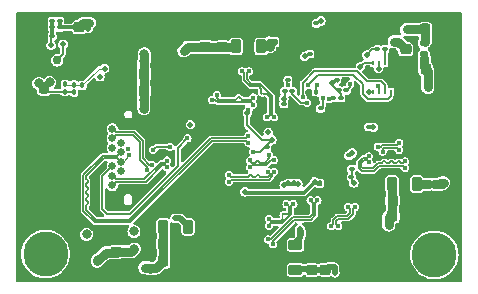
<source format=gbr>
%TF.GenerationSoftware,KiCad,Pcbnew,7.0.6*%
%TF.CreationDate,2024-03-24T10:59:23+08:00*%
%TF.ProjectId,USB3 Hub,55534233-2048-4756-922e-6b696361645f,rev?*%
%TF.SameCoordinates,Original*%
%TF.FileFunction,Copper,L4,Bot*%
%TF.FilePolarity,Positive*%
%FSLAX46Y46*%
G04 Gerber Fmt 4.6, Leading zero omitted, Abs format (unit mm)*
G04 Created by KiCad (PCBNEW 7.0.6) date 2024-03-24 10:59:23*
%MOMM*%
%LPD*%
G01*
G04 APERTURE LIST*
G04 Aperture macros list*
%AMRoundRect*
0 Rectangle with rounded corners*
0 $1 Rounding radius*
0 $2 $3 $4 $5 $6 $7 $8 $9 X,Y pos of 4 corners*
0 Add a 4 corners polygon primitive as box body*
4,1,4,$2,$3,$4,$5,$6,$7,$8,$9,$2,$3,0*
0 Add four circle primitives for the rounded corners*
1,1,$1+$1,$2,$3*
1,1,$1+$1,$4,$5*
1,1,$1+$1,$6,$7*
1,1,$1+$1,$8,$9*
0 Add four rect primitives between the rounded corners*
20,1,$1+$1,$2,$3,$4,$5,0*
20,1,$1+$1,$4,$5,$6,$7,0*
20,1,$1+$1,$6,$7,$8,$9,0*
20,1,$1+$1,$8,$9,$2,$3,0*%
G04 Aperture macros list end*
%TA.AperFunction,ComponentPad*%
%ADD10C,3.800000*%
%TD*%
%TA.AperFunction,ComponentPad*%
%ADD11C,0.650000*%
%TD*%
%TA.AperFunction,ComponentPad*%
%ADD12O,1.400000X0.800000*%
%TD*%
%TA.AperFunction,SMDPad,CuDef*%
%ADD13RoundRect,0.100000X-0.130000X-0.100000X0.130000X-0.100000X0.130000X0.100000X-0.130000X0.100000X0*%
%TD*%
%TA.AperFunction,SMDPad,CuDef*%
%ADD14RoundRect,0.147500X0.172500X-0.147500X0.172500X0.147500X-0.172500X0.147500X-0.172500X-0.147500X0*%
%TD*%
%TA.AperFunction,SMDPad,CuDef*%
%ADD15RoundRect,0.225000X-0.250000X0.225000X-0.250000X-0.225000X0.250000X-0.225000X0.250000X0.225000X0*%
%TD*%
%TA.AperFunction,SMDPad,CuDef*%
%ADD16RoundRect,0.225000X0.250000X-0.225000X0.250000X0.225000X-0.250000X0.225000X-0.250000X-0.225000X0*%
%TD*%
%TA.AperFunction,SMDPad,CuDef*%
%ADD17RoundRect,0.100000X0.130000X0.100000X-0.130000X0.100000X-0.130000X-0.100000X0.130000X-0.100000X0*%
%TD*%
%TA.AperFunction,SMDPad,CuDef*%
%ADD18RoundRect,0.100000X0.100000X-0.130000X0.100000X0.130000X-0.100000X0.130000X-0.100000X-0.130000X0*%
%TD*%
%TA.AperFunction,SMDPad,CuDef*%
%ADD19RoundRect,0.218750X0.381250X-0.218750X0.381250X0.218750X-0.381250X0.218750X-0.381250X-0.218750X0*%
%TD*%
%TA.AperFunction,SMDPad,CuDef*%
%ADD20RoundRect,0.225000X-0.225000X-0.250000X0.225000X-0.250000X0.225000X0.250000X-0.225000X0.250000X0*%
%TD*%
%TA.AperFunction,SMDPad,CuDef*%
%ADD21R,0.250000X0.400000*%
%TD*%
%TA.AperFunction,SMDPad,CuDef*%
%ADD22RoundRect,0.050000X-0.750000X0.050000X-0.750000X-0.050000X0.750000X-0.050000X0.750000X0.050000X0*%
%TD*%
%TA.AperFunction,SMDPad,CuDef*%
%ADD23RoundRect,0.225000X0.225000X0.250000X-0.225000X0.250000X-0.225000X-0.250000X0.225000X-0.250000X0*%
%TD*%
%TA.AperFunction,SMDPad,CuDef*%
%ADD24RoundRect,0.218750X-0.218750X-0.381250X0.218750X-0.381250X0.218750X0.381250X-0.218750X0.381250X0*%
%TD*%
%TA.AperFunction,SMDPad,CuDef*%
%ADD25RoundRect,0.100000X-0.100000X0.130000X-0.100000X-0.130000X0.100000X-0.130000X0.100000X0.130000X0*%
%TD*%
%TA.AperFunction,SMDPad,CuDef*%
%ADD26RoundRect,0.147500X-0.147500X-0.172500X0.147500X-0.172500X0.147500X0.172500X-0.147500X0.172500X0*%
%TD*%
%TA.AperFunction,ViaPad*%
%ADD27C,0.500000*%
%TD*%
%TA.AperFunction,ViaPad*%
%ADD28C,0.390000*%
%TD*%
%TA.AperFunction,ViaPad*%
%ADD29C,0.450000*%
%TD*%
%TA.AperFunction,ViaPad*%
%ADD30C,0.800000*%
%TD*%
%TA.AperFunction,ViaPad*%
%ADD31C,0.750000*%
%TD*%
%TA.AperFunction,Conductor*%
%ADD32C,0.800000*%
%TD*%
%TA.AperFunction,Conductor*%
%ADD33C,0.500000*%
%TD*%
%TA.AperFunction,Conductor*%
%ADD34C,0.150000*%
%TD*%
%TA.AperFunction,Conductor*%
%ADD35C,0.250000*%
%TD*%
%TA.AperFunction,Conductor*%
%ADD36C,0.114300*%
%TD*%
%TA.AperFunction,Conductor*%
%ADD37C,0.300000*%
%TD*%
%TA.AperFunction,Conductor*%
%ADD38C,0.127000*%
%TD*%
%TA.AperFunction,Conductor*%
%ADD39C,0.139700*%
%TD*%
%TA.AperFunction,Conductor*%
%ADD40C,0.200000*%
%TD*%
%TA.AperFunction,Conductor*%
%ADD41C,0.190500*%
%TD*%
%TA.AperFunction,Conductor*%
%ADD42C,0.600000*%
%TD*%
G04 APERTURE END LIST*
D10*
%TO.P,H1,1*%
%TO.N,N/C*%
X124340000Y-100800000D03*
%TD*%
%TO.P,H2,1*%
%TO.N,N/C*%
X157260000Y-100860000D03*
%TD*%
D11*
%TO.P,J1,B1,GND*%
%TO.N,GND*%
X130690000Y-95380000D03*
%TO.P,J1,B2,TX2+*%
%TO.N,/USB_TX2+*%
X129990000Y-94980000D03*
%TO.P,J1,B3,TX2-*%
%TO.N,/USB_TX2-*%
X129990000Y-94180000D03*
%TO.P,J1,B4,VBUS*%
%TO.N,/5V*%
X130690000Y-93780000D03*
%TO.P,J1,B5,CC2*%
%TO.N,/CC2*%
X129990000Y-93380000D03*
%TO.P,J1,B6,D+*%
%TO.N,/D+*%
X130690000Y-92980000D03*
%TO.P,J1,B7,D-*%
%TO.N,/D-*%
X130690000Y-92180000D03*
%TO.P,J1,B8,SBU2*%
%TO.N,unconnected-(J1-SBU2-PadB8)*%
X129990000Y-91780000D03*
%TO.P,J1,B9,VBUS*%
%TO.N,/5V*%
X130690000Y-91380000D03*
%TO.P,J1,B10,RX1-*%
%TO.N,/USB_RX1-*%
X129990000Y-90980000D03*
%TO.P,J1,B11,RX1+*%
%TO.N,/USB_RX1+*%
X129990000Y-90180000D03*
%TO.P,J1,B12,GND*%
%TO.N,GND*%
X130690000Y-89780000D03*
D12*
%TO.P,J1,S1,SHIELD*%
X125630000Y-88090000D03*
X130090000Y-88450000D03*
X130090000Y-96710000D03*
X125630000Y-97070000D03*
%TD*%
D13*
%TO.P,R14,1*%
%TO.N,Net-(U2-PGANG)*%
X144860000Y-86060000D03*
%TO.P,R14,2*%
%TO.N,GND*%
X145500000Y-86060000D03*
%TD*%
D14*
%TO.P,D13,1,A1*%
%TO.N,Net-(D13-A1)*%
X143650000Y-82835000D03*
%TO.P,D13,2,A2*%
%TO.N,GND*%
X143650000Y-81865000D03*
%TD*%
D13*
%TO.P,R12,1*%
%TO.N,Net-(U2-CHIPEN)*%
X148690000Y-87600000D03*
%TO.P,R12,2*%
%TO.N,/3.3V*%
X149330000Y-87600000D03*
%TD*%
D14*
%TO.P,L3,1,1*%
%TO.N,/A1.2V*%
X156380000Y-83885000D03*
%TO.P,L3,2,2*%
%TO.N,/1.2V*%
X156380000Y-82915000D03*
%TD*%
D15*
%TO.P,C42,1*%
%TO.N,/A3.3V*%
X130280000Y-100630000D03*
%TO.P,C42,2*%
%TO.N,GND*%
X130280000Y-102180000D03*
%TD*%
D16*
%TO.P,C23,1*%
%TO.N,GND*%
X154840000Y-85015000D03*
%TO.P,C23,2*%
%TO.N,/5V*%
X154840000Y-83465000D03*
%TD*%
D17*
%TO.P,C24,1*%
%TO.N,/A1.2V*%
X150260000Y-93600000D03*
%TO.P,C24,2*%
%TO.N,GND*%
X149620000Y-93600000D03*
%TD*%
D16*
%TO.P,C48,1*%
%TO.N,/5V*%
X148030000Y-102115000D03*
%TO.P,C48,2*%
%TO.N,GND*%
X148030000Y-100565000D03*
%TD*%
D13*
%TO.P,C22,1*%
%TO.N,/X2*%
X146720000Y-83870000D03*
%TO.P,C22,2*%
%TO.N,GND*%
X147360000Y-83870000D03*
%TD*%
D14*
%TO.P,D10,1,A1*%
%TO.N,Net-(D10-A1)*%
X157900000Y-94675000D03*
%TO.P,D10,2,A2*%
%TO.N,GND*%
X157900000Y-93705000D03*
%TD*%
D13*
%TO.P,C38,1*%
%TO.N,/3.3V*%
X149000000Y-86030000D03*
%TO.P,C38,2*%
%TO.N,GND*%
X149640000Y-86030000D03*
%TD*%
D18*
%TO.P,C28,1*%
%TO.N,/A1.2V*%
X144880000Y-94820000D03*
%TO.P,C28,2*%
%TO.N,GND*%
X144880000Y-94180000D03*
%TD*%
D19*
%TO.P,L6,1,1*%
%TO.N,/5V*%
X145500000Y-102162500D03*
%TO.P,L6,2,2*%
%TO.N,Net-(D11-A1)*%
X145500000Y-100037500D03*
%TD*%
D20*
%TO.P,C15,1*%
%TO.N,/5V*%
X153725000Y-96280000D03*
%TO.P,C15,2*%
%TO.N,GND*%
X155275000Y-96280000D03*
%TD*%
D13*
%TO.P,C4,1*%
%TO.N,Net-(U3-FB2)*%
X124900000Y-81060000D03*
%TO.P,C4,2*%
%TO.N,/1.2V*%
X125540000Y-81060000D03*
%TD*%
D21*
%TO.P,U4,1,~{CS}*%
%TO.N,/SPI_CS*%
X152070000Y-84580000D03*
%TO.P,U4,2,O1/SO*%
%TO.N,/SPI_DI*%
X152570000Y-84580000D03*
%TO.P,U4,3,~{WP}*%
%TO.N,Net-(U4-~{WP})*%
X153070000Y-84580000D03*
%TO.P,U4,4,VSS*%
%TO.N,GND*%
X153570000Y-84580000D03*
%TO.P,U4,5,SI/IO0*%
%TO.N,/SPI_DO*%
X153570000Y-87080000D03*
%TO.P,U4,6,SCLK*%
%TO.N,/SPI_CLK*%
X153070000Y-87080000D03*
%TO.P,U4,7,HOLD*%
%TO.N,Net-(U4-HOLD)*%
X152570000Y-87080000D03*
%TO.P,U4,8,VCC*%
%TO.N,/3.3V*%
X152070000Y-87080000D03*
D22*
%TO.P,U4,9,PAD*%
%TO.N,GND*%
X152820000Y-85830000D03*
%TD*%
D17*
%TO.P,R11,1*%
%TO.N,Net-(U2-RESETJ)*%
X145240000Y-87010000D03*
%TO.P,R11,2*%
%TO.N,/3.3V*%
X144600000Y-87010000D03*
%TD*%
%TO.P,C30,1*%
%TO.N,/1.2V*%
X151710000Y-90030000D03*
%TO.P,C30,2*%
%TO.N,GND*%
X151070000Y-90030000D03*
%TD*%
D18*
%TO.P,C3,1*%
%TO.N,/3.3V*%
X125990000Y-87050000D03*
%TO.P,C3,2*%
%TO.N,Net-(U3-FB1)*%
X125990000Y-86410000D03*
%TD*%
D17*
%TO.P,R24,1*%
%TO.N,Net-(U4-~{WP})*%
X153080000Y-83470000D03*
%TO.P,R24,2*%
%TO.N,/3.3V*%
X152440000Y-83470000D03*
%TD*%
D20*
%TO.P,C41,1*%
%TO.N,/1.2V*%
X156485000Y-81770000D03*
%TO.P,C41,2*%
%TO.N,GND*%
X158035000Y-81770000D03*
%TD*%
D23*
%TO.P,C44,1*%
%TO.N,GND*%
X134245000Y-85540000D03*
%TO.P,C44,2*%
%TO.N,/5V*%
X132695000Y-85540000D03*
%TD*%
D20*
%TO.P,C12,1*%
%TO.N,/5V*%
X153715000Y-97590000D03*
%TO.P,C12,2*%
%TO.N,GND*%
X155265000Y-97590000D03*
%TD*%
%TO.P,C40,1*%
%TO.N,/A1.2V*%
X156515000Y-85110000D03*
%TO.P,C40,2*%
%TO.N,GND*%
X158065000Y-85110000D03*
%TD*%
D13*
%TO.P,C21,1*%
%TO.N,GND*%
X146620000Y-81270000D03*
%TO.P,C21,2*%
%TO.N,/X1*%
X147260000Y-81270000D03*
%TD*%
D17*
%TO.P,C27,1*%
%TO.N,/A1.2V*%
X141410000Y-88860000D03*
%TO.P,C27,2*%
%TO.N,GND*%
X140770000Y-88860000D03*
%TD*%
D23*
%TO.P,C5,1*%
%TO.N,/3.3V*%
X124225000Y-86760000D03*
%TO.P,C5,2*%
%TO.N,GND*%
X122675000Y-86760000D03*
%TD*%
D16*
%TO.P,C11,1*%
%TO.N,/5V*%
X139320000Y-83265000D03*
%TO.P,C11,2*%
%TO.N,GND*%
X139320000Y-81715000D03*
%TD*%
D24*
%TO.P,L8,1,1*%
%TO.N,/5V*%
X140487500Y-83220000D03*
%TO.P,L8,2,2*%
%TO.N,Net-(D13-A1)*%
X142612500Y-83220000D03*
%TD*%
%TO.P,L7,1,1*%
%TO.N,/5V*%
X134297500Y-98480000D03*
%TO.P,L7,2,2*%
%TO.N,Net-(D12-A1)*%
X136422500Y-98480000D03*
%TD*%
D17*
%TO.P,C34,1*%
%TO.N,/A3.3V*%
X150020000Y-92450000D03*
%TO.P,C34,2*%
%TO.N,GND*%
X149380000Y-92450000D03*
%TD*%
D18*
%TO.P,C29,1*%
%TO.N,/A1.2V*%
X145400000Y-94820000D03*
%TO.P,C29,2*%
%TO.N,GND*%
X145400000Y-94180000D03*
%TD*%
D17*
%TO.P,R3,1*%
%TO.N,/1.2V*%
X125550000Y-81610000D03*
%TO.P,R3,2*%
%TO.N,Net-(U3-FB2)*%
X124910000Y-81610000D03*
%TD*%
D20*
%TO.P,C49,1*%
%TO.N,/5V*%
X134275000Y-99960000D03*
%TO.P,C49,2*%
%TO.N,GND*%
X135825000Y-99960000D03*
%TD*%
D17*
%TO.P,C25,1*%
%TO.N,/A1.2V*%
X150240000Y-94260000D03*
%TO.P,C25,2*%
%TO.N,GND*%
X149600000Y-94260000D03*
%TD*%
D13*
%TO.P,R4,1*%
%TO.N,Net-(U3-FB2)*%
X124900000Y-82360000D03*
%TO.P,R4,2*%
%TO.N,GND*%
X125540000Y-82360000D03*
%TD*%
D25*
%TO.P,C31,1*%
%TO.N,/1.2V*%
X147250000Y-87070000D03*
%TO.P,C31,2*%
%TO.N,GND*%
X147250000Y-87710000D03*
%TD*%
D16*
%TO.P,C47,1*%
%TO.N,/5V*%
X137870000Y-83235000D03*
%TO.P,C47,2*%
%TO.N,GND*%
X137870000Y-81685000D03*
%TD*%
D17*
%TO.P,R13,1*%
%TO.N,Net-(U2-RTERM)*%
X147630000Y-88470000D03*
%TO.P,R13,2*%
%TO.N,GND*%
X146990000Y-88470000D03*
%TD*%
D18*
%TO.P,R2,1*%
%TO.N,/3.3V*%
X126760000Y-87090000D03*
%TO.P,R2,2*%
%TO.N,Net-(U3-FB1)*%
X126760000Y-86450000D03*
%TD*%
D16*
%TO.P,C6,1*%
%TO.N,GND*%
X127210000Y-83145000D03*
%TO.P,C6,2*%
%TO.N,/1.2V*%
X127210000Y-81595000D03*
%TD*%
D24*
%TO.P,L5,1,1*%
%TO.N,/5V*%
X153657500Y-94870000D03*
%TO.P,L5,2,2*%
%TO.N,Net-(D10-A1)*%
X155782500Y-94870000D03*
%TD*%
D23*
%TO.P,C45,1*%
%TO.N,GND*%
X134205000Y-86980000D03*
%TO.P,C45,2*%
%TO.N,/5V*%
X132655000Y-86980000D03*
%TD*%
D18*
%TO.P,C35,1*%
%TO.N,/A3.3V*%
X147560000Y-94790000D03*
%TO.P,C35,2*%
%TO.N,GND*%
X147560000Y-94150000D03*
%TD*%
D17*
%TO.P,R15,1*%
%TO.N,Net-(U2-VDDP)*%
X149790000Y-86940000D03*
%TO.P,R15,2*%
%TO.N,/3.3V*%
X149150000Y-86940000D03*
%TD*%
D26*
%TO.P,D11,1,A1*%
%TO.N,Net-(D11-A1)*%
X145932500Y-99050000D03*
%TO.P,D11,2,A2*%
%TO.N,GND*%
X146902500Y-99050000D03*
%TD*%
D16*
%TO.P,C18,1*%
%TO.N,/5V*%
X146890000Y-102135000D03*
%TO.P,C18,2*%
%TO.N,GND*%
X146890000Y-100585000D03*
%TD*%
D25*
%TO.P,R1,1*%
%TO.N,Net-(U3-FB1)*%
X127470000Y-86500000D03*
%TO.P,R1,2*%
%TO.N,GND*%
X127470000Y-87140000D03*
%TD*%
D13*
%TO.P,C26,1*%
%TO.N,/A1.2V*%
X143090000Y-91760000D03*
%TO.P,C26,2*%
%TO.N,GND*%
X143730000Y-91760000D03*
%TD*%
%TO.P,C37,1*%
%TO.N,/3.3V*%
X144520000Y-88060000D03*
%TO.P,C37,2*%
%TO.N,GND*%
X145160000Y-88060000D03*
%TD*%
D20*
%TO.P,C50,1*%
%TO.N,/5V*%
X134315000Y-101410000D03*
%TO.P,C50,2*%
%TO.N,GND*%
X135865000Y-101410000D03*
%TD*%
D27*
%TO.N,GND*%
X157940000Y-93190000D03*
X122510000Y-89090000D03*
X153067094Y-85479508D03*
X126960000Y-100500000D03*
X148370000Y-94590000D03*
X149810000Y-83527000D03*
X158900000Y-97260000D03*
X158820000Y-89330000D03*
D28*
X154350000Y-89700000D03*
D27*
X132600000Y-102769500D03*
D28*
X143260000Y-96760000D03*
D27*
X148530000Y-80960000D03*
X135365332Y-97015332D03*
X123990000Y-80840000D03*
D28*
X139760000Y-101430000D03*
X152570000Y-93990000D03*
X142441187Y-96699380D03*
X143320000Y-85660000D03*
D27*
X147470000Y-92860000D03*
X126780000Y-84130000D03*
X125060000Y-95250000D03*
X149160000Y-90230000D03*
X147450000Y-91210000D03*
X133790000Y-90670000D03*
D28*
X154400000Y-93900000D03*
D27*
X157880000Y-98220000D03*
D28*
X139080000Y-96870000D03*
D27*
X152030000Y-99370000D03*
X152110000Y-88320000D03*
X129070000Y-91990000D03*
X124390000Y-93860000D03*
X144560000Y-90250000D03*
X158370000Y-90150000D03*
X136220000Y-96850000D03*
D28*
X141350000Y-92410000D03*
D27*
X127930000Y-87210000D03*
X125140000Y-89000000D03*
X127400000Y-84090000D03*
X129550000Y-102340000D03*
D28*
X140310000Y-85860000D03*
D27*
X145420000Y-89340000D03*
X122500000Y-91840000D03*
X149110000Y-92040000D03*
D28*
X144250000Y-96240000D03*
D27*
X157850000Y-83510000D03*
X154650000Y-88800000D03*
D28*
X154690000Y-92360000D03*
D27*
X149140000Y-91170000D03*
X130010000Y-86990000D03*
X127960000Y-83390000D03*
X126730000Y-83480000D03*
X148340000Y-90230000D03*
X145020000Y-82870000D03*
D28*
X141810000Y-100080000D03*
D27*
X134340000Y-91080000D03*
X126180000Y-91730000D03*
X146500000Y-92000000D03*
D28*
X145730220Y-96204502D03*
D27*
X136690000Y-86130000D03*
D28*
X150990000Y-98510000D03*
D27*
X157520000Y-82550000D03*
X132990000Y-95190000D03*
D29*
X137970000Y-94400000D03*
D28*
X137720000Y-101430000D03*
D27*
X127400000Y-92760000D03*
X159090000Y-102630000D03*
X126170000Y-102690000D03*
X127980000Y-84070000D03*
D28*
X139390000Y-94950000D03*
X136780000Y-101180000D03*
D27*
X144000000Y-94420000D03*
D28*
X137690000Y-85090000D03*
D27*
X154017091Y-84644366D03*
D28*
X138710000Y-100190000D03*
X148300000Y-97710000D03*
D27*
X132970000Y-80870000D03*
X148280000Y-92010000D03*
X146580000Y-93640000D03*
X144190000Y-84584500D03*
X149040000Y-89440000D03*
X156810000Y-98180000D03*
X126430000Y-80840000D03*
X133610000Y-92630000D03*
X137420000Y-89920000D03*
D28*
X138870000Y-101410000D03*
D27*
X147420000Y-92050000D03*
X153430000Y-101000000D03*
X143430000Y-94950000D03*
D28*
X153690000Y-90190000D03*
D29*
X145400000Y-88520000D03*
D27*
X133460500Y-98619656D03*
X126840000Y-84710000D03*
D28*
X154660000Y-90770000D03*
D27*
X145630000Y-92810000D03*
X150990000Y-102390000D03*
X128870000Y-97400000D03*
D28*
X141520000Y-101400000D03*
X139310000Y-98390000D03*
X153180000Y-90700000D03*
D27*
X130910000Y-80940000D03*
X122449810Y-97285938D03*
D28*
X139477005Y-100131721D03*
D27*
X135540000Y-100680000D03*
X136010000Y-87990000D03*
X122470000Y-95820000D03*
D29*
X146850000Y-88890000D03*
D27*
X148520000Y-93610000D03*
X149790000Y-102420000D03*
D28*
X140830000Y-96740000D03*
D27*
X145630000Y-91250000D03*
X127920000Y-84750000D03*
D28*
X143240000Y-100770000D03*
D27*
X141520000Y-80750000D03*
D28*
X140640000Y-101420000D03*
D27*
X150350000Y-100380000D03*
D28*
X146550000Y-96930000D03*
D27*
X122700000Y-80980000D03*
X137040000Y-84260000D03*
X126080000Y-82390000D03*
D28*
X138170000Y-88230000D03*
D27*
X130310000Y-83510000D03*
D28*
X149640000Y-98640000D03*
D27*
X135770000Y-80660000D03*
X158810000Y-91130000D03*
D29*
X147100000Y-88060000D03*
D27*
X146560000Y-92850000D03*
X155350000Y-102670000D03*
X149110000Y-92850000D03*
X159010000Y-84120000D03*
D28*
X139790000Y-97800000D03*
D27*
X131310000Y-83150000D03*
D28*
X140350000Y-92180000D03*
D27*
X147439502Y-84470000D03*
X122360000Y-85850000D03*
X125220000Y-98390000D03*
D28*
X137730000Y-87030000D03*
X141420000Y-87300000D03*
X138330000Y-97590000D03*
D27*
X147370000Y-90230000D03*
D28*
X142410000Y-99680000D03*
D27*
X126800000Y-98080000D03*
D28*
X140340000Y-85210000D03*
X139430000Y-93770000D03*
X139230000Y-86070000D03*
D27*
X133840000Y-84570000D03*
X145660000Y-92070000D03*
D28*
X141310000Y-93850000D03*
D27*
X145430000Y-90270000D03*
X136250000Y-92320000D03*
X126760000Y-101600000D03*
X144300000Y-101160000D03*
D28*
X151890000Y-91980000D03*
D27*
X155840000Y-80970500D03*
D28*
X140270000Y-100080000D03*
D29*
X147560000Y-93780000D03*
D28*
X140010000Y-96700000D03*
D27*
X140400000Y-89660000D03*
X147450000Y-89420000D03*
X152430000Y-96660000D03*
D28*
X147940000Y-98270000D03*
X152590000Y-95470000D03*
D27*
X131300000Y-95310000D03*
X126420000Y-99270000D03*
X150310000Y-80790000D03*
X135500000Y-90830000D03*
D28*
X143130000Y-98980000D03*
D27*
X150470000Y-88000000D03*
D28*
X154800000Y-91150000D03*
D27*
X147000000Y-98470000D03*
X138090000Y-80890000D03*
D28*
X139090000Y-88510000D03*
D27*
X153840000Y-86080000D03*
X138920000Y-80930000D03*
X149840000Y-84690000D03*
X131440000Y-86860000D03*
X150210000Y-91240000D03*
X149094664Y-88791032D03*
D28*
X144000000Y-100430000D03*
D27*
X155990000Y-97720000D03*
X148320000Y-88780000D03*
D28*
X141070000Y-100050000D03*
D27*
X122570000Y-87540000D03*
X155411032Y-88169896D03*
X127380000Y-83490000D03*
X158800000Y-95520000D03*
X146480000Y-91230000D03*
X127320000Y-84960000D03*
D29*
X137440000Y-94960000D03*
D27*
X122510000Y-93260000D03*
X122400000Y-84470000D03*
D28*
X143960000Y-93300000D03*
D27*
X150230000Y-90070000D03*
X152270000Y-97990000D03*
D28*
X140930000Y-86510000D03*
D27*
X158900000Y-87890000D03*
X148300000Y-89440000D03*
X122530000Y-90510000D03*
X131140000Y-102720000D03*
X154570000Y-101550000D03*
X122450000Y-82260000D03*
X159010000Y-98870000D03*
X154550000Y-100290000D03*
D28*
X152580000Y-91190000D03*
X143910000Y-96740000D03*
D27*
X127650000Y-88770000D03*
D28*
X143980000Y-89740000D03*
X140170000Y-88940000D03*
X150850000Y-96170000D03*
X141950000Y-85700000D03*
D27*
X143560000Y-80910000D03*
X122560000Y-94710000D03*
X148310000Y-91200000D03*
X155360000Y-98950000D03*
X149590000Y-81030000D03*
X152670000Y-80910000D03*
D28*
X141030000Y-91640000D03*
D27*
X136310000Y-100670000D03*
X158780000Y-92640000D03*
D28*
X142620000Y-101330000D03*
D27*
X152880000Y-102400000D03*
D28*
X151800000Y-95480000D03*
D27*
X122470000Y-102490000D03*
X155940000Y-96330000D03*
D28*
X139290000Y-85410000D03*
D27*
X122580000Y-98980000D03*
X146230000Y-89360000D03*
X149820000Y-93080000D03*
D28*
X137880000Y-100190000D03*
D27*
X158750000Y-85630000D03*
X146140000Y-81060500D03*
X148800000Y-100420000D03*
X129120000Y-93540000D03*
D28*
X140550000Y-87020000D03*
X137730000Y-98240000D03*
D27*
X158930000Y-86840000D03*
X134340000Y-88610000D03*
X125140000Y-90520000D03*
X128160000Y-102580000D03*
X134990000Y-85040000D03*
D29*
X145710000Y-93660000D03*
D27*
X144700000Y-91200000D03*
D28*
X151180000Y-96780000D03*
D27*
X133580000Y-82690000D03*
X127190000Y-90290000D03*
X154130000Y-80950000D03*
X146360000Y-90230000D03*
X140550000Y-95010000D03*
D28*
X139210000Y-86860000D03*
D27*
X123710000Y-98360000D03*
D28*
X141580000Y-96730000D03*
D27*
X148340000Y-92830000D03*
X126820500Y-95750000D03*
X126810000Y-96600000D03*
D28*
X150680000Y-97830000D03*
X145590000Y-85190000D03*
D27*
X158140000Y-80830000D03*
X144520000Y-89340000D03*
D28*
X139720000Y-88380000D03*
D27*
X134930000Y-86950000D03*
D28*
X138850000Y-85070000D03*
X142690000Y-85960000D03*
D27*
%TO.N,/5V*%
X136610000Y-89840000D03*
D30*
X132710000Y-83840000D03*
D27*
X133230000Y-101980000D03*
X132750000Y-101960000D03*
X153400000Y-97650000D03*
X153850000Y-82820000D03*
X148810000Y-101900000D03*
D30*
X132670000Y-88480000D03*
D31*
X125322858Y-84391680D03*
D27*
X148840000Y-102380000D03*
D30*
X132670000Y-87790000D03*
D27*
X136430000Y-83340000D03*
X128940000Y-85780000D03*
D30*
X132670000Y-84460000D03*
D27*
X154202500Y-82827500D03*
X125820000Y-83020000D03*
X153400000Y-98340000D03*
X136050000Y-83590000D03*
%TO.N,/3.3V*%
X148583173Y-86344500D03*
D30*
X131820000Y-98870000D03*
X123770000Y-86350000D03*
D27*
X151700000Y-87080000D03*
X144510000Y-87640000D03*
D30*
X127830000Y-99120000D03*
X124700000Y-86250000D03*
D27*
X151560000Y-83930000D03*
%TO.N,Net-(U3-FB1)*%
X129350000Y-85090000D03*
%TO.N,Net-(U3-FB2)*%
X124805000Y-83130000D03*
%TO.N,/1.2V*%
X127970000Y-81700000D03*
X155360000Y-81770000D03*
X128050000Y-81250000D03*
X154910000Y-81770000D03*
D28*
X147300000Y-86490000D03*
D27*
X152080000Y-90060000D03*
D28*
%TO.N,/TX+*%
X143271403Y-92411403D03*
X141660000Y-92865000D03*
X143271403Y-92411403D03*
%TO.N,/TX-*%
X141660000Y-93455000D03*
X143688597Y-92828597D03*
X143688597Y-92828597D03*
%TO.N,/D_TX_1-*%
X138858597Y-87331403D03*
X141910000Y-87545000D03*
%TO.N,/D_TX_1+*%
X141910000Y-88135000D03*
X138441403Y-87748597D03*
%TO.N,/D_TX_4-*%
X143250000Y-97800000D03*
X144735000Y-96560000D03*
%TO.N,/D_TX_4+*%
X143250000Y-98390000D03*
X145325000Y-96560000D03*
D27*
%TO.N,Net-(D10-A1)*%
X157210000Y-94850000D03*
X156640000Y-94780000D03*
%TO.N,Net-(D11-A1)*%
X145880000Y-98660000D03*
D28*
%TO.N,/CC1*%
X131300000Y-91890000D03*
X134870000Y-91720000D03*
X133470000Y-91960000D03*
%TO.N,/D+*%
X131440000Y-92440000D03*
X141520000Y-90795000D03*
%TO.N,/D-*%
X141520000Y-91385000D03*
%TO.N,/USB_TX2+*%
X134620000Y-93465000D03*
%TO.N,/USB_TX2-*%
X134620000Y-92875000D03*
%TO.N,/CC2*%
X136360000Y-91000000D03*
%TO.N,/USB_RX1-*%
X132961403Y-93678597D03*
%TO.N,/USB_RX1+*%
X133378597Y-93261403D03*
%TO.N,/D_RX_2-*%
X154290000Y-91985000D03*
X152878597Y-92128597D03*
%TO.N,/D_RX_2+*%
X152461403Y-91711403D03*
X154290000Y-91395000D03*
%TO.N,/D_RX_3-*%
X149975000Y-96810000D03*
X148535000Y-98427590D03*
%TO.N,/D_RX_3+*%
X149125000Y-98427590D03*
X150565000Y-96810000D03*
%TO.N,Net-(U2-RESETJ)*%
X146460000Y-87970000D03*
%TO.N,Net-(U2-CHIPEN)*%
X148360000Y-87700000D03*
%TO.N,Net-(U2-RTERM)*%
X147820000Y-87600000D03*
%TO.N,Net-(U2-PGANG)*%
X144843760Y-86480303D03*
%TO.N,Net-(U2-VDDP)*%
X150110341Y-86415918D03*
%TO.N,Net-(U4-HOLD)*%
X152508368Y-86579500D03*
%TO.N,/RX-*%
X139880000Y-94675000D03*
X143680000Y-93830000D03*
%TO.N,/RX+*%
X143135000Y-93820000D03*
X139880000Y-94085000D03*
%TO.N,/SPI_DO*%
X146530000Y-86510000D03*
%TO.N,/SPI_CLK*%
X146140000Y-87530000D03*
D27*
%TO.N,/SPI_DI*%
X152540000Y-85100000D03*
%TO.N,/SPI_CS*%
X150996371Y-84930495D03*
D28*
%TO.N,/DP4_P*%
X146775000Y-96260000D03*
X143161403Y-99551403D03*
%TO.N,/DP2_P*%
X154780000Y-92925000D03*
X151730000Y-93000000D03*
%TO.N,/DP1_P*%
X143125000Y-89200000D03*
X140975000Y-85310000D03*
%TO.N,/DP1_N*%
X141565000Y-85310000D03*
X143680000Y-89200000D03*
%TO.N,/DP2_N*%
X154780000Y-93515000D03*
X151700000Y-92510000D03*
%TO.N,/DP4_N*%
X147365000Y-96260000D03*
X143578597Y-99968597D03*
D30*
%TO.N,/A3.3V*%
X128770000Y-101280000D03*
D27*
X141210000Y-95530000D03*
X143189078Y-90496831D03*
X150310000Y-92240000D03*
X147120000Y-94660000D03*
D30*
X131850000Y-100360000D03*
D27*
%TO.N,/X1*%
X147650000Y-81060500D03*
%TO.N,/X2*%
X146280000Y-84060000D03*
%TO.N,/A1.2V*%
X143500000Y-91120000D03*
X144550000Y-94964750D03*
X150440000Y-94770000D03*
D28*
X141520000Y-88560000D03*
D27*
X156700000Y-86690000D03*
X145700000Y-94860000D03*
D28*
X141900000Y-92130000D03*
D27*
X156810000Y-86220000D03*
%TO.N,Net-(D12-A1)*%
X135280000Y-97770000D03*
X135674419Y-97754916D03*
D28*
%TO.N,Net-(D13-A1)*%
X143300000Y-82800000D03*
X143310000Y-83240000D03*
%TD*%
D32*
%TO.N,/5V*%
X153715000Y-97335000D02*
X153715000Y-94725000D01*
X153400000Y-97650000D02*
X153715000Y-97335000D01*
X153715000Y-94725000D02*
X153670000Y-94680000D01*
X153400000Y-98340000D02*
X153400000Y-97650000D01*
X154195000Y-82820000D02*
X154840000Y-83465000D01*
X153850000Y-82820000D02*
X154195000Y-82820000D01*
%TO.N,/A1.2V*%
X156400000Y-84995000D02*
X156515000Y-85110000D01*
X156400000Y-84230000D02*
X156400000Y-84995000D01*
%TO.N,/1.2V*%
X156485000Y-81770000D02*
X156485000Y-82810000D01*
%TO.N,/A1.2V*%
X156700000Y-86690000D02*
X156700000Y-85295000D01*
X156700000Y-85295000D02*
X156515000Y-85110000D01*
D33*
%TO.N,/5V*%
X148810000Y-102350000D02*
X148840000Y-102380000D01*
D32*
X139320000Y-83265000D02*
X140442500Y-83265000D01*
D33*
X148265000Y-101900000D02*
X148050000Y-102115000D01*
D32*
X134275000Y-99960000D02*
X134297500Y-99937500D01*
X136375000Y-83265000D02*
X139320000Y-83265000D01*
D33*
X148050000Y-102115000D02*
X146780000Y-102115000D01*
X145287500Y-102065000D02*
X145160000Y-102192500D01*
X148810000Y-101900000D02*
X148810000Y-102350000D01*
D32*
X132750000Y-101960000D02*
X133081034Y-101960000D01*
X140442500Y-83265000D02*
X140487500Y-83220000D01*
X134315000Y-100000000D02*
X134275000Y-99960000D01*
D33*
X146780000Y-102115000D02*
X146730000Y-102065000D01*
X146730000Y-102065000D02*
X145287500Y-102065000D01*
D32*
X132670000Y-84460000D02*
X132670000Y-88480000D01*
X134297500Y-99937500D02*
X134297500Y-98480000D01*
D34*
X125820000Y-83020000D02*
X125820000Y-83870000D01*
D32*
X133700000Y-101980000D02*
X134270000Y-101410000D01*
X134315000Y-101410000D02*
X134315000Y-100000000D01*
X132710000Y-84420000D02*
X132710000Y-83840000D01*
X133081034Y-101960000D02*
X133165517Y-102044483D01*
D34*
X125820000Y-83870000D02*
X125330000Y-84360000D01*
D32*
X132670000Y-84460000D02*
X132710000Y-84420000D01*
X134270000Y-101410000D02*
X134315000Y-101410000D01*
D33*
X148810000Y-101900000D02*
X148265000Y-101900000D01*
D32*
X133230000Y-101980000D02*
X133700000Y-101980000D01*
X136050000Y-83590000D02*
X136375000Y-83265000D01*
D34*
%TO.N,/3.3V*%
X152070000Y-87080000D02*
X151700000Y-87080000D01*
X148680000Y-86441327D02*
X148680000Y-86600000D01*
X148680000Y-86600000D02*
X149330000Y-87250000D01*
X125990000Y-87050000D02*
X124515000Y-87050000D01*
D35*
X148583173Y-86344500D02*
X148583173Y-86336827D01*
D34*
X144600000Y-87010000D02*
X144600000Y-87550000D01*
X152440000Y-83470000D02*
X152020000Y-83470000D01*
D35*
X148583173Y-86336827D02*
X148890000Y-86030000D01*
D34*
X126760000Y-87090000D02*
X126030000Y-87090000D01*
X152020000Y-83470000D02*
X151560000Y-83930000D01*
X144600000Y-87550000D02*
X144510000Y-87640000D01*
D35*
X144510000Y-88050000D02*
X144520000Y-88060000D01*
X144510000Y-87640000D02*
X144510000Y-88050000D01*
X148890000Y-86030000D02*
X149000000Y-86030000D01*
X149000000Y-86080000D02*
X149050000Y-86130000D01*
X149000000Y-86030000D02*
X149000000Y-86080000D01*
D34*
X124515000Y-87050000D02*
X124225000Y-86760000D01*
X148583173Y-86343173D02*
X148570000Y-86330000D01*
X126030000Y-87090000D02*
X125990000Y-87050000D01*
X149330000Y-87250000D02*
X149330000Y-87600000D01*
X148583173Y-86344500D02*
X148680000Y-86441327D01*
X148583173Y-86344500D02*
X148583173Y-86343173D01*
D36*
%TO.N,Net-(U3-FB1)*%
X129350000Y-85090000D02*
X128880000Y-85090000D01*
X127470000Y-86500000D02*
X126810000Y-86500000D01*
X128880000Y-85090000D02*
X127470000Y-86500000D01*
X126030000Y-86450000D02*
X125990000Y-86410000D01*
X126760000Y-86450000D02*
X126030000Y-86450000D01*
X126810000Y-86500000D02*
X126760000Y-86450000D01*
D37*
%TO.N,Net-(U3-FB2)*%
X124910000Y-82350000D02*
X124900000Y-82360000D01*
D34*
X124805000Y-82455000D02*
X124900000Y-82360000D01*
D37*
X124910000Y-81610000D02*
X124910000Y-82350000D01*
X124900000Y-81060000D02*
X124900000Y-81600000D01*
X124900000Y-81600000D02*
X124910000Y-81610000D01*
D34*
X124805000Y-83130000D02*
X124805000Y-82455000D01*
%TO.N,/1.2V*%
X147250000Y-86540000D02*
X147250000Y-87070000D01*
X147300000Y-86490000D02*
X147250000Y-86540000D01*
D37*
X125540000Y-81060000D02*
X125540000Y-81600000D01*
D32*
X127555000Y-81250000D02*
X127210000Y-81595000D01*
D37*
X125540000Y-81600000D02*
X125550000Y-81610000D01*
D32*
X128050000Y-81250000D02*
X127555000Y-81250000D01*
D37*
X127195000Y-81610000D02*
X127210000Y-81595000D01*
D34*
X152080000Y-90060000D02*
X151980000Y-90060000D01*
D37*
X125550000Y-81610000D02*
X127195000Y-81610000D01*
D32*
X154910000Y-81770000D02*
X156485000Y-81770000D01*
D38*
%TO.N,/TX+*%
X142670000Y-93050000D02*
X142894436Y-93050000D01*
X141845000Y-93050000D02*
X142070000Y-93050000D01*
X142453674Y-92966325D02*
X142453674Y-92966326D01*
X143271403Y-92673033D02*
X143271403Y-92411403D01*
X142237348Y-92882651D02*
X142370000Y-92882651D01*
X142153674Y-92966326D02*
X142153674Y-92966325D01*
X141660000Y-92865000D02*
X141845000Y-93050000D01*
X142894436Y-93050000D02*
X143271403Y-92673033D01*
X142537348Y-93050000D02*
X142670000Y-93050000D01*
X142237348Y-92882674D02*
G75*
G03*
X142153674Y-92966325I-48J-83626D01*
G01*
X142453649Y-92966325D02*
G75*
G03*
X142370000Y-92882651I-83649J25D01*
G01*
X142453600Y-92966326D02*
G75*
G03*
X142537348Y-93050000I83700J26D01*
G01*
X142070000Y-93049974D02*
G75*
G03*
X142153674Y-92966326I0J83674D01*
G01*
%TO.N,/TX-*%
X142985564Y-93270000D02*
X141845000Y-93270000D01*
X141845000Y-93270000D02*
X141660000Y-93455000D01*
X143426967Y-92828597D02*
X142985564Y-93270000D01*
X143688597Y-92828597D02*
X143426967Y-92828597D01*
%TO.N,/D_TX_1-*%
X140380000Y-87730000D02*
X138995564Y-87730000D01*
X138858597Y-87593033D02*
X138858597Y-87331403D01*
X140845875Y-87595875D02*
X140845875Y-87595874D01*
X140411750Y-87730000D02*
X140380000Y-87730000D01*
X140545875Y-87595874D02*
X140545875Y-87595875D01*
X141725000Y-87730000D02*
X140980000Y-87730000D01*
X138995564Y-87730000D02*
X138858597Y-87593033D01*
X140711750Y-87461749D02*
X140680000Y-87461749D01*
X141910000Y-87545000D02*
X141725000Y-87730000D01*
X140680000Y-87461775D02*
G75*
G03*
X140545875Y-87595874I0J-134125D01*
G01*
X140845900Y-87595875D02*
G75*
G03*
X140980000Y-87730000I134100J-25D01*
G01*
X140411750Y-87729975D02*
G75*
G03*
X140545875Y-87595875I50J134075D01*
G01*
X140845951Y-87595874D02*
G75*
G03*
X140711750Y-87461749I-134151J-26D01*
G01*
%TO.N,/D_TX_1+*%
X138441403Y-87748597D02*
X138703033Y-87748597D01*
X141725000Y-87950000D02*
X141910000Y-88135000D01*
X138703033Y-87748597D02*
X138904436Y-87950000D01*
X138904436Y-87950000D02*
X141725000Y-87950000D01*
%TO.N,/D_TX_4-*%
X144620084Y-97402218D02*
X144620085Y-97402218D01*
X144407952Y-97826482D02*
X144249436Y-97985000D01*
X144920000Y-97314436D02*
X144832218Y-97402218D01*
X144407951Y-97826483D02*
X144407952Y-97826482D01*
X144407952Y-97402217D02*
X144407952Y-97402218D01*
X144735000Y-96560000D02*
X144920000Y-96745000D01*
X143435000Y-97985000D02*
X143250000Y-97800000D01*
X144920000Y-96745000D02*
X144920000Y-97314436D01*
X144249436Y-97985000D02*
X143435000Y-97985000D01*
X144407969Y-97402235D02*
G75*
G03*
X144407953Y-97614349I106031J-106065D01*
G01*
X144407934Y-97826466D02*
G75*
G03*
X144407951Y-97614351I-106034J106066D01*
G01*
X144620067Y-97402236D02*
G75*
G03*
X144407952Y-97402217I-106067J-106064D01*
G01*
X144620084Y-97402218D02*
G75*
G03*
X144832218Y-97402218I106067J106068D01*
G01*
%TO.N,/D_TX_4+*%
X145140000Y-96745000D02*
X145325000Y-96560000D01*
X144340564Y-98205000D02*
X145140000Y-97405564D01*
X143250000Y-98390000D02*
X143435000Y-98205000D01*
X145140000Y-97405564D02*
X145140000Y-96745000D01*
X143435000Y-98205000D02*
X144340564Y-98205000D01*
D32*
%TO.N,Net-(D10-A1)*%
X157270000Y-94890000D02*
X157290000Y-94870000D01*
X157290000Y-94870000D02*
X157920000Y-94870000D01*
X155782500Y-94870000D02*
X156820000Y-94870000D01*
X157920000Y-94870000D02*
X158040000Y-94750000D01*
D33*
%TO.N,Net-(D11-A1)*%
X145890000Y-98670000D02*
X145880000Y-98660000D01*
X145890000Y-99440000D02*
X145890000Y-98670000D01*
X145262500Y-100067500D02*
X145890000Y-99440000D01*
X145160000Y-100067500D02*
X145262500Y-100067500D01*
D39*
%TO.N,/CC1*%
X133710000Y-91720000D02*
X134870000Y-91720000D01*
X133470000Y-91960000D02*
X133710000Y-91720000D01*
D36*
%TO.N,/D+*%
X130870000Y-92980000D02*
X130690000Y-92980000D01*
D38*
X127849325Y-96579324D02*
X127849324Y-96579324D01*
X130690000Y-92980000D02*
X130400000Y-92690000D01*
X127928649Y-96358648D02*
X127928649Y-96500000D01*
X127770000Y-97054436D02*
X128585564Y-97870000D01*
X129265564Y-92690000D02*
X127770000Y-94185564D01*
X127770000Y-96658648D02*
X127770000Y-96800000D01*
X127770000Y-96058550D02*
X127770000Y-96200000D01*
X127770000Y-95458550D02*
X127770000Y-95600000D01*
X127770000Y-94858550D02*
X127770000Y-95000000D01*
X127770000Y-94185564D02*
X127770000Y-94400000D01*
X127849275Y-95079275D02*
X127849276Y-95079275D01*
X141335000Y-90980000D02*
X141520000Y-90795000D01*
X131424436Y-97870000D02*
X138314436Y-90980000D01*
X128585564Y-97870000D02*
X131424436Y-97870000D01*
X127849276Y-95979275D02*
X127849275Y-95979275D01*
X138314436Y-90980000D02*
X141335000Y-90980000D01*
X127849276Y-95379275D02*
X127849275Y-95379275D01*
D36*
X131410000Y-92440000D02*
X130870000Y-92980000D01*
X131440000Y-92440000D02*
X131410000Y-92440000D01*
D38*
X127928551Y-95758550D02*
X127928551Y-95900000D01*
X127928551Y-94558550D02*
X127928551Y-94700000D01*
X130400000Y-92690000D02*
X129265564Y-92690000D01*
X127849324Y-96279324D02*
X127849325Y-96279324D01*
X127770000Y-96800000D02*
X127770000Y-97054436D01*
X127849275Y-95679275D02*
X127849276Y-95679275D01*
X127928551Y-95158550D02*
X127928551Y-95300000D01*
X127849276Y-94779275D02*
X127849275Y-94779275D01*
X127849275Y-94479275D02*
X127849276Y-94479275D01*
X127849325Y-96579349D02*
G75*
G03*
X127928649Y-96500000I-25J79349D01*
G01*
X127928525Y-95758550D02*
G75*
G03*
X127849276Y-95679275I-79225J50D01*
G01*
X127849275Y-95979200D02*
G75*
G03*
X127770000Y-96058550I25J-79300D01*
G01*
X127849275Y-95379200D02*
G75*
G03*
X127770000Y-95458550I25J-79300D01*
G01*
X127928525Y-95158550D02*
G75*
G03*
X127849276Y-95079275I-79225J50D01*
G01*
X127849324Y-96579300D02*
G75*
G03*
X127770000Y-96658648I-24J-79300D01*
G01*
X127769976Y-96200000D02*
G75*
G03*
X127849324Y-96279324I79324J0D01*
G01*
X127770025Y-95000000D02*
G75*
G03*
X127849275Y-95079275I79275J0D01*
G01*
X127849275Y-94779200D02*
G75*
G03*
X127770000Y-94858550I25J-79300D01*
G01*
X127928525Y-94558550D02*
G75*
G03*
X127849276Y-94479275I-79225J50D01*
G01*
X127770025Y-95600000D02*
G75*
G03*
X127849275Y-95679275I79275J0D01*
G01*
X127849276Y-94779251D02*
G75*
G03*
X127928551Y-94700000I24J79251D01*
G01*
X127849276Y-95379251D02*
G75*
G03*
X127928551Y-95300000I24J79251D01*
G01*
X127928576Y-96358648D02*
G75*
G03*
X127849325Y-96279324I-79276J48D01*
G01*
X127849276Y-95979251D02*
G75*
G03*
X127928551Y-95900000I24J79251D01*
G01*
X127770025Y-94400000D02*
G75*
G03*
X127849275Y-94479275I79275J0D01*
G01*
%TO.N,/D-*%
X141520000Y-91385000D02*
X141335000Y-91200000D01*
X141335000Y-91200000D02*
X138405564Y-91200000D01*
X138405564Y-91200000D02*
X131515564Y-98090000D01*
X129174436Y-92470000D02*
X130400000Y-92470000D01*
X128494436Y-98090000D02*
X127550000Y-97145564D01*
X131515564Y-98090000D02*
X128494436Y-98090000D01*
X130400000Y-92470000D02*
X130690000Y-92180000D01*
X127550000Y-94094436D02*
X129174436Y-92470000D01*
X127550000Y-97145564D02*
X127550000Y-94094436D01*
%TO.N,/USB_TX2+*%
X134435000Y-93280000D02*
X134215564Y-93280000D01*
X134620000Y-93465000D02*
X134435000Y-93280000D01*
X134215564Y-93280000D02*
X132805564Y-94690000D01*
X132805564Y-94690000D02*
X130280000Y-94690000D01*
X130280000Y-94690000D02*
X129990000Y-94980000D01*
%TO.N,/USB_TX2-*%
X134620000Y-92875000D02*
X134435000Y-93060000D01*
X134124436Y-93060000D02*
X132714436Y-94470000D01*
X132714436Y-94470000D02*
X130280000Y-94470000D01*
X130280000Y-94470000D02*
X129990000Y-94180000D01*
X134435000Y-93060000D02*
X134124436Y-93060000D01*
D39*
%TO.N,/CC2*%
X135550000Y-93320000D02*
X131470000Y-97400000D01*
X129540000Y-97400000D02*
X129160000Y-97020000D01*
X131470000Y-97400000D02*
X129540000Y-97400000D01*
X136360000Y-91000000D02*
X135550000Y-91810000D01*
X129160000Y-94210000D02*
X129990000Y-93380000D01*
X129160000Y-97020000D02*
X129160000Y-94210000D01*
X135550000Y-91810000D02*
X135550000Y-93320000D01*
D38*
%TO.N,/USB_RX1-*%
X130280000Y-90690000D02*
X129990000Y-90980000D01*
X132961403Y-93416967D02*
X132340000Y-92795564D01*
X132340000Y-92795564D02*
X132340000Y-91305564D01*
X131724436Y-90690000D02*
X130280000Y-90690000D01*
X132961403Y-93678597D02*
X132961403Y-93416967D01*
X132340000Y-91305564D02*
X131724436Y-90690000D01*
%TO.N,/USB_RX1+*%
X132560000Y-92704436D02*
X132560000Y-91214436D01*
X130280000Y-90470000D02*
X129990000Y-90180000D01*
X131815564Y-90470000D02*
X130280000Y-90470000D01*
X133116967Y-93261403D02*
X132560000Y-92704436D01*
X133378597Y-93261403D02*
X133116967Y-93261403D01*
X132560000Y-91214436D02*
X131815564Y-90470000D01*
%TO.N,/D_RX_2-*%
X152945564Y-91800000D02*
X154105000Y-91800000D01*
X154105000Y-91800000D02*
X154290000Y-91985000D01*
X152878597Y-92128597D02*
X152878597Y-91866967D01*
X152878597Y-91866967D02*
X152945564Y-91800000D01*
%TO.N,/D_RX_2+*%
X152723033Y-91711403D02*
X152854436Y-91580000D01*
X154105000Y-91580000D02*
X154290000Y-91395000D01*
X152461403Y-91711403D02*
X152723033Y-91711403D01*
X152854436Y-91580000D02*
X154105000Y-91580000D01*
%TO.N,/D_RX_3-*%
X149028497Y-97578365D02*
X149898167Y-97578365D01*
X150160000Y-97316532D02*
X150160000Y-96995000D01*
X150160000Y-96995000D02*
X149975000Y-96810000D01*
X148720000Y-97886862D02*
X149028497Y-97578365D01*
X148720000Y-98242590D02*
X148720000Y-97886862D01*
X149898167Y-97578365D02*
X150160000Y-97316532D01*
X148535000Y-98427590D02*
X148720000Y-98242590D01*
%TO.N,/D_RX_3+*%
X149989295Y-97798365D02*
X150380000Y-97407660D01*
X150380000Y-97407660D02*
X150380000Y-96995000D01*
X150380000Y-96995000D02*
X150565000Y-96810000D01*
X149125000Y-98427590D02*
X148940000Y-98242590D01*
X148940000Y-98242590D02*
X148940000Y-97977990D01*
X148940000Y-97977990D02*
X149119625Y-97798365D01*
X149119625Y-97798365D02*
X149989295Y-97798365D01*
D34*
%TO.N,Net-(U2-RESETJ)*%
X146460000Y-87970000D02*
X145970000Y-87970000D01*
X145240000Y-87240000D02*
X145240000Y-87010000D01*
X145970000Y-87970000D02*
X145240000Y-87240000D01*
%TO.N,Net-(U2-RTERM)*%
X147820000Y-87600000D02*
X147820000Y-88280000D01*
X147820000Y-88280000D02*
X147630000Y-88470000D01*
%TO.N,Net-(U2-PGANG)*%
X144787043Y-86423586D02*
X144787043Y-86120000D01*
X144843760Y-86480303D02*
X144787043Y-86423586D01*
%TO.N,Net-(U2-VDDP)*%
X150110341Y-86619659D02*
X149790000Y-86940000D01*
X150110341Y-86415918D02*
X150110341Y-86619659D01*
%TO.N,Net-(U4-~{WP})*%
X153070000Y-84580000D02*
X153070000Y-83480000D01*
X153070000Y-83480000D02*
X153080000Y-83470000D01*
%TO.N,Net-(U4-HOLD)*%
X152508368Y-86579500D02*
X152570000Y-86641132D01*
X152570000Y-86641132D02*
X152570000Y-87080000D01*
D38*
%TO.N,/RX-*%
X143725000Y-93820000D02*
X143540000Y-94005000D01*
X140065000Y-94490000D02*
X139880000Y-94675000D01*
D40*
X143725000Y-93820000D02*
X143655000Y-93890000D01*
D38*
X143540000Y-94005000D02*
X143540000Y-94195564D01*
X143540000Y-94195564D02*
X143245564Y-94490000D01*
X143245564Y-94490000D02*
X140065000Y-94490000D01*
%TO.N,/RX+*%
X142459024Y-94190975D02*
X142459024Y-94190976D01*
X142238048Y-94111951D02*
X142380000Y-94111951D01*
X143320000Y-94005000D02*
X143135000Y-93820000D01*
X141558975Y-94191025D02*
X141558975Y-94191024D01*
X142159024Y-94190976D02*
X142159024Y-94190975D01*
D40*
X143135000Y-93820000D02*
X143205000Y-93890000D01*
D38*
X142538048Y-94270000D02*
X142680000Y-94270000D01*
X143320000Y-94104436D02*
X143320000Y-94005000D01*
X141937950Y-94270000D02*
X142080000Y-94270000D01*
X139880000Y-94085000D02*
X140065000Y-94270000D01*
X140065000Y-94270000D02*
X141480000Y-94270000D01*
X143154436Y-94270000D02*
X143320000Y-94104436D01*
X141637950Y-94112049D02*
X141780000Y-94112049D01*
X141858975Y-94191024D02*
X141858975Y-94191025D01*
X142680000Y-94270000D02*
X143154436Y-94270000D01*
X141637950Y-94112075D02*
G75*
G03*
X141558975Y-94191024I-50J-78925D01*
G01*
X142459049Y-94190975D02*
G75*
G03*
X142380000Y-94111951I-79049J-25D01*
G01*
X141858951Y-94191024D02*
G75*
G03*
X141780000Y-94112049I-78951J24D01*
G01*
X142459000Y-94190976D02*
G75*
G03*
X142538048Y-94270000I79000J-24D01*
G01*
X141480000Y-94269975D02*
G75*
G03*
X141558975Y-94191025I0J78975D01*
G01*
X141858900Y-94191025D02*
G75*
G03*
X141937950Y-94270000I79000J25D01*
G01*
X142080000Y-94270024D02*
G75*
G03*
X142159024Y-94190976I0J79024D01*
G01*
X142238048Y-94112024D02*
G75*
G03*
X142159024Y-94190975I-48J-78976D01*
G01*
D34*
%TO.N,/SPI_DO*%
X151225000Y-87285000D02*
X151610000Y-87670000D01*
X147435000Y-85605000D02*
X150415000Y-85605000D01*
X151610000Y-87670000D02*
X153330000Y-87670000D01*
X151225000Y-86415000D02*
X151225000Y-87285000D01*
X146530000Y-86510000D02*
X147435000Y-85605000D01*
X153330000Y-87670000D02*
X153570000Y-87430000D01*
X150415000Y-85605000D02*
X151225000Y-86415000D01*
X153570000Y-87430000D02*
X153570000Y-87080000D01*
%TO.N,/SPI_CLK*%
X146140000Y-87530000D02*
X146110000Y-87500000D01*
X150705000Y-85305000D02*
X151559500Y-86159500D01*
X153070000Y-86500000D02*
X153070000Y-87080000D01*
X146110000Y-87500000D02*
X146110000Y-86290000D01*
X147095000Y-85305000D02*
X150705000Y-85305000D01*
X152729500Y-86159500D02*
X153070000Y-86500000D01*
X146110000Y-86290000D02*
X147095000Y-85305000D01*
X151559500Y-86159500D02*
X152729500Y-86159500D01*
%TO.N,/SPI_DI*%
X152570000Y-85070000D02*
X152570000Y-84580000D01*
X152540000Y-85100000D02*
X152570000Y-85070000D01*
%TO.N,/SPI_CS*%
X152070000Y-84580000D02*
X151346866Y-84580000D01*
X151346866Y-84580000D02*
X150996371Y-84930495D01*
D38*
%TO.N,/DP4_P*%
X146960000Y-97434436D02*
X146714436Y-97680000D01*
X146714436Y-97680000D02*
X145294436Y-97680000D01*
X146775000Y-96260000D02*
X146960000Y-96445000D01*
X143423033Y-99551403D02*
X143161403Y-99551403D01*
X145294436Y-97680000D02*
X143423033Y-99551403D01*
X146960000Y-96445000D02*
X146960000Y-97434436D01*
%TO.N,/DP2_P*%
X154380625Y-93020625D02*
X154380625Y-93020624D01*
X154595000Y-93110000D02*
X154470000Y-93110000D01*
X154780000Y-92925000D02*
X154595000Y-93110000D01*
X153691250Y-92931249D02*
X153570000Y-92931249D01*
X153091246Y-92931246D02*
X152970000Y-92931246D01*
X153780625Y-93020625D02*
X153780625Y-93020624D01*
X151090000Y-93095564D02*
X151335564Y-92850000D01*
X151580000Y-92850000D02*
X151730000Y-93000000D01*
X152670000Y-93110000D02*
X152504436Y-93110000D01*
X153391250Y-93110000D02*
X153270000Y-93110000D01*
X154291250Y-92931249D02*
X154170000Y-92931249D01*
X152064436Y-93550000D02*
X151245564Y-93550000D01*
X153480625Y-93020624D02*
X153480625Y-93020625D01*
X151335564Y-92850000D02*
X151580000Y-92850000D01*
X153991250Y-93110000D02*
X153870000Y-93110000D01*
X152791246Y-93110000D02*
X152670000Y-93110000D01*
X154080625Y-93020624D02*
X154080625Y-93020625D01*
X151245564Y-93550000D02*
X151090000Y-93394436D01*
X151090000Y-93394436D02*
X151090000Y-93095564D01*
X152504436Y-93110000D02*
X152064436Y-93550000D01*
X153780600Y-93020625D02*
G75*
G03*
X153870000Y-93110000I89400J25D01*
G01*
X152791246Y-93110023D02*
G75*
G03*
X152880623Y-93020623I-46J89423D01*
G01*
X153180600Y-93020623D02*
G75*
G03*
X153270000Y-93110000I89400J23D01*
G01*
X154380600Y-93020625D02*
G75*
G03*
X154470000Y-93110000I89400J25D01*
G01*
X152970000Y-92931223D02*
G75*
G03*
X152880623Y-93020623I0J-89377D01*
G01*
X154170000Y-92931225D02*
G75*
G03*
X154080625Y-93020624I0J-89375D01*
G01*
X153991250Y-93109925D02*
G75*
G03*
X154080625Y-93020625I50J89325D01*
G01*
X153780651Y-93020624D02*
G75*
G03*
X153691250Y-92931249I-89351J24D01*
G01*
X153391250Y-93109925D02*
G75*
G03*
X153480625Y-93020625I50J89325D01*
G01*
X153180554Y-93020623D02*
G75*
G03*
X153091246Y-92931246I-89354J23D01*
G01*
X153570000Y-92931225D02*
G75*
G03*
X153480625Y-93020624I0J-89375D01*
G01*
X154380651Y-93020624D02*
G75*
G03*
X154291250Y-92931249I-89351J24D01*
G01*
%TO.N,/DP1_P*%
X143310000Y-89015000D02*
X143125000Y-89200000D01*
X140975000Y-85310000D02*
X141160000Y-85495000D01*
X142394436Y-86580000D02*
X142597218Y-86782782D01*
X141654436Y-86580000D02*
X142394436Y-86580000D01*
X143021482Y-87207046D02*
X143067347Y-87252911D01*
X141160000Y-85495000D02*
X141160000Y-86085564D01*
X141160000Y-86085564D02*
X141654436Y-86580000D01*
X142809351Y-87207045D02*
X142809350Y-87207046D01*
X143310000Y-87495564D02*
X143310000Y-89015000D01*
X142597217Y-86994915D02*
X142597218Y-86994914D01*
X143067347Y-87252911D02*
X143310000Y-87495564D01*
X142597169Y-86994867D02*
G75*
G03*
X142597218Y-86782782I-105969J106067D01*
G01*
X143021481Y-87207047D02*
G75*
G03*
X142809351Y-87207047I-106065J-106065D01*
G01*
X142597234Y-87207030D02*
G75*
G03*
X142809351Y-87207045I106066J106030D01*
G01*
X142597238Y-86994934D02*
G75*
G03*
X142597218Y-87207046I106062J-106066D01*
G01*
%TO.N,/DP1_N*%
X141380000Y-85994436D02*
X141745564Y-86360000D01*
X142485564Y-86360000D02*
X143530000Y-87404436D01*
X143530000Y-89015000D02*
X143530000Y-87404436D01*
X143715000Y-89200000D02*
X143530000Y-89015000D01*
X141565000Y-85310000D02*
X141380000Y-85495000D01*
X141380000Y-85495000D02*
X141380000Y-85994436D01*
X141745564Y-86360000D02*
X142485564Y-86360000D01*
%TO.N,/DP2_N*%
X154595000Y-93330000D02*
X154780000Y-93515000D01*
X151154436Y-93770000D02*
X152155564Y-93770000D01*
X151580000Y-92630000D02*
X151244436Y-92630000D01*
X150870000Y-93485564D02*
X151154436Y-93770000D01*
X150870000Y-93004436D02*
X150870000Y-93485564D01*
X151700000Y-92510000D02*
X151580000Y-92630000D01*
X152595564Y-93330000D02*
X154595000Y-93330000D01*
X151244436Y-92630000D02*
X150870000Y-93004436D01*
X152155564Y-93770000D02*
X152595564Y-93330000D01*
%TO.N,/DP4_N*%
X147180000Y-96445000D02*
X147180000Y-97525564D01*
X143578597Y-99706967D02*
X143578597Y-99968597D01*
X146805564Y-97900000D02*
X145385564Y-97900000D01*
X147365000Y-96260000D02*
X147180000Y-96445000D01*
X147180000Y-97525564D02*
X146805564Y-97900000D01*
X145385564Y-97900000D02*
X143578597Y-99706967D01*
D41*
%TO.N,/A3.3V*%
X147410000Y-94950000D02*
X147120000Y-94660000D01*
D37*
X141210000Y-95530000D02*
X141270000Y-95590000D01*
D41*
X150100000Y-92450000D02*
X150310000Y-92240000D01*
D32*
X129445000Y-100680000D02*
X130395000Y-100680000D01*
X130395000Y-100680000D02*
X130400000Y-100685000D01*
X130400000Y-100595000D02*
X131615000Y-100595000D01*
D41*
X147640000Y-94950000D02*
X147410000Y-94950000D01*
X150020000Y-92450000D02*
X150100000Y-92450000D01*
D32*
X128720000Y-101405000D02*
X129445000Y-100680000D01*
D37*
X146190000Y-95590000D02*
X147120000Y-94660000D01*
D41*
X147120000Y-94660000D02*
X147090000Y-94660000D01*
D37*
X141270000Y-95590000D02*
X146190000Y-95590000D01*
D32*
X131615000Y-100595000D02*
X131850000Y-100360000D01*
D34*
%TO.N,/X1*%
X147440500Y-81270000D02*
X147650000Y-81060500D01*
X147260000Y-81270000D02*
X147440500Y-81270000D01*
%TO.N,/X2*%
X146720000Y-83870000D02*
X146470000Y-83870000D01*
X146470000Y-83870000D02*
X146280000Y-84060000D01*
D37*
%TO.N,/A1.2V*%
X144550000Y-94964750D02*
X144654750Y-94860000D01*
D34*
X141520000Y-88850000D02*
X141410000Y-88960000D01*
D41*
X142640000Y-91120000D02*
X141410000Y-89890000D01*
X142490000Y-92130000D02*
X141900000Y-92130000D01*
X143500000Y-91120000D02*
X142640000Y-91120000D01*
D34*
X141520000Y-88560000D02*
X141520000Y-88850000D01*
D41*
X150260000Y-94590000D02*
X150260000Y-93600000D01*
X143500000Y-91120000D02*
X142490000Y-92130000D01*
X150440000Y-94770000D02*
X150260000Y-94590000D01*
X141410000Y-89890000D02*
X141410000Y-88860000D01*
D37*
X144654750Y-94860000D02*
X145700000Y-94860000D01*
D33*
%TO.N,Net-(D12-A1)*%
X135750000Y-97770000D02*
X136422500Y-98442500D01*
X136422500Y-98442500D02*
X136422500Y-98480000D01*
X135280000Y-97770000D02*
X135750000Y-97770000D01*
D32*
%TO.N,Net-(D13-A1)*%
X142612500Y-83220000D02*
X143290000Y-83220000D01*
D42*
X143335000Y-82835000D02*
X143650000Y-82835000D01*
X143300000Y-82800000D02*
X143335000Y-82835000D01*
D32*
X143290000Y-83220000D02*
X143310000Y-83240000D01*
%TD*%
%TA.AperFunction,Conductor*%
%TO.N,GND*%
G36*
X129568796Y-92923685D02*
G01*
X129614551Y-92976489D01*
X129624495Y-93045647D01*
X129595470Y-93109202D01*
X129585872Y-93120277D01*
X129585867Y-93120285D01*
X129529070Y-93244654D01*
X129529068Y-93244662D01*
X129509610Y-93380000D01*
X129521991Y-93466114D01*
X129512047Y-93535273D01*
X129486934Y-93571442D01*
X129009421Y-94048956D01*
X129007067Y-94051190D01*
X128977749Y-94077588D01*
X128969720Y-94095620D01*
X128960441Y-94112711D01*
X128949689Y-94129267D01*
X128949687Y-94129272D01*
X128949452Y-94130762D01*
X128940263Y-94161784D01*
X128939650Y-94163161D01*
X128939650Y-94182896D01*
X128938124Y-94202291D01*
X128935035Y-94221791D01*
X128935036Y-94221792D01*
X128935425Y-94223244D01*
X128939649Y-94255334D01*
X128939650Y-97012596D01*
X128939565Y-97015842D01*
X128937500Y-97055241D01*
X128944574Y-97073669D01*
X128950100Y-97092324D01*
X128954203Y-97111627D01*
X128954204Y-97111630D01*
X128955085Y-97112842D01*
X128970530Y-97141286D01*
X128971068Y-97142689D01*
X128971072Y-97142694D01*
X128985021Y-97156643D01*
X128997659Y-97171440D01*
X129009260Y-97187407D01*
X129009261Y-97187408D01*
X129009263Y-97187410D01*
X129010565Y-97188162D01*
X129036245Y-97207867D01*
X129272697Y-97444319D01*
X129306182Y-97505642D01*
X129301198Y-97575334D01*
X129259326Y-97631267D01*
X129193862Y-97655684D01*
X129185016Y-97656000D01*
X128725567Y-97656000D01*
X128658528Y-97636315D01*
X128637886Y-97619681D01*
X128020319Y-97002113D01*
X127986834Y-96940790D01*
X127984000Y-96914432D01*
X127984000Y-96827913D01*
X128003685Y-96760874D01*
X128035095Y-96727609D01*
X128059348Y-96709982D01*
X128113947Y-96634813D01*
X128142651Y-96546453D01*
X128142649Y-96500000D01*
X128142649Y-96457433D01*
X128142649Y-96336156D01*
X128142649Y-96333415D01*
X128142591Y-96332307D01*
X128142603Y-96312319D01*
X128113939Y-96223935D01*
X128113937Y-96223932D01*
X128107091Y-96214500D01*
X128098108Y-96202123D01*
X128074662Y-96136307D01*
X128090520Y-96068260D01*
X128098143Y-96056406D01*
X128113833Y-96034817D01*
X128140576Y-95952523D01*
X128141420Y-95950466D01*
X128142512Y-95946569D01*
X128142549Y-95946455D01*
X128142551Y-95946442D01*
X128142551Y-95733024D01*
X128142538Y-95732804D01*
X128142550Y-95712215D01*
X128113869Y-95623812D01*
X128098131Y-95602139D01*
X128074669Y-95536329D01*
X128090510Y-95468279D01*
X128098148Y-95456399D01*
X128113833Y-95434817D01*
X128140576Y-95352523D01*
X128141420Y-95350466D01*
X128142512Y-95346569D01*
X128142549Y-95346455D01*
X128142551Y-95346442D01*
X128142551Y-95133024D01*
X128142538Y-95132804D01*
X128142550Y-95112215D01*
X128113869Y-95023812D01*
X128098131Y-95002139D01*
X128074669Y-94936329D01*
X128090510Y-94868279D01*
X128098148Y-94856399D01*
X128113833Y-94834817D01*
X128140576Y-94752523D01*
X128141420Y-94750466D01*
X128142512Y-94746569D01*
X128142549Y-94746455D01*
X128142551Y-94746442D01*
X128142551Y-94533024D01*
X128142538Y-94532804D01*
X128142550Y-94512215D01*
X128113869Y-94423812D01*
X128059260Y-94348609D01*
X128059259Y-94348608D01*
X128058512Y-94347579D01*
X128035048Y-94281767D01*
X128050891Y-94213717D01*
X128071163Y-94187042D01*
X129317886Y-92940319D01*
X129379210Y-92906834D01*
X129405568Y-92904000D01*
X129501757Y-92904000D01*
X129568796Y-92923685D01*
G37*
%TD.AperFunction*%
%TA.AperFunction,Conductor*%
G36*
X134278849Y-93621869D02*
G01*
X134334782Y-93663741D01*
X134342903Y-93676053D01*
X134351246Y-93690505D01*
X134351251Y-93690511D01*
X134362573Y-93700011D01*
X134444585Y-93768828D01*
X134444589Y-93768829D01*
X134444590Y-93768830D01*
X134514593Y-93794309D01*
X134570858Y-93835734D01*
X134595794Y-93901003D01*
X134581485Y-93969392D01*
X134559865Y-93998512D01*
X131415047Y-97143331D01*
X131353724Y-97176816D01*
X131327366Y-97179650D01*
X129682634Y-97179650D01*
X129615595Y-97159965D01*
X129594953Y-97143331D01*
X129416668Y-96965046D01*
X129383183Y-96903723D01*
X129380350Y-96877374D01*
X129380350Y-96359357D01*
X131004500Y-96359357D01*
X131019868Y-96446515D01*
X131019870Y-96446520D01*
X131079024Y-96548978D01*
X131079029Y-96548984D01*
X131096722Y-96563830D01*
X131169662Y-96625034D01*
X131280842Y-96665500D01*
X131280844Y-96665500D01*
X131399156Y-96665500D01*
X131399158Y-96665500D01*
X131510338Y-96625034D01*
X131600973Y-96548982D01*
X131660131Y-96446518D01*
X131675500Y-96359355D01*
X131675500Y-96000645D01*
X131660131Y-95913482D01*
X131630006Y-95861305D01*
X131600975Y-95811021D01*
X131600970Y-95811015D01*
X131510339Y-95734967D01*
X131510338Y-95734966D01*
X131510336Y-95734965D01*
X131510334Y-95734964D01*
X131399159Y-95694500D01*
X131399158Y-95694500D01*
X131280842Y-95694500D01*
X131280840Y-95694500D01*
X131169665Y-95734964D01*
X131169660Y-95734967D01*
X131079029Y-95811015D01*
X131079024Y-95811021D01*
X131019870Y-95913479D01*
X131019868Y-95913484D01*
X131004500Y-96000642D01*
X131004500Y-96359357D01*
X129380350Y-96359357D01*
X129380350Y-95334992D01*
X129400035Y-95267952D01*
X129452839Y-95222198D01*
X129521997Y-95212254D01*
X129585553Y-95241279D01*
X129598063Y-95253790D01*
X129675409Y-95343053D01*
X129675413Y-95343057D01*
X129690151Y-95352528D01*
X129790439Y-95416978D01*
X129832486Y-95429324D01*
X129921632Y-95455500D01*
X129921633Y-95455500D01*
X130058367Y-95455500D01*
X130189561Y-95416978D01*
X130299319Y-95346442D01*
X130304586Y-95343057D01*
X130304586Y-95343056D01*
X130304589Y-95343055D01*
X130394130Y-95239718D01*
X130450931Y-95115342D01*
X130466025Y-95010353D01*
X130495051Y-94946797D01*
X130553829Y-94909023D01*
X130588764Y-94904000D01*
X132798330Y-94904000D01*
X132801575Y-94904084D01*
X132839789Y-94906088D01*
X132857429Y-94899315D01*
X132876080Y-94893791D01*
X132894550Y-94889866D01*
X132895346Y-94889287D01*
X132923798Y-94873838D01*
X132924721Y-94873485D01*
X132938072Y-94860133D01*
X132952873Y-94847492D01*
X132956774Y-94844658D01*
X132968150Y-94836393D01*
X132968642Y-94835540D01*
X132988349Y-94809855D01*
X134147836Y-93650368D01*
X134209157Y-93616885D01*
X134278849Y-93621869D01*
G37*
%TD.AperFunction*%
%TA.AperFunction,Conductor*%
G36*
X150072390Y-85850185D02*
G01*
X150118145Y-85902989D01*
X150128089Y-85972147D01*
X150099064Y-86035703D01*
X150047760Y-86071022D01*
X149934931Y-86112087D01*
X149934924Y-86112091D01*
X149841592Y-86190406D01*
X149841587Y-86190412D01*
X149780670Y-86295924D01*
X149780668Y-86295929D01*
X149759511Y-86415917D01*
X149759511Y-86415918D01*
X149764457Y-86443967D01*
X149756713Y-86513406D01*
X149712657Y-86567635D01*
X149646276Y-86589438D01*
X149642341Y-86589500D01*
X149635323Y-86589500D01*
X149562264Y-86604032D01*
X149562257Y-86604035D01*
X149538889Y-86619649D01*
X149472212Y-86640526D01*
X149404832Y-86622040D01*
X149401111Y-86619649D01*
X149377742Y-86604035D01*
X149377735Y-86604032D01*
X149304677Y-86589500D01*
X149304674Y-86589500D01*
X149301971Y-86589500D01*
X149300605Y-86589099D01*
X149298614Y-86588903D01*
X149298651Y-86588525D01*
X149234932Y-86569815D01*
X149189177Y-86517011D01*
X149179233Y-86447853D01*
X149208258Y-86384297D01*
X149233081Y-86362397D01*
X149310601Y-86310601D01*
X149365966Y-86227740D01*
X149380500Y-86154674D01*
X149380500Y-85954499D01*
X149400185Y-85887461D01*
X149452989Y-85841706D01*
X149504500Y-85830500D01*
X150005351Y-85830500D01*
X150072390Y-85850185D01*
G37*
%TD.AperFunction*%
%TA.AperFunction,Conductor*%
G36*
X159552539Y-80315185D02*
G01*
X159598294Y-80367989D01*
X159609500Y-80419500D01*
X159609500Y-103060500D01*
X159589815Y-103127539D01*
X159537011Y-103173294D01*
X159485500Y-103184500D01*
X121974500Y-103184500D01*
X121907461Y-103164815D01*
X121861706Y-103112011D01*
X121850500Y-103060500D01*
X121850500Y-100800000D01*
X122284709Y-100800000D01*
X122303851Y-101079862D01*
X122303852Y-101079864D01*
X122360921Y-101354499D01*
X122360926Y-101354516D01*
X122454863Y-101618828D01*
X122454864Y-101618830D01*
X122583919Y-101867896D01*
X122745688Y-102097069D01*
X122745692Y-102097073D01*
X122745692Y-102097074D01*
X122937154Y-102302080D01*
X122937155Y-102302081D01*
X123154754Y-102479111D01*
X123154756Y-102479112D01*
X123154757Y-102479113D01*
X123394433Y-102624863D01*
X123578620Y-102704866D01*
X123651725Y-102736620D01*
X123921839Y-102812303D01*
X124166159Y-102845884D01*
X124199741Y-102850500D01*
X124199742Y-102850500D01*
X124480259Y-102850500D01*
X124510219Y-102846381D01*
X124758161Y-102812303D01*
X125028275Y-102736620D01*
X125248626Y-102640908D01*
X125285566Y-102624863D01*
X125293208Y-102620216D01*
X125525246Y-102479111D01*
X125742845Y-102302081D01*
X125934312Y-102097069D01*
X126004299Y-101997921D01*
X132195619Y-101997921D01*
X132226405Y-102146078D01*
X132226407Y-102146083D01*
X132226408Y-102146085D01*
X132296029Y-102280447D01*
X132296031Y-102280449D01*
X132296032Y-102280451D01*
X132399318Y-102391043D01*
X132399320Y-102391044D01*
X132528618Y-102469672D01*
X132674335Y-102510500D01*
X132828080Y-102510500D01*
X132888854Y-102526414D01*
X132893172Y-102528841D01*
X132893175Y-102528844D01*
X133033953Y-102584359D01*
X133184489Y-102599835D01*
X133300475Y-102579837D01*
X133333612Y-102574124D01*
X133333612Y-102574123D01*
X133333617Y-102574123D01*
X133400071Y-102542518D01*
X133453327Y-102530500D01*
X133690603Y-102530500D01*
X133756826Y-102532762D01*
X133799832Y-102522280D01*
X133806051Y-102521098D01*
X133849920Y-102515070D01*
X133866383Y-102507918D01*
X133886416Y-102501181D01*
X133903852Y-102496933D01*
X133942465Y-102475221D01*
X133948090Y-102472427D01*
X133988720Y-102454780D01*
X134002632Y-102443460D01*
X134020123Y-102431557D01*
X134035755Y-102422768D01*
X134035753Y-102422768D01*
X134035759Y-102422766D01*
X134042232Y-102416293D01*
X144749500Y-102416293D01*
X144759957Y-102488067D01*
X144814082Y-102598782D01*
X144901217Y-102685917D01*
X144901218Y-102685917D01*
X144901220Y-102685919D01*
X145011933Y-102740043D01*
X145083705Y-102750500D01*
X145916294Y-102750499D01*
X145988067Y-102740043D01*
X146098780Y-102685919D01*
X146138836Y-102645863D01*
X146179150Y-102605550D01*
X146240473Y-102572065D01*
X146310165Y-102577049D01*
X146354512Y-102605550D01*
X146418789Y-102669827D01*
X146517543Y-102718104D01*
X146531375Y-102724866D01*
X146604364Y-102735500D01*
X146604370Y-102735500D01*
X147175630Y-102735500D01*
X147175636Y-102735500D01*
X147248625Y-102724866D01*
X147319067Y-102690429D01*
X147361210Y-102669827D01*
X147361210Y-102669826D01*
X147361211Y-102669826D01*
X147382317Y-102648719D01*
X147443637Y-102615234D01*
X147513328Y-102620216D01*
X147550326Y-102643992D01*
X147550425Y-102643855D01*
X147553238Y-102645863D01*
X147557680Y-102648718D01*
X147558789Y-102649827D01*
X147645857Y-102692391D01*
X147671375Y-102704866D01*
X147744364Y-102715500D01*
X147744370Y-102715500D01*
X148315630Y-102715500D01*
X148315636Y-102715500D01*
X148388625Y-102704866D01*
X148450032Y-102674845D01*
X148518904Y-102663086D01*
X148583201Y-102690429D01*
X148592173Y-102698565D01*
X148601658Y-102708050D01*
X148621395Y-102718106D01*
X148637981Y-102728269D01*
X148655910Y-102741296D01*
X148655912Y-102741296D01*
X148655913Y-102741297D01*
X148676974Y-102748140D01*
X148694953Y-102755586D01*
X148714696Y-102765646D01*
X148736581Y-102769111D01*
X148755504Y-102773655D01*
X148776563Y-102780498D01*
X148776567Y-102780499D01*
X148798718Y-102780499D01*
X148818115Y-102782025D01*
X148827617Y-102783530D01*
X148839999Y-102785492D01*
X148840000Y-102785492D01*
X148840001Y-102785492D01*
X148852382Y-102783530D01*
X148861884Y-102782025D01*
X148881282Y-102780499D01*
X148903432Y-102780499D01*
X148903433Y-102780499D01*
X148924501Y-102773652D01*
X148943415Y-102769112D01*
X148965304Y-102765646D01*
X148985047Y-102755585D01*
X149003015Y-102748142D01*
X149024089Y-102741296D01*
X149042010Y-102728274D01*
X149058595Y-102718111D01*
X149078342Y-102708050D01*
X149094007Y-102692383D01*
X149108807Y-102679744D01*
X149126726Y-102666726D01*
X149139744Y-102648807D01*
X149152383Y-102634007D01*
X149168050Y-102618342D01*
X149178111Y-102598595D01*
X149188277Y-102582007D01*
X149201296Y-102564089D01*
X149208142Y-102543015D01*
X149215585Y-102525047D01*
X149225646Y-102505304D01*
X149229112Y-102483415D01*
X149233652Y-102464501D01*
X149240499Y-102443433D01*
X149240499Y-102421280D01*
X149242026Y-102401882D01*
X149245492Y-102380000D01*
X149245492Y-102379998D01*
X149242026Y-102358115D01*
X149240499Y-102338717D01*
X149240499Y-102316566D01*
X149240498Y-102316563D01*
X149233655Y-102295504D01*
X149229111Y-102276581D01*
X149225646Y-102254696D01*
X149225644Y-102254692D01*
X149225643Y-102254689D01*
X149224014Y-102251491D01*
X149210500Y-102195199D01*
X149210500Y-101941275D01*
X149212027Y-101921876D01*
X149215492Y-101900000D01*
X149210256Y-101866945D01*
X149210256Y-101866944D01*
X149195646Y-101774696D01*
X149138050Y-101661658D01*
X149138046Y-101661654D01*
X149138045Y-101661652D01*
X149048347Y-101571954D01*
X149048344Y-101571952D01*
X149048342Y-101571950D01*
X148935304Y-101514354D01*
X148935303Y-101514353D01*
X148935300Y-101514352D01*
X148810003Y-101494508D01*
X148810000Y-101494508D01*
X148788120Y-101497973D01*
X148768725Y-101499500D01*
X148201567Y-101499500D01*
X148180491Y-101506347D01*
X148161585Y-101510886D01*
X148148420Y-101512972D01*
X148129014Y-101514500D01*
X147744364Y-101514500D01*
X147671375Y-101525134D01*
X147671373Y-101525134D01*
X147671371Y-101525135D01*
X147558789Y-101580172D01*
X147558787Y-101580174D01*
X147537681Y-101601281D01*
X147476358Y-101634766D01*
X147406666Y-101629782D01*
X147369673Y-101606007D01*
X147369575Y-101606145D01*
X147366759Y-101604134D01*
X147362319Y-101601281D01*
X147361210Y-101600172D01*
X147248628Y-101545135D01*
X147248626Y-101545134D01*
X147248625Y-101545134D01*
X147175636Y-101534500D01*
X146604364Y-101534500D01*
X146531375Y-101545134D01*
X146531373Y-101545134D01*
X146531371Y-101545135D01*
X146418789Y-101600172D01*
X146418787Y-101600174D01*
X146390781Y-101628181D01*
X146329458Y-101661666D01*
X146303100Y-101664500D01*
X146174106Y-101664500D01*
X146107067Y-101644815D01*
X146102054Y-101641418D01*
X146098783Y-101639082D01*
X145988067Y-101584957D01*
X145988066Y-101584957D01*
X145916295Y-101574500D01*
X145916289Y-101574500D01*
X145083706Y-101574500D01*
X145011932Y-101584957D01*
X144901217Y-101639082D01*
X144814082Y-101726217D01*
X144759957Y-101836932D01*
X144758214Y-101848895D01*
X144749500Y-101908705D01*
X144749500Y-101908709D01*
X144749500Y-101908710D01*
X144749500Y-102416293D01*
X134042232Y-102416293D01*
X134067059Y-102391464D01*
X134071771Y-102387211D01*
X134106108Y-102359278D01*
X134116456Y-102344616D01*
X134130069Y-102328454D01*
X134386707Y-102071816D01*
X134448029Y-102038334D01*
X134474387Y-102035500D01*
X134575630Y-102035500D01*
X134575636Y-102035500D01*
X134648625Y-102024866D01*
X134706118Y-101996759D01*
X134761210Y-101969827D01*
X134849827Y-101881210D01*
X134877883Y-101823820D01*
X134904866Y-101768625D01*
X134915500Y-101695636D01*
X134915500Y-101124364D01*
X134904866Y-101051375D01*
X134878099Y-100996621D01*
X134865500Y-100942162D01*
X134865500Y-100860000D01*
X155204709Y-100860000D01*
X155223851Y-101139862D01*
X155223852Y-101139864D01*
X155280921Y-101414499D01*
X155280926Y-101414516D01*
X155368761Y-101661658D01*
X155374864Y-101678830D01*
X155503919Y-101927896D01*
X155665688Y-102157069D01*
X155665692Y-102157073D01*
X155665692Y-102157074D01*
X155844448Y-102348475D01*
X155857155Y-102362081D01*
X156074754Y-102539111D01*
X156074756Y-102539112D01*
X156074757Y-102539113D01*
X156314433Y-102684863D01*
X156511908Y-102770638D01*
X156571725Y-102796620D01*
X156841839Y-102872303D01*
X157086159Y-102905884D01*
X157119741Y-102910500D01*
X157119742Y-102910500D01*
X157400259Y-102910500D01*
X157430219Y-102906381D01*
X157678161Y-102872303D01*
X157948275Y-102796620D01*
X158159519Y-102704864D01*
X158205566Y-102684863D01*
X158213984Y-102679744D01*
X158445246Y-102539111D01*
X158662845Y-102362081D01*
X158854312Y-102157069D01*
X159016081Y-101927896D01*
X159145136Y-101678830D01*
X159239075Y-101414511D01*
X159239076Y-101414504D01*
X159239078Y-101414499D01*
X159276938Y-101232303D01*
X159296148Y-101139862D01*
X159315291Y-100860000D01*
X159296148Y-100580138D01*
X159274046Y-100473780D01*
X159239078Y-100305500D01*
X159239073Y-100305483D01*
X159198704Y-100191897D01*
X159145136Y-100041170D01*
X159016081Y-99792104D01*
X158854312Y-99562931D01*
X158854307Y-99562925D01*
X158662845Y-99357919D01*
X158551081Y-99266992D01*
X158445246Y-99180889D01*
X158445244Y-99180888D01*
X158445242Y-99180886D01*
X158205566Y-99035136D01*
X157948276Y-98923380D01*
X157678166Y-98847698D01*
X157678162Y-98847697D01*
X157678161Y-98847697D01*
X157539209Y-98828598D01*
X157400259Y-98809500D01*
X157400258Y-98809500D01*
X157119742Y-98809500D01*
X157119741Y-98809500D01*
X156841839Y-98847697D01*
X156841833Y-98847698D01*
X156571723Y-98923380D01*
X156314433Y-99035136D01*
X156074757Y-99180886D01*
X155857154Y-99357919D01*
X155665692Y-99562925D01*
X155665692Y-99562926D01*
X155503919Y-99792103D01*
X155374863Y-100041171D01*
X155280926Y-100305483D01*
X155280921Y-100305500D01*
X155223852Y-100580135D01*
X155223851Y-100580137D01*
X155204709Y-100860000D01*
X134865500Y-100860000D01*
X134865500Y-100323260D01*
X134866795Y-100305384D01*
X134868848Y-100291293D01*
X134875500Y-100245636D01*
X134875500Y-99674364D01*
X134864866Y-99601375D01*
X134861133Y-99593738D01*
X134860598Y-99592643D01*
X134851058Y-99551403D01*
X142810573Y-99551403D01*
X142831730Y-99671391D01*
X142831732Y-99671396D01*
X142892649Y-99776908D01*
X142892654Y-99776914D01*
X142900753Y-99783710D01*
X142985988Y-99855231D01*
X142985992Y-99855232D01*
X142985993Y-99855233D01*
X143081156Y-99889869D01*
X143100482Y-99896903D01*
X143100484Y-99896903D01*
X143111077Y-99896903D01*
X143178116Y-99916588D01*
X143223871Y-99969392D01*
X143233193Y-99999370D01*
X143248924Y-100088585D01*
X143248926Y-100088590D01*
X143309843Y-100194102D01*
X143309845Y-100194104D01*
X143309846Y-100194106D01*
X143403182Y-100272425D01*
X143403186Y-100272426D01*
X143403187Y-100272427D01*
X143517673Y-100314096D01*
X143517676Y-100314097D01*
X143517678Y-100314097D01*
X143639516Y-100314097D01*
X143639518Y-100314097D01*
X143754012Y-100272425D01*
X143847348Y-100194106D01*
X143908269Y-100088588D01*
X143929427Y-99968597D01*
X143929212Y-99967380D01*
X143917984Y-99903703D01*
X143908269Y-99848606D01*
X143894104Y-99824072D01*
X143877632Y-99756174D01*
X143900484Y-99690147D01*
X143913805Y-99674399D01*
X145437886Y-98150319D01*
X145499210Y-98116834D01*
X145525568Y-98114000D01*
X145560246Y-98114000D01*
X145627285Y-98133685D01*
X145673040Y-98186489D01*
X145682984Y-98255647D01*
X145653959Y-98319203D01*
X145647923Y-98325685D01*
X145625989Y-98347617D01*
X145611202Y-98360247D01*
X145593273Y-98373273D01*
X145580247Y-98391202D01*
X145567617Y-98405989D01*
X145551951Y-98421655D01*
X145551947Y-98421661D01*
X145541888Y-98441402D01*
X145531727Y-98457983D01*
X145518704Y-98475908D01*
X145518702Y-98475912D01*
X145511854Y-98496987D01*
X145504412Y-98514955D01*
X145494354Y-98534696D01*
X145490887Y-98556582D01*
X145486347Y-98575491D01*
X145479500Y-98596567D01*
X145479500Y-98618724D01*
X145477973Y-98638121D01*
X145474508Y-98660000D01*
X145475547Y-98666563D01*
X145477973Y-98681876D01*
X145479500Y-98701275D01*
X145479500Y-98723434D01*
X145480782Y-98727379D01*
X145483420Y-98735499D01*
X145483432Y-98735534D01*
X145489500Y-98773850D01*
X145489500Y-98807870D01*
X145489087Y-98815021D01*
X145487000Y-98833005D01*
X145487000Y-99225243D01*
X145467315Y-99292282D01*
X145450681Y-99312924D01*
X145350424Y-99413181D01*
X145289101Y-99446666D01*
X145262744Y-99449500D01*
X145083706Y-99449500D01*
X145011932Y-99459957D01*
X144901217Y-99514082D01*
X144814082Y-99601217D01*
X144778321Y-99674369D01*
X144759957Y-99711933D01*
X144749500Y-99783705D01*
X144749500Y-99783709D01*
X144749500Y-99783710D01*
X144749500Y-100291293D01*
X144759957Y-100363067D01*
X144814082Y-100473782D01*
X144901217Y-100560917D01*
X144901218Y-100560917D01*
X144901220Y-100560919D01*
X145011933Y-100615043D01*
X145083705Y-100625500D01*
X145916294Y-100625499D01*
X145988067Y-100615043D01*
X146098780Y-100560919D01*
X146185919Y-100473780D01*
X146240043Y-100363067D01*
X146250500Y-100291295D01*
X146250499Y-99783706D01*
X146240043Y-99711933D01*
X146240041Y-99711930D01*
X146238654Y-99702404D01*
X146242008Y-99701915D01*
X146241260Y-99649220D01*
X146250238Y-99626165D01*
X146251289Y-99624099D01*
X146251296Y-99624090D01*
X146258144Y-99603011D01*
X146265586Y-99585044D01*
X146275646Y-99565304D01*
X146279112Y-99543417D01*
X146283655Y-99524498D01*
X146290500Y-99503433D01*
X146290500Y-99484798D01*
X146310185Y-99417759D01*
X146326819Y-99397117D01*
X146330108Y-99393828D01*
X146375109Y-99291909D01*
X146378000Y-99266991D01*
X146377999Y-98833010D01*
X146375500Y-98811461D01*
X146375110Y-98808096D01*
X146375109Y-98808092D01*
X146368873Y-98793969D01*
X146330108Y-98706172D01*
X146330105Y-98706169D01*
X146330104Y-98706167D01*
X146326815Y-98702878D01*
X146293333Y-98641554D01*
X146290500Y-98615201D01*
X146290500Y-98606568D01*
X146290500Y-98606567D01*
X146283652Y-98585491D01*
X146279111Y-98566578D01*
X146275646Y-98544696D01*
X146265588Y-98524958D01*
X146258142Y-98506981D01*
X146251296Y-98485910D01*
X146238269Y-98467981D01*
X146228104Y-98451392D01*
X146227441Y-98450091D01*
X146218050Y-98431658D01*
X146213982Y-98427590D01*
X148184170Y-98427590D01*
X148205327Y-98547578D01*
X148205329Y-98547583D01*
X148266246Y-98653095D01*
X148266251Y-98653101D01*
X148299477Y-98680981D01*
X148359585Y-98731418D01*
X148359589Y-98731419D01*
X148359590Y-98731420D01*
X148474076Y-98773089D01*
X148474079Y-98773090D01*
X148474081Y-98773090D01*
X148595919Y-98773090D01*
X148595921Y-98773090D01*
X148710415Y-98731418D01*
X148750295Y-98697953D01*
X148814301Y-98669942D01*
X148883293Y-98680981D01*
X148909701Y-98697951D01*
X148949585Y-98731418D01*
X148949588Y-98731419D01*
X148949590Y-98731420D01*
X149064076Y-98773089D01*
X149064079Y-98773090D01*
X149064081Y-98773090D01*
X149185919Y-98773090D01*
X149185921Y-98773090D01*
X149300415Y-98731418D01*
X149393751Y-98653099D01*
X149454672Y-98547581D01*
X149475830Y-98427590D01*
X149474783Y-98421655D01*
X149462944Y-98354513D01*
X149454672Y-98307599D01*
X149423281Y-98253229D01*
X149391606Y-98198365D01*
X149375133Y-98130464D01*
X149397986Y-98064438D01*
X149452907Y-98021247D01*
X149498993Y-98012365D01*
X149982061Y-98012365D01*
X149985306Y-98012449D01*
X150023520Y-98014453D01*
X150041160Y-98007680D01*
X150059811Y-98002156D01*
X150078281Y-97998231D01*
X150079077Y-97997652D01*
X150107529Y-97982203D01*
X150108452Y-97981850D01*
X150121803Y-97968498D01*
X150136604Y-97955857D01*
X150146558Y-97948625D01*
X150151881Y-97944758D01*
X150152373Y-97943905D01*
X150172080Y-97918220D01*
X150421325Y-97668975D01*
X152844648Y-97668975D01*
X152847697Y-97686656D01*
X152849500Y-97707724D01*
X152849500Y-98377658D01*
X152864929Y-98489917D01*
X152864930Y-98489920D01*
X152925217Y-98628716D01*
X152925219Y-98628719D01*
X152925220Y-98628720D01*
X153012119Y-98735534D01*
X153020724Y-98746110D01*
X153144352Y-98833376D01*
X153144355Y-98833378D01*
X153229375Y-98863594D01*
X153286944Y-98884054D01*
X153437921Y-98894381D01*
X153487622Y-98884053D01*
X153586078Y-98863594D01*
X153586079Y-98863593D01*
X153586085Y-98863592D01*
X153720447Y-98793971D01*
X153827673Y-98693828D01*
X153831043Y-98690681D01*
X153831044Y-98690680D01*
X153909672Y-98561382D01*
X153950500Y-98415665D01*
X153950500Y-98326405D01*
X153970185Y-98259366D01*
X154022989Y-98213611D01*
X154039725Y-98208680D01*
X154039425Y-98207709D01*
X154048622Y-98204866D01*
X154048625Y-98204866D01*
X154061923Y-98198365D01*
X154161210Y-98149827D01*
X154249827Y-98061210D01*
X154287746Y-97983645D01*
X154304866Y-97948625D01*
X154315500Y-97875636D01*
X154315500Y-97304364D01*
X154304866Y-97231375D01*
X154279648Y-97179790D01*
X154278099Y-97176621D01*
X154265500Y-97122162D01*
X154265500Y-96768291D01*
X154278100Y-96713830D01*
X154301728Y-96665500D01*
X154314866Y-96638625D01*
X154325500Y-96565636D01*
X154325500Y-95994364D01*
X154314866Y-95921375D01*
X154300063Y-95891095D01*
X154278099Y-95846166D01*
X154265500Y-95791706D01*
X154265500Y-95286293D01*
X155194500Y-95286293D01*
X155204957Y-95358067D01*
X155259082Y-95468782D01*
X155346217Y-95555917D01*
X155346218Y-95555917D01*
X155346220Y-95555919D01*
X155456933Y-95610043D01*
X155528705Y-95620500D01*
X156036294Y-95620499D01*
X156108067Y-95610043D01*
X156218780Y-95555919D01*
X156264723Y-95509976D01*
X156313185Y-95461515D01*
X156314966Y-95463296D01*
X156358279Y-95429324D01*
X156404219Y-95420500D01*
X156857659Y-95420500D01*
X156871224Y-95418635D01*
X156969920Y-95405070D01*
X156969922Y-95405069D01*
X156970858Y-95404663D01*
X156971786Y-95404547D01*
X156978090Y-95402781D01*
X156978355Y-95403726D01*
X157040190Y-95396006D01*
X157057773Y-95400204D01*
X157175584Y-95437596D01*
X157326826Y-95442762D01*
X157403710Y-95424025D01*
X157433069Y-95420500D01*
X157910603Y-95420500D01*
X157976826Y-95422762D01*
X158019832Y-95412280D01*
X158026051Y-95411098D01*
X158069920Y-95405070D01*
X158086383Y-95397918D01*
X158106416Y-95391181D01*
X158123852Y-95386933D01*
X158162465Y-95365221D01*
X158168090Y-95362427D01*
X158208720Y-95344780D01*
X158222632Y-95333460D01*
X158240123Y-95321557D01*
X158255755Y-95312768D01*
X158255753Y-95312768D01*
X158255759Y-95312766D01*
X158287059Y-95281464D01*
X158291771Y-95277211D01*
X158326108Y-95249278D01*
X158336454Y-95234619D01*
X158350071Y-95218452D01*
X158455891Y-95112634D01*
X158524361Y-95022342D01*
X158579876Y-94881564D01*
X158595352Y-94731028D01*
X158580468Y-94644699D01*
X158569641Y-94581903D01*
X158569640Y-94581901D01*
X158569640Y-94581899D01*
X158515239Y-94467509D01*
X158504647Y-94445237D01*
X158504646Y-94445236D01*
X158405196Y-94331182D01*
X158405188Y-94331175D01*
X158278661Y-94248185D01*
X158278653Y-94248181D01*
X158134418Y-94202404D01*
X158058794Y-94199820D01*
X157983174Y-94197237D01*
X157983173Y-94197237D01*
X157983172Y-94197237D01*
X157865243Y-94225975D01*
X157835886Y-94229500D01*
X157683017Y-94229500D01*
X157682993Y-94229502D01*
X157658096Y-94232389D01*
X157658092Y-94232390D01*
X157556175Y-94277390D01*
X157556170Y-94277393D01*
X157550383Y-94283181D01*
X157489060Y-94316666D01*
X157462702Y-94319500D01*
X157299397Y-94319500D01*
X157233174Y-94317238D01*
X157233173Y-94317238D01*
X157233171Y-94317238D01*
X157190170Y-94327717D01*
X157183930Y-94328902D01*
X157140079Y-94334930D01*
X157123616Y-94342081D01*
X157103571Y-94348821D01*
X157079891Y-94354591D01*
X157017081Y-94353518D01*
X156895665Y-94319500D01*
X156404219Y-94319500D01*
X156337180Y-94299815D01*
X156313963Y-94277706D01*
X156313185Y-94278485D01*
X156218782Y-94184082D01*
X156173170Y-94161784D01*
X156108067Y-94129957D01*
X156036295Y-94119500D01*
X156036289Y-94119500D01*
X155528706Y-94119500D01*
X155456932Y-94129957D01*
X155346217Y-94184082D01*
X155259082Y-94271217D01*
X155205055Y-94381733D01*
X155204957Y-94381933D01*
X155194500Y-94453705D01*
X155194500Y-94453709D01*
X155194500Y-94453710D01*
X155194500Y-95286293D01*
X154265500Y-95286293D01*
X154265500Y-94734414D01*
X154265773Y-94726408D01*
X154267763Y-94668174D01*
X154257278Y-94625151D01*
X154256099Y-94618948D01*
X154250070Y-94575080D01*
X154250068Y-94575076D01*
X154248914Y-94566675D01*
X154248927Y-94566673D01*
X154245499Y-94541723D01*
X154245499Y-94453706D01*
X154244265Y-94445236D01*
X154235043Y-94381933D01*
X154180919Y-94271220D01*
X154180917Y-94271218D01*
X154180917Y-94271217D01*
X154093782Y-94184082D01*
X154048170Y-94161784D01*
X153983067Y-94129957D01*
X153911295Y-94119500D01*
X153911289Y-94119500D01*
X153403706Y-94119500D01*
X153331932Y-94129957D01*
X153221217Y-94184082D01*
X153134082Y-94271217D01*
X153080055Y-94381733D01*
X153079957Y-94381933D01*
X153069500Y-94453705D01*
X153069500Y-94453709D01*
X153069500Y-94453710D01*
X153069500Y-95286293D01*
X153074638Y-95321557D01*
X153079957Y-95358067D01*
X153134081Y-95468780D01*
X153134082Y-95468781D01*
X153134083Y-95468783D01*
X153140052Y-95477144D01*
X153137110Y-95479244D01*
X153161657Y-95524159D01*
X153164500Y-95550561D01*
X153164500Y-95832617D01*
X153151901Y-95887075D01*
X153135136Y-95921369D01*
X153135134Y-95921374D01*
X153135134Y-95921375D01*
X153124500Y-95994364D01*
X153124500Y-96565636D01*
X153135134Y-96638625D01*
X153135134Y-96638626D01*
X153135135Y-96638628D01*
X153151899Y-96672918D01*
X153164500Y-96727380D01*
X153164500Y-97055611D01*
X153144815Y-97122650D01*
X153128181Y-97143292D01*
X153017383Y-97254091D01*
X152968957Y-97299317D01*
X152945956Y-97337139D01*
X152942384Y-97342387D01*
X152927302Y-97362277D01*
X152915639Y-97377658D01*
X152915636Y-97377663D01*
X152909055Y-97394352D01*
X152899653Y-97413283D01*
X152890327Y-97428619D01*
X152878385Y-97471237D01*
X152876362Y-97477255D01*
X152860122Y-97518440D01*
X152858288Y-97536284D01*
X152854342Y-97557048D01*
X152849501Y-97574328D01*
X152849500Y-97574337D01*
X152849500Y-97618594D01*
X152849175Y-97624935D01*
X152848524Y-97631267D01*
X152844648Y-97668970D01*
X152844648Y-97668975D01*
X150421325Y-97668975D01*
X150526243Y-97564057D01*
X150528546Y-97561872D01*
X150556998Y-97536256D01*
X150564681Y-97518998D01*
X150573959Y-97501907D01*
X150584249Y-97486064D01*
X150584403Y-97485090D01*
X150593598Y-97454048D01*
X150594000Y-97453147D01*
X150594000Y-97434257D01*
X150595527Y-97414858D01*
X150598481Y-97396210D01*
X150598223Y-97395249D01*
X150594000Y-97363162D01*
X150594000Y-97253944D01*
X150613685Y-97186905D01*
X150666489Y-97141150D01*
X150675591Y-97137422D01*
X150711233Y-97124449D01*
X150740415Y-97113828D01*
X150833751Y-97035509D01*
X150894672Y-96929991D01*
X150915830Y-96810000D01*
X150894672Y-96690009D01*
X150862806Y-96634815D01*
X150833753Y-96584494D01*
X150833748Y-96584488D01*
X150740416Y-96506173D01*
X150740415Y-96506172D01*
X150740412Y-96506171D01*
X150740409Y-96506169D01*
X150625923Y-96464500D01*
X150625921Y-96464500D01*
X150504079Y-96464500D01*
X150504076Y-96464500D01*
X150389590Y-96506169D01*
X150389583Y-96506173D01*
X150349705Y-96539635D01*
X150285697Y-96567647D01*
X150216705Y-96556608D01*
X150190295Y-96539635D01*
X150150416Y-96506173D01*
X150150415Y-96506172D01*
X150150412Y-96506171D01*
X150150409Y-96506169D01*
X150035923Y-96464500D01*
X150035921Y-96464500D01*
X149914079Y-96464500D01*
X149914076Y-96464500D01*
X149799590Y-96506169D01*
X149799583Y-96506173D01*
X149706251Y-96584488D01*
X149706246Y-96584494D01*
X149645329Y-96690006D01*
X149645327Y-96690011D01*
X149624170Y-96809999D01*
X149624170Y-96810000D01*
X149645327Y-96929988D01*
X149645329Y-96929993D01*
X149706246Y-97035505D01*
X149706248Y-97035507D01*
X149706249Y-97035509D01*
X149799585Y-97113828D01*
X149807649Y-97116763D01*
X149863914Y-97158188D01*
X149888851Y-97223456D01*
X149874543Y-97291845D01*
X149852928Y-97320961D01*
X149845850Y-97328040D01*
X149784530Y-97361529D01*
X149758163Y-97364365D01*
X149035731Y-97364365D01*
X149032485Y-97364280D01*
X148994272Y-97362277D01*
X148994271Y-97362277D01*
X148994270Y-97362277D01*
X148994268Y-97362277D01*
X148976633Y-97369047D01*
X148957978Y-97374573D01*
X148939511Y-97378498D01*
X148938704Y-97379085D01*
X148910275Y-97394521D01*
X148909341Y-97394879D01*
X148909339Y-97394880D01*
X148895985Y-97408234D01*
X148881197Y-97420864D01*
X148865912Y-97431969D01*
X148865909Y-97431972D01*
X148865412Y-97432835D01*
X148845710Y-97458509D01*
X148573792Y-97730428D01*
X148571437Y-97732662D01*
X148543004Y-97758263D01*
X148542999Y-97758269D01*
X148535314Y-97775529D01*
X148526038Y-97792613D01*
X148515753Y-97808452D01*
X148515749Y-97808462D01*
X148515594Y-97809444D01*
X148506408Y-97840458D01*
X148506000Y-97841373D01*
X148506000Y-97860263D01*
X148504473Y-97879662D01*
X148501518Y-97898312D01*
X148501519Y-97898313D01*
X148501774Y-97899265D01*
X148506000Y-97931360D01*
X148506000Y-97983645D01*
X148486315Y-98050684D01*
X148433511Y-98096439D01*
X148424410Y-98100167D01*
X148359589Y-98123759D01*
X148359583Y-98123763D01*
X148266251Y-98202078D01*
X148266246Y-98202084D01*
X148205329Y-98307596D01*
X148205327Y-98307601D01*
X148184170Y-98427589D01*
X148184170Y-98427590D01*
X146213982Y-98427590D01*
X146168390Y-98381998D01*
X146146640Y-98360247D01*
X146139286Y-98352892D01*
X146139256Y-98352864D01*
X146128342Y-98341950D01*
X146118342Y-98331950D01*
X146118341Y-98331949D01*
X146112073Y-98325681D01*
X146078588Y-98264358D01*
X146083572Y-98194666D01*
X146125444Y-98138733D01*
X146190908Y-98114316D01*
X146199754Y-98114000D01*
X146798330Y-98114000D01*
X146801575Y-98114084D01*
X146839789Y-98116088D01*
X146857429Y-98109315D01*
X146876080Y-98103791D01*
X146894550Y-98099866D01*
X146895346Y-98099287D01*
X146923798Y-98083838D01*
X146924721Y-98083485D01*
X146938072Y-98070133D01*
X146952873Y-98057492D01*
X146956181Y-98055088D01*
X146968150Y-98046393D01*
X146968642Y-98045540D01*
X146988349Y-98019855D01*
X147326243Y-97681961D01*
X147328546Y-97679776D01*
X147356998Y-97654160D01*
X147364681Y-97636902D01*
X147373959Y-97619811D01*
X147384249Y-97603968D01*
X147384403Y-97602994D01*
X147393598Y-97571952D01*
X147394000Y-97571051D01*
X147394000Y-97552161D01*
X147395527Y-97532762D01*
X147395703Y-97531652D01*
X147398481Y-97514114D01*
X147398223Y-97513153D01*
X147394000Y-97481066D01*
X147394000Y-96703944D01*
X147413685Y-96636905D01*
X147466489Y-96591150D01*
X147475591Y-96587422D01*
X147529922Y-96567647D01*
X147540415Y-96563828D01*
X147633751Y-96485509D01*
X147694672Y-96379991D01*
X147715830Y-96260000D01*
X147715154Y-96256169D01*
X147694672Y-96140011D01*
X147694672Y-96140009D01*
X147633939Y-96034817D01*
X147633753Y-96034494D01*
X147633748Y-96034488D01*
X147544954Y-95959981D01*
X147540415Y-95956172D01*
X147540412Y-95956171D01*
X147540409Y-95956169D01*
X147425923Y-95914500D01*
X147425921Y-95914500D01*
X147304079Y-95914500D01*
X147304076Y-95914500D01*
X147189590Y-95956169D01*
X147189583Y-95956173D01*
X147149705Y-95989635D01*
X147085697Y-96017647D01*
X147016705Y-96006608D01*
X146990295Y-95989635D01*
X146954954Y-95959981D01*
X146950415Y-95956172D01*
X146950412Y-95956171D01*
X146950409Y-95956169D01*
X146835923Y-95914500D01*
X146835921Y-95914500D01*
X146714079Y-95914500D01*
X146714076Y-95914500D01*
X146599590Y-95956169D01*
X146599579Y-95956175D01*
X146595044Y-95959981D01*
X146531035Y-95987992D01*
X146527789Y-95987472D01*
X146527711Y-95993688D01*
X146510878Y-96024637D01*
X146511673Y-96025096D01*
X146445329Y-96140006D01*
X146445327Y-96140011D01*
X146424170Y-96259999D01*
X146424170Y-96260000D01*
X146445327Y-96379988D01*
X146445329Y-96379993D01*
X146506246Y-96485505D01*
X146506251Y-96485511D01*
X146530870Y-96506169D01*
X146599585Y-96563828D01*
X146599589Y-96563829D01*
X146599590Y-96563830D01*
X146664409Y-96587422D01*
X146720674Y-96628847D01*
X146745610Y-96694115D01*
X146746000Y-96703944D01*
X146746000Y-97294432D01*
X146726315Y-97361471D01*
X146709681Y-97382113D01*
X146662113Y-97429681D01*
X146600790Y-97463166D01*
X146574432Y-97466000D01*
X145478000Y-97466000D01*
X145410961Y-97446315D01*
X145365206Y-97393511D01*
X145354000Y-97342000D01*
X145354000Y-97003944D01*
X145373685Y-96936905D01*
X145426489Y-96891150D01*
X145435591Y-96887422D01*
X145471233Y-96874449D01*
X145500415Y-96863828D01*
X145593751Y-96785509D01*
X145654672Y-96679991D01*
X145675830Y-96560000D01*
X145673886Y-96548978D01*
X145666339Y-96506173D01*
X145654672Y-96440009D01*
X145620000Y-96379955D01*
X145593753Y-96334494D01*
X145593748Y-96334488D01*
X145500416Y-96256173D01*
X145500415Y-96256172D01*
X145500412Y-96256171D01*
X145500409Y-96256169D01*
X145385923Y-96214500D01*
X145385921Y-96214500D01*
X145264079Y-96214500D01*
X145264076Y-96214500D01*
X145149590Y-96256169D01*
X145149583Y-96256173D01*
X145109705Y-96289635D01*
X145045697Y-96317647D01*
X144976705Y-96306608D01*
X144950295Y-96289635D01*
X144910416Y-96256173D01*
X144910415Y-96256172D01*
X144910412Y-96256171D01*
X144910409Y-96256169D01*
X144795923Y-96214500D01*
X144795921Y-96214500D01*
X144674079Y-96214500D01*
X144674076Y-96214500D01*
X144559590Y-96256169D01*
X144559583Y-96256173D01*
X144466251Y-96334488D01*
X144466246Y-96334494D01*
X144405329Y-96440006D01*
X144405327Y-96440011D01*
X144384170Y-96559999D01*
X144384170Y-96560000D01*
X144405327Y-96679988D01*
X144405329Y-96679993D01*
X144466246Y-96785505D01*
X144466248Y-96785507D01*
X144466249Y-96785509D01*
X144559585Y-96863828D01*
X144559589Y-96863829D01*
X144559590Y-96863830D01*
X144624409Y-96887422D01*
X144680674Y-96928847D01*
X144705610Y-96994115D01*
X144706000Y-97003944D01*
X144706000Y-97021874D01*
X144686315Y-97088913D01*
X144633511Y-97134668D01*
X144570075Y-97144176D01*
X144570075Y-97144306D01*
X144569208Y-97144305D01*
X144565819Y-97144814D01*
X144561953Y-97144305D01*
X144466118Y-97144295D01*
X144466111Y-97144296D01*
X144373549Y-97169087D01*
X144373543Y-97169089D01*
X144290550Y-97216989D01*
X144290540Y-97216997D01*
X144261749Y-97245778D01*
X144259403Y-97248004D01*
X144230953Y-97273620D01*
X144224147Y-97282988D01*
X144222783Y-97284764D01*
X144174845Y-97367772D01*
X144174843Y-97367777D01*
X144150029Y-97460344D01*
X144150029Y-97460347D01*
X144150021Y-97556193D01*
X144165752Y-97614913D01*
X144164085Y-97684763D01*
X144124919Y-97742623D01*
X144060690Y-97770124D01*
X144045975Y-97771000D01*
X143699615Y-97771000D01*
X143632576Y-97751315D01*
X143586821Y-97698511D01*
X143583092Y-97689409D01*
X143579672Y-97680011D01*
X143579672Y-97680009D01*
X143530157Y-97594247D01*
X143518753Y-97574494D01*
X143518748Y-97574488D01*
X143445656Y-97513156D01*
X143425415Y-97496172D01*
X143425412Y-97496171D01*
X143425409Y-97496169D01*
X143310923Y-97454500D01*
X143310921Y-97454500D01*
X143189079Y-97454500D01*
X143189076Y-97454500D01*
X143074590Y-97496169D01*
X143074583Y-97496173D01*
X142981251Y-97574488D01*
X142981246Y-97574494D01*
X142920329Y-97680006D01*
X142920327Y-97680011D01*
X142899170Y-97799999D01*
X142899170Y-97800000D01*
X142920327Y-97919988D01*
X142920329Y-97919993D01*
X142985573Y-98032999D01*
X143002046Y-98100899D01*
X142985574Y-98156998D01*
X142920328Y-98270008D01*
X142920327Y-98270011D01*
X142899170Y-98389999D01*
X142899170Y-98390000D01*
X142920327Y-98509988D01*
X142920329Y-98509993D01*
X142981246Y-98615505D01*
X142981248Y-98615507D01*
X142981249Y-98615509D01*
X143074585Y-98693828D01*
X143074589Y-98693829D01*
X143074590Y-98693830D01*
X143177869Y-98731420D01*
X143189079Y-98735500D01*
X143189081Y-98735500D01*
X143310919Y-98735500D01*
X143310921Y-98735500D01*
X143425415Y-98693828D01*
X143518751Y-98615509D01*
X143579672Y-98509991D01*
X143579673Y-98509982D01*
X143583092Y-98500591D01*
X143624518Y-98444327D01*
X143689786Y-98419390D01*
X143699615Y-98419000D01*
X143953433Y-98419000D01*
X144020472Y-98438685D01*
X144066227Y-98491489D01*
X144076171Y-98560647D01*
X144047146Y-98624203D01*
X144041120Y-98630673D01*
X143940378Y-98731416D01*
X143456755Y-99215037D01*
X143395432Y-99248522D01*
X143326665Y-99243879D01*
X143275461Y-99225243D01*
X143222324Y-99205903D01*
X143100482Y-99205903D01*
X143100479Y-99205903D01*
X142985993Y-99247572D01*
X142985986Y-99247576D01*
X142892654Y-99325891D01*
X142892649Y-99325897D01*
X142831732Y-99431409D01*
X142831730Y-99431414D01*
X142810573Y-99551402D01*
X142810573Y-99551403D01*
X134851058Y-99551403D01*
X134848000Y-99538186D01*
X134848000Y-99052071D01*
X134860599Y-98997611D01*
X134875043Y-98968067D01*
X134885500Y-98896295D01*
X134885499Y-98220831D01*
X134905183Y-98153793D01*
X134957987Y-98108038D01*
X135027146Y-98098094D01*
X135065792Y-98110347D01*
X135121503Y-98138733D01*
X135154696Y-98155646D01*
X135154699Y-98155647D01*
X135235752Y-98168484D01*
X135279998Y-98175492D01*
X135280000Y-98175492D01*
X135301879Y-98172026D01*
X135321275Y-98170500D01*
X135532745Y-98170500D01*
X135599784Y-98190185D01*
X135620426Y-98206819D01*
X135798181Y-98384574D01*
X135831666Y-98445897D01*
X135834500Y-98472255D01*
X135834500Y-98896293D01*
X135844957Y-98968067D01*
X135899082Y-99078782D01*
X135986217Y-99165917D01*
X135986218Y-99165917D01*
X135986220Y-99165919D01*
X136096933Y-99220043D01*
X136168705Y-99230500D01*
X136676294Y-99230499D01*
X136748067Y-99220043D01*
X136858780Y-99165919D01*
X136945919Y-99078780D01*
X137000043Y-98968067D01*
X137010500Y-98896295D01*
X137010499Y-98063706D01*
X137000043Y-97991933D01*
X136945919Y-97881220D01*
X136945917Y-97881218D01*
X136945917Y-97881217D01*
X136858782Y-97794082D01*
X136748067Y-97739957D01*
X136748066Y-97739956D01*
X136676295Y-97729500D01*
X136676290Y-97729500D01*
X136327255Y-97729500D01*
X136260216Y-97709815D01*
X136239574Y-97693181D01*
X136009287Y-97462893D01*
X136009256Y-97462864D01*
X135988342Y-97441950D01*
X135988341Y-97441949D01*
X135968600Y-97431890D01*
X135952014Y-97421726D01*
X135934090Y-97408704D01*
X135934091Y-97408704D01*
X135913018Y-97401857D01*
X135895045Y-97394412D01*
X135875307Y-97384355D01*
X135875304Y-97384354D01*
X135853418Y-97380887D01*
X135834507Y-97376346D01*
X135813439Y-97369501D01*
X135813434Y-97369500D01*
X135813433Y-97369500D01*
X135813429Y-97369500D01*
X135810934Y-97369500D01*
X135791536Y-97367973D01*
X135674421Y-97349424D01*
X135674417Y-97349424D01*
X135557302Y-97367973D01*
X135537904Y-97369500D01*
X135321275Y-97369500D01*
X135301879Y-97367973D01*
X135280000Y-97364508D01*
X135279998Y-97364508D01*
X135248481Y-97369500D01*
X135154699Y-97384352D01*
X135154698Y-97384352D01*
X135094289Y-97415133D01*
X135041658Y-97441950D01*
X135041657Y-97441950D01*
X135041657Y-97441951D01*
X135041652Y-97441954D01*
X134951954Y-97531652D01*
X134951951Y-97531657D01*
X134951950Y-97531658D01*
X134898624Y-97636315D01*
X134894353Y-97644698D01*
X134887093Y-97690533D01*
X134857163Y-97753667D01*
X134797851Y-97790597D01*
X134727988Y-97789599D01*
X134710160Y-97782534D01*
X134623068Y-97739957D01*
X134612813Y-97738463D01*
X134551295Y-97729500D01*
X134551289Y-97729500D01*
X134043706Y-97729500D01*
X133971932Y-97739957D01*
X133861217Y-97794082D01*
X133774082Y-97881217D01*
X133721853Y-97988055D01*
X133719957Y-97991933D01*
X133709500Y-98063705D01*
X133709500Y-98063709D01*
X133709500Y-98063710D01*
X133709500Y-98896293D01*
X133719957Y-98968068D01*
X133723977Y-98976291D01*
X133734400Y-98997611D01*
X133747000Y-99052071D01*
X133747000Y-99446138D01*
X133734401Y-99500597D01*
X133730915Y-99507728D01*
X133685134Y-99601373D01*
X133682095Y-99622228D01*
X133674500Y-99674364D01*
X133674500Y-100245636D01*
X133685134Y-100318625D01*
X133685134Y-100318626D01*
X133685135Y-100318628D01*
X133740172Y-100431210D01*
X133741422Y-100432960D01*
X133742389Y-100435743D01*
X133744686Y-100440442D01*
X133744117Y-100440719D01*
X133764352Y-100498960D01*
X133764499Y-100505006D01*
X133764499Y-100942163D01*
X133751900Y-100996621D01*
X133725135Y-101051371D01*
X133725134Y-101051373D01*
X133725134Y-101051375D01*
X133714500Y-101124364D01*
X133714500Y-101124369D01*
X133714500Y-101135612D01*
X133694815Y-101202651D01*
X133678181Y-101223293D01*
X133508294Y-101393181D01*
X133446971Y-101426666D01*
X133420613Y-101429500D01*
X133259941Y-101429500D01*
X133220852Y-101422071D01*
X133220838Y-101422132D01*
X133219653Y-101421843D01*
X133214453Y-101420855D01*
X133212600Y-101420124D01*
X133212595Y-101420123D01*
X133194750Y-101418288D01*
X133173985Y-101414342D01*
X133156703Y-101409500D01*
X133156699Y-101409500D01*
X133112440Y-101409500D01*
X133106098Y-101409175D01*
X133078461Y-101406333D01*
X133062063Y-101404648D01*
X133062058Y-101404648D01*
X133044378Y-101407697D01*
X133023310Y-101409500D01*
X132712341Y-101409500D01*
X132600082Y-101424929D01*
X132600079Y-101424930D01*
X132461283Y-101485217D01*
X132343889Y-101580724D01*
X132256623Y-101704352D01*
X132256621Y-101704355D01*
X132205946Y-101846939D01*
X132205946Y-101846942D01*
X132195619Y-101997918D01*
X132195619Y-101997921D01*
X126004299Y-101997921D01*
X126096081Y-101867896D01*
X126225136Y-101618830D01*
X126294387Y-101423975D01*
X128164648Y-101423975D01*
X128190358Y-101573095D01*
X128190360Y-101573100D01*
X128255353Y-101709762D01*
X128255354Y-101709764D01*
X128301140Y-101762273D01*
X128354808Y-101823821D01*
X128481347Y-101906817D01*
X128625584Y-101952596D01*
X128776826Y-101957762D01*
X128923852Y-101921933D01*
X129055759Y-101847766D01*
X129636705Y-101266819D01*
X129698029Y-101233334D01*
X129724387Y-101230500D01*
X129994364Y-101230500D01*
X130319959Y-101230500D01*
X130326300Y-101230824D01*
X130418972Y-101240352D01*
X130450931Y-101234841D01*
X130465657Y-101232303D01*
X130486725Y-101230500D01*
X130565630Y-101230500D01*
X130565636Y-101230500D01*
X130638625Y-101219866D01*
X130705907Y-101186974D01*
X130760442Y-101160314D01*
X130761792Y-101163077D01*
X130811950Y-101145648D01*
X130818003Y-101145500D01*
X131605603Y-101145500D01*
X131671826Y-101147762D01*
X131714832Y-101137280D01*
X131721051Y-101136098D01*
X131764920Y-101130070D01*
X131781383Y-101122918D01*
X131801416Y-101116181D01*
X131818852Y-101111933D01*
X131857465Y-101090221D01*
X131863090Y-101087427D01*
X131903720Y-101069780D01*
X131917632Y-101058460D01*
X131935123Y-101046557D01*
X131950755Y-101037768D01*
X131950753Y-101037768D01*
X131950759Y-101037766D01*
X131982059Y-101006464D01*
X131986769Y-101002213D01*
X132021108Y-100974278D01*
X132031461Y-100959610D01*
X132045073Y-100943450D01*
X132210878Y-100777645D01*
X132216967Y-100772305D01*
X132242621Y-100752621D01*
X132262556Y-100726639D01*
X132265022Y-100723628D01*
X132265877Y-100722646D01*
X132265890Y-100722634D01*
X132287710Y-100693859D01*
X132330861Y-100637625D01*
X132330862Y-100637622D01*
X132331236Y-100637135D01*
X132334034Y-100632922D01*
X132334359Y-100632344D01*
X132334361Y-100632342D01*
X132360403Y-100566302D01*
X132386330Y-100503709D01*
X132386330Y-100503703D01*
X132388048Y-100497292D01*
X132389697Y-100492293D01*
X132389873Y-100491570D01*
X132389876Y-100491564D01*
X132396814Y-100424072D01*
X132405250Y-100360000D01*
X132405250Y-100359999D01*
X132405250Y-100351872D01*
X132405901Y-100351872D01*
X132405867Y-100349496D01*
X132405641Y-100349504D01*
X132405351Y-100341034D01*
X132405352Y-100341028D01*
X132394355Y-100277247D01*
X132386330Y-100216291D01*
X132386328Y-100216287D01*
X132384225Y-100208437D01*
X132384358Y-100208401D01*
X132379723Y-100192383D01*
X132379640Y-100191900D01*
X132353872Y-100137717D01*
X132352592Y-100134840D01*
X132330861Y-100082375D01*
X132330860Y-100082374D01*
X132330860Y-100082373D01*
X132330141Y-100081436D01*
X132316530Y-100059198D01*
X132314647Y-100055239D01*
X132277523Y-100012664D01*
X132275068Y-100009663D01*
X132247723Y-99974029D01*
X132242621Y-99967379D01*
X132238597Y-99964291D01*
X132220626Y-99947411D01*
X132215191Y-99941178D01*
X132170875Y-99912111D01*
X132167135Y-99909455D01*
X132127628Y-99879140D01*
X132127625Y-99879139D01*
X132119355Y-99875713D01*
X132098804Y-99864841D01*
X132088653Y-99858183D01*
X132088651Y-99858182D01*
X132088649Y-99858181D01*
X132041458Y-99843203D01*
X132036487Y-99841388D01*
X131993707Y-99823669D01*
X131993702Y-99823668D01*
X131980998Y-99821995D01*
X131959686Y-99817249D01*
X131944420Y-99812405D01*
X131944417Y-99812404D01*
X131944416Y-99812404D01*
X131943211Y-99812362D01*
X131898419Y-99810831D01*
X131892443Y-99810337D01*
X131850003Y-99804750D01*
X131849999Y-99804750D01*
X131833449Y-99806928D01*
X131813042Y-99807916D01*
X131793178Y-99807238D01*
X131793176Y-99807238D01*
X131793174Y-99807238D01*
X131793171Y-99807238D01*
X131793167Y-99807239D01*
X131751860Y-99817305D01*
X131745272Y-99818537D01*
X131706291Y-99823670D01*
X131706290Y-99823670D01*
X131687309Y-99831532D01*
X131669223Y-99837442D01*
X131646152Y-99843064D01*
X131646147Y-99843067D01*
X131612132Y-99862191D01*
X131605469Y-99865430D01*
X131572375Y-99879139D01*
X131572372Y-99879141D01*
X131553003Y-99894002D01*
X131538303Y-99903703D01*
X131514243Y-99917232D01*
X131514242Y-99917233D01*
X131489121Y-99942352D01*
X131483022Y-99947701D01*
X131457377Y-99967380D01*
X131437696Y-99993028D01*
X131432348Y-99999126D01*
X131423301Y-100008174D01*
X131361981Y-100041664D01*
X131335613Y-100044500D01*
X130671475Y-100044500D01*
X130648232Y-100040990D01*
X130648155Y-100041523D01*
X130638626Y-100040134D01*
X130638625Y-100040134D01*
X130565636Y-100029500D01*
X129994364Y-100029500D01*
X129921375Y-100040134D01*
X129921373Y-100040134D01*
X129921371Y-100040135D01*
X129808789Y-100095172D01*
X129800425Y-100101145D01*
X129799238Y-100099483D01*
X129749458Y-100126666D01*
X129723100Y-100129500D01*
X129454397Y-100129500D01*
X129388174Y-100127238D01*
X129388173Y-100127238D01*
X129388171Y-100127238D01*
X129345170Y-100137717D01*
X129338930Y-100138902D01*
X129295079Y-100144930D01*
X129278616Y-100152081D01*
X129258575Y-100158820D01*
X129241150Y-100163066D01*
X129241143Y-100163069D01*
X129202566Y-100184759D01*
X129196879Y-100187584D01*
X129156279Y-100205220D01*
X129156276Y-100205221D01*
X129142356Y-100216546D01*
X129124886Y-100228436D01*
X129109241Y-100237233D01*
X129109240Y-100237234D01*
X129077934Y-100268539D01*
X129073221Y-100272792D01*
X129038896Y-100300717D01*
X129038891Y-100300722D01*
X129028542Y-100315383D01*
X129014923Y-100331550D01*
X128603639Y-100742834D01*
X128563411Y-100769714D01*
X128492378Y-100799137D01*
X128492375Y-100799138D01*
X128492375Y-100799139D01*
X128377379Y-100887379D01*
X128293555Y-100996621D01*
X128289137Y-101002378D01*
X128233669Y-101136291D01*
X128233447Y-101137120D01*
X128231237Y-101143819D01*
X128180125Y-101273433D01*
X128180124Y-101273436D01*
X128164648Y-101423971D01*
X128164648Y-101423975D01*
X126294387Y-101423975D01*
X126319075Y-101354511D01*
X126319076Y-101354504D01*
X126319078Y-101354499D01*
X126358492Y-101164826D01*
X126376148Y-101079862D01*
X126395291Y-100800000D01*
X126376148Y-100520138D01*
X126342871Y-100359999D01*
X126319078Y-100245500D01*
X126319073Y-100245483D01*
X126277852Y-100129500D01*
X126225136Y-99981170D01*
X126096081Y-99732104D01*
X125934312Y-99502931D01*
X125934307Y-99502925D01*
X125742845Y-99297919D01*
X125653514Y-99225243D01*
X125525246Y-99120889D01*
X125525244Y-99120888D01*
X125525242Y-99120886D01*
X125523785Y-99120000D01*
X127274750Y-99120000D01*
X127291545Y-99247572D01*
X127293670Y-99263708D01*
X127293671Y-99263712D01*
X127349137Y-99397622D01*
X127349138Y-99397624D01*
X127349139Y-99397625D01*
X127437379Y-99512621D01*
X127552375Y-99600861D01*
X127552376Y-99600861D01*
X127552377Y-99600862D01*
X127553606Y-99601371D01*
X127686291Y-99656330D01*
X127800727Y-99671396D01*
X127829999Y-99675250D01*
X127830000Y-99675250D01*
X127830001Y-99675250D01*
X127859273Y-99671396D01*
X127973709Y-99656330D01*
X128107625Y-99600861D01*
X128222621Y-99512621D01*
X128310861Y-99397625D01*
X128366330Y-99263709D01*
X128385250Y-99120000D01*
X128366330Y-98976291D01*
X128328124Y-98884053D01*
X128310862Y-98842377D01*
X128310861Y-98842376D01*
X128310861Y-98842375D01*
X128222621Y-98727379D01*
X128107625Y-98639139D01*
X128107624Y-98639138D01*
X128107622Y-98639137D01*
X127973712Y-98583671D01*
X127973710Y-98583670D01*
X127973709Y-98583670D01*
X127841128Y-98566215D01*
X127830001Y-98564750D01*
X127829999Y-98564750D01*
X127686291Y-98583670D01*
X127686287Y-98583671D01*
X127552377Y-98639137D01*
X127437379Y-98727379D01*
X127349137Y-98842377D01*
X127293671Y-98976287D01*
X127293670Y-98976291D01*
X127280177Y-99078782D01*
X127274750Y-99120000D01*
X125523785Y-99120000D01*
X125285566Y-98975136D01*
X125028276Y-98863380D01*
X124758166Y-98787698D01*
X124758162Y-98787697D01*
X124758161Y-98787697D01*
X124517771Y-98754656D01*
X124480259Y-98749500D01*
X124480258Y-98749500D01*
X124199742Y-98749500D01*
X124199741Y-98749500D01*
X123921839Y-98787697D01*
X123921833Y-98787698D01*
X123651723Y-98863380D01*
X123394433Y-98975136D01*
X123154757Y-99120886D01*
X122937154Y-99297919D01*
X122745692Y-99502925D01*
X122745692Y-99502926D01*
X122745689Y-99502928D01*
X122745688Y-99502931D01*
X122703339Y-99562926D01*
X122583919Y-99732103D01*
X122454863Y-99981171D01*
X122360926Y-100245483D01*
X122360921Y-100245500D01*
X122303852Y-100520135D01*
X122303851Y-100520137D01*
X122284709Y-100800000D01*
X121850500Y-100800000D01*
X121850500Y-94105888D01*
X127331518Y-94105888D01*
X127331774Y-94106840D01*
X127336000Y-94138935D01*
X127336000Y-97138328D01*
X127335915Y-97141574D01*
X127333912Y-97179790D01*
X127333912Y-97179792D01*
X127340682Y-97197428D01*
X127346207Y-97216080D01*
X127350133Y-97234548D01*
X127350133Y-97234550D01*
X127350715Y-97235350D01*
X127366158Y-97263791D01*
X127366514Y-97264719D01*
X127366515Y-97264721D01*
X127379866Y-97278072D01*
X127392502Y-97292866D01*
X127403605Y-97308148D01*
X127403607Y-97308150D01*
X127404465Y-97308645D01*
X127430144Y-97328349D01*
X128338020Y-98236226D01*
X128340236Y-98238562D01*
X128365839Y-98266997D01*
X128365843Y-98267000D01*
X128383097Y-98274682D01*
X128400194Y-98283965D01*
X128416029Y-98294247D01*
X128416031Y-98294249D01*
X128416998Y-98294402D01*
X128448043Y-98303596D01*
X128448949Y-98304000D01*
X128467837Y-98304000D01*
X128487235Y-98305526D01*
X128505886Y-98308481D01*
X128506707Y-98308260D01*
X128506842Y-98308225D01*
X128538935Y-98304000D01*
X131308970Y-98304000D01*
X131376009Y-98323685D01*
X131421764Y-98376489D01*
X131431708Y-98445647D01*
X131407346Y-98503486D01*
X131339139Y-98592374D01*
X131339138Y-98592376D01*
X131283671Y-98726287D01*
X131283670Y-98726291D01*
X131264750Y-98869999D01*
X131264750Y-98870000D01*
X131283670Y-99013708D01*
X131283671Y-99013712D01*
X131339137Y-99147622D01*
X131339138Y-99147624D01*
X131339139Y-99147625D01*
X131427379Y-99262621D01*
X131542375Y-99350861D01*
X131676291Y-99406330D01*
X131803280Y-99423048D01*
X131819999Y-99425250D01*
X131820000Y-99425250D01*
X131820001Y-99425250D01*
X131834977Y-99423278D01*
X131963709Y-99406330D01*
X132097625Y-99350861D01*
X132212621Y-99262621D01*
X132300861Y-99147625D01*
X132356330Y-99013709D01*
X132375250Y-98870000D01*
X132374378Y-98863380D01*
X132371613Y-98842375D01*
X132356330Y-98726291D01*
X132310316Y-98615201D01*
X132300862Y-98592377D01*
X132300861Y-98592376D01*
X132300861Y-98592375D01*
X132212621Y-98477379D01*
X132097625Y-98389139D01*
X132097624Y-98389138D01*
X132097622Y-98389137D01*
X131963712Y-98333671D01*
X131963710Y-98333670D01*
X131963709Y-98333670D01*
X131950109Y-98331879D01*
X131869104Y-98321214D01*
X131805208Y-98292947D01*
X131766738Y-98234622D01*
X131765907Y-98164757D01*
X131797608Y-98110596D01*
X134378201Y-95530003D01*
X140804508Y-95530003D01*
X140824352Y-95655300D01*
X140824352Y-95655301D01*
X140824354Y-95655304D01*
X140881950Y-95768342D01*
X140881952Y-95768344D01*
X140881954Y-95768347D01*
X140971652Y-95858045D01*
X140971654Y-95858046D01*
X140971658Y-95858050D01*
X141084696Y-95915646D01*
X141084697Y-95915646D01*
X141084699Y-95915647D01*
X141209997Y-95935492D01*
X141210000Y-95935492D01*
X141210003Y-95935492D01*
X141335301Y-95915647D01*
X141335302Y-95915646D01*
X141335304Y-95915646D01*
X141358131Y-95904014D01*
X141414425Y-95890500D01*
X146127159Y-95890500D01*
X146135733Y-95891095D01*
X146147761Y-95892772D01*
X146147761Y-95892771D01*
X146147765Y-95892773D01*
X146190920Y-95890778D01*
X146195510Y-95890566D01*
X146198373Y-95890500D01*
X146217843Y-95890500D01*
X146217844Y-95890500D01*
X146220468Y-95890009D01*
X146229021Y-95889016D01*
X146230245Y-95888959D01*
X146259992Y-95887585D01*
X146266322Y-95884789D01*
X146293629Y-95876332D01*
X146300433Y-95875061D01*
X146326792Y-95858739D01*
X146334396Y-95854732D01*
X146353796Y-95846166D01*
X146359096Y-95843825D01*
X146398949Y-95838606D01*
X146412106Y-95796299D01*
X146427656Y-95777313D01*
X147067933Y-95137036D01*
X147129255Y-95103553D01*
X147198947Y-95108537D01*
X147224503Y-95121616D01*
X147232823Y-95127175D01*
X147232824Y-95127176D01*
X147253344Y-95140887D01*
X147253345Y-95140888D01*
X147314113Y-95181492D01*
X147314115Y-95181492D01*
X147314115Y-95181493D01*
X147409998Y-95200565D01*
X147409999Y-95200565D01*
X147409999Y-95200564D01*
X147410000Y-95200565D01*
X147422228Y-95198132D01*
X147446418Y-95195750D01*
X147664208Y-95195750D01*
X147664209Y-95195749D01*
X147735887Y-95181492D01*
X147817176Y-95127176D01*
X147817178Y-95127172D01*
X147817738Y-95126613D01*
X147832160Y-95109041D01*
X147840597Y-95100603D01*
X147840601Y-95100601D01*
X147895966Y-95017740D01*
X147910500Y-94944674D01*
X147910500Y-94635326D01*
X147910500Y-94635323D01*
X147910499Y-94635321D01*
X147895967Y-94562264D01*
X147895966Y-94562260D01*
X147882244Y-94541723D01*
X147840601Y-94479399D01*
X147757740Y-94424034D01*
X147757739Y-94424033D01*
X147757735Y-94424032D01*
X147684677Y-94409500D01*
X147684674Y-94409500D01*
X147487254Y-94409500D01*
X147420215Y-94389815D01*
X147413840Y-94384678D01*
X149859500Y-94384678D01*
X149874032Y-94457735D01*
X149874033Y-94457739D01*
X149880561Y-94467509D01*
X149929399Y-94540601D01*
X149929400Y-94540602D01*
X149929401Y-94540603D01*
X149952624Y-94556119D01*
X149967661Y-94566166D01*
X150012468Y-94619778D01*
X150020390Y-94645079D01*
X150028506Y-94685882D01*
X150029101Y-94687318D01*
X150029555Y-94691156D01*
X150030890Y-94697866D01*
X150030362Y-94697970D01*
X150037015Y-94754168D01*
X150034508Y-94769999D01*
X150034508Y-94770003D01*
X150054352Y-94895300D01*
X150054352Y-94895301D01*
X150061344Y-94909023D01*
X150111950Y-95008342D01*
X150111952Y-95008344D01*
X150111954Y-95008347D01*
X150201652Y-95098045D01*
X150201654Y-95098046D01*
X150201658Y-95098050D01*
X150314696Y-95155646D01*
X150314697Y-95155646D01*
X150314699Y-95155647D01*
X150439997Y-95175492D01*
X150440000Y-95175492D01*
X150440003Y-95175492D01*
X150565300Y-95155647D01*
X150565301Y-95155647D01*
X150565302Y-95155646D01*
X150565304Y-95155646D01*
X150678342Y-95098050D01*
X150768050Y-95008342D01*
X150825646Y-94895304D01*
X150825646Y-94895302D01*
X150825647Y-94895301D01*
X150825647Y-94895300D01*
X150845492Y-94770003D01*
X150845492Y-94769996D01*
X150825647Y-94644699D01*
X150825647Y-94644698D01*
X150813904Y-94621652D01*
X150768050Y-94531658D01*
X150768046Y-94531654D01*
X150768045Y-94531652D01*
X150678344Y-94441951D01*
X150671616Y-94437063D01*
X150628949Y-94381733D01*
X150620500Y-94336744D01*
X150620500Y-94135323D01*
X150620499Y-94135321D01*
X150605967Y-94062264D01*
X150605966Y-94062262D01*
X150605966Y-94062260D01*
X150573623Y-94013855D01*
X150552746Y-93947179D01*
X150571230Y-93879799D01*
X150573595Y-93876119D01*
X150625966Y-93797740D01*
X150625967Y-93797735D01*
X150629214Y-93789897D01*
X150673053Y-93735492D01*
X150739346Y-93713424D01*
X150807046Y-93730701D01*
X150831458Y-93749664D01*
X150998020Y-93916226D01*
X151000236Y-93918562D01*
X151025839Y-93946997D01*
X151025843Y-93947000D01*
X151043097Y-93954682D01*
X151060194Y-93963965D01*
X151076029Y-93974247D01*
X151076031Y-93974249D01*
X151076998Y-93974402D01*
X151108043Y-93983596D01*
X151108949Y-93984000D01*
X151127837Y-93984000D01*
X151147235Y-93985526D01*
X151165886Y-93988481D01*
X151166707Y-93988260D01*
X151166842Y-93988225D01*
X151198935Y-93984000D01*
X152148330Y-93984000D01*
X152151575Y-93984084D01*
X152189789Y-93986088D01*
X152207429Y-93979315D01*
X152226080Y-93973791D01*
X152244550Y-93969866D01*
X152245346Y-93969287D01*
X152273798Y-93953838D01*
X152274721Y-93953485D01*
X152288072Y-93940133D01*
X152302873Y-93927492D01*
X152306181Y-93925088D01*
X152318150Y-93916393D01*
X152318642Y-93915540D01*
X152338346Y-93889858D01*
X152647888Y-93580316D01*
X152709210Y-93546834D01*
X152735568Y-93544000D01*
X154330385Y-93544000D01*
X154397424Y-93563685D01*
X154443179Y-93616489D01*
X154446908Y-93625591D01*
X154450327Y-93634988D01*
X154450328Y-93634991D01*
X154450329Y-93634993D01*
X154450330Y-93634995D01*
X154511246Y-93740505D01*
X154511251Y-93740511D01*
X154544998Y-93768828D01*
X154604585Y-93818828D01*
X154604589Y-93818829D01*
X154604590Y-93818830D01*
X154716307Y-93859491D01*
X154719079Y-93860500D01*
X154719081Y-93860500D01*
X154840919Y-93860500D01*
X154840921Y-93860500D01*
X154955415Y-93818828D01*
X155048751Y-93740509D01*
X155109672Y-93634991D01*
X155130830Y-93515000D01*
X155109672Y-93395009D01*
X155048751Y-93289491D01*
X155048750Y-93289490D01*
X155044426Y-93282000D01*
X155027953Y-93214100D01*
X155044426Y-93158000D01*
X155054003Y-93141412D01*
X155109672Y-93044991D01*
X155130830Y-92925000D01*
X155128821Y-92913609D01*
X155122161Y-92875837D01*
X155109672Y-92805009D01*
X155067235Y-92731506D01*
X155048753Y-92699494D01*
X155048748Y-92699488D01*
X154977250Y-92639494D01*
X154955415Y-92621172D01*
X154955412Y-92621171D01*
X154955409Y-92621169D01*
X154840923Y-92579500D01*
X154840921Y-92579500D01*
X154719079Y-92579500D01*
X154719076Y-92579500D01*
X154604590Y-92621169D01*
X154604583Y-92621173D01*
X154502939Y-92706464D01*
X154500684Y-92703776D01*
X154458251Y-92731983D01*
X154388390Y-92733063D01*
X154383210Y-92731506D01*
X154339203Y-92717226D01*
X154339197Y-92717225D01*
X154291130Y-92717249D01*
X154221386Y-92717249D01*
X154221300Y-92717224D01*
X154121941Y-92717225D01*
X154049633Y-92740724D01*
X154030532Y-92746932D01*
X154030531Y-92746932D01*
X154030530Y-92746933D01*
X154030528Y-92746934D01*
X154003515Y-92766564D01*
X153937711Y-92790049D01*
X153869656Y-92774230D01*
X153857768Y-92766593D01*
X153830650Y-92746900D01*
X153739201Y-92717226D01*
X153739200Y-92717226D01*
X153739197Y-92717225D01*
X153691130Y-92717249D01*
X153621386Y-92717249D01*
X153621300Y-92717224D01*
X153521941Y-92717225D01*
X153449633Y-92740724D01*
X153430532Y-92746932D01*
X153430531Y-92746932D01*
X153430530Y-92746933D01*
X153430524Y-92746936D01*
X153403479Y-92766589D01*
X153337675Y-92790074D01*
X153269620Y-92774254D01*
X153257659Y-92766565D01*
X153230756Y-92747002D01*
X153230754Y-92747001D01*
X153139397Y-92717270D01*
X153139241Y-92717246D01*
X153136733Y-92717246D01*
X153091356Y-92717246D01*
X153048789Y-92717224D01*
X153048788Y-92717224D01*
X153036742Y-92717218D01*
X153036459Y-92717246D01*
X153021385Y-92717246D01*
X153021303Y-92717222D01*
X152974773Y-92717222D01*
X152939461Y-92706853D01*
X152925628Y-92716026D01*
X152830530Y-92746930D01*
X152752778Y-92803433D01*
X152752776Y-92803435D01*
X152722682Y-92844870D01*
X152667358Y-92887544D01*
X152622353Y-92896000D01*
X152511670Y-92896000D01*
X152508424Y-92895915D01*
X152470211Y-92893912D01*
X152470206Y-92893912D01*
X152452571Y-92900682D01*
X152433925Y-92906206D01*
X152415450Y-92910133D01*
X152415445Y-92910136D01*
X152414642Y-92910720D01*
X152386217Y-92926153D01*
X152385283Y-92926511D01*
X152385278Y-92926515D01*
X152371920Y-92939872D01*
X152357132Y-92952502D01*
X152341851Y-92963604D01*
X152341848Y-92963608D01*
X152341349Y-92964473D01*
X152321649Y-92990143D01*
X152283884Y-93027908D01*
X152222561Y-93061393D01*
X152152869Y-93056409D01*
X152096936Y-93014537D01*
X152074087Y-92961760D01*
X152073591Y-92958947D01*
X152059672Y-92880009D01*
X152008292Y-92791017D01*
X151991820Y-92723119D01*
X152008294Y-92667018D01*
X152009166Y-92665509D01*
X152029672Y-92629991D01*
X152050830Y-92510000D01*
X152046176Y-92483609D01*
X152037399Y-92433830D01*
X152029672Y-92390009D01*
X151971254Y-92288826D01*
X151968753Y-92284494D01*
X151968748Y-92284488D01*
X151885329Y-92214491D01*
X151875415Y-92206172D01*
X151875412Y-92206171D01*
X151875409Y-92206169D01*
X151760923Y-92164500D01*
X151760921Y-92164500D01*
X151639079Y-92164500D01*
X151639076Y-92164500D01*
X151524590Y-92206169D01*
X151524583Y-92206173D01*
X151431251Y-92284488D01*
X151431246Y-92284494D01*
X151391118Y-92354000D01*
X151340551Y-92402215D01*
X151283731Y-92416000D01*
X151251657Y-92416000D01*
X151248413Y-92415915D01*
X151210210Y-92413913D01*
X151192565Y-92420685D01*
X151173923Y-92426206D01*
X151162114Y-92428717D01*
X151155449Y-92430134D01*
X151155446Y-92430135D01*
X151154642Y-92430720D01*
X151126214Y-92446155D01*
X151125280Y-92446513D01*
X151125278Y-92446515D01*
X151111920Y-92459872D01*
X151097132Y-92472502D01*
X151081851Y-92483604D01*
X151081847Y-92483609D01*
X151081351Y-92484469D01*
X151061650Y-92510142D01*
X150723790Y-92848003D01*
X150721436Y-92850237D01*
X150693004Y-92875837D01*
X150693001Y-92875840D01*
X150685316Y-92893101D01*
X150676038Y-92910190D01*
X150665751Y-92926031D01*
X150665749Y-92926036D01*
X150665594Y-92927018D01*
X150656408Y-92958032D01*
X150656000Y-92958947D01*
X150656000Y-92977837D01*
X150654473Y-92997236D01*
X150651518Y-93015886D01*
X150651519Y-93015887D01*
X150651774Y-93016839D01*
X150656000Y-93048934D01*
X150656000Y-93148150D01*
X150636315Y-93215189D01*
X150583511Y-93260944D01*
X150514353Y-93270888D01*
X150493656Y-93265210D01*
X150414677Y-93249500D01*
X150414674Y-93249500D01*
X150105326Y-93249500D01*
X150105323Y-93249500D01*
X150032264Y-93264032D01*
X150032260Y-93264033D01*
X149949399Y-93319399D01*
X149894033Y-93402260D01*
X149894032Y-93402264D01*
X149879500Y-93475321D01*
X149879500Y-93724678D01*
X149894032Y-93797735D01*
X149894035Y-93797743D01*
X149926375Y-93846143D01*
X149947253Y-93912820D01*
X149928768Y-93980200D01*
X149926376Y-93983923D01*
X149874034Y-94062260D01*
X149874032Y-94062264D01*
X149859500Y-94135321D01*
X149859500Y-94384678D01*
X147413840Y-94384678D01*
X147399572Y-94373180D01*
X147358346Y-94331953D01*
X147358344Y-94331952D01*
X147358342Y-94331950D01*
X147245304Y-94274354D01*
X147245303Y-94274353D01*
X147245300Y-94274352D01*
X147120003Y-94254508D01*
X147119997Y-94254508D01*
X146994699Y-94274352D01*
X146994698Y-94274352D01*
X146923738Y-94310509D01*
X146881658Y-94331950D01*
X146881656Y-94331951D01*
X146881657Y-94331951D01*
X146881652Y-94331954D01*
X146791954Y-94421652D01*
X146791951Y-94421657D01*
X146791950Y-94421658D01*
X146777768Y-94449491D01*
X146734352Y-94534698D01*
X146724475Y-94597062D01*
X146694545Y-94660196D01*
X146689683Y-94665344D01*
X146302039Y-95052988D01*
X146240716Y-95086473D01*
X146171024Y-95081489D01*
X146115091Y-95039617D01*
X146090674Y-94974153D01*
X146091884Y-94945913D01*
X146105492Y-94860000D01*
X146105492Y-94859996D01*
X146085647Y-94734699D01*
X146085647Y-94734698D01*
X146081423Y-94726408D01*
X146028050Y-94621658D01*
X146028046Y-94621654D01*
X146028045Y-94621652D01*
X145938347Y-94531954D01*
X145938344Y-94531952D01*
X145938342Y-94531950D01*
X145825304Y-94474354D01*
X145825303Y-94474353D01*
X145825300Y-94474352D01*
X145700003Y-94454508D01*
X145699999Y-94454508D01*
X145661389Y-94460622D01*
X145610088Y-94454550D01*
X145609717Y-94456416D01*
X145524676Y-94439500D01*
X145524674Y-94439500D01*
X145275326Y-94439500D01*
X145275323Y-94439500D01*
X145202264Y-94454032D01*
X145190979Y-94458707D01*
X145189697Y-94455613D01*
X145142205Y-94470481D01*
X145090069Y-94456174D01*
X145089021Y-94458707D01*
X145077735Y-94454032D01*
X145004677Y-94439500D01*
X145004674Y-94439500D01*
X144755326Y-94439500D01*
X144755323Y-94439500D01*
X144682264Y-94454032D01*
X144682260Y-94454034D01*
X144599396Y-94509400D01*
X144598116Y-94511317D01*
X144594246Y-94514550D01*
X144590763Y-94518034D01*
X144590451Y-94517722D01*
X144544501Y-94556119D01*
X144514416Y-94564893D01*
X144424698Y-94579102D01*
X144364352Y-94609851D01*
X144311658Y-94636700D01*
X144311657Y-94636701D01*
X144311652Y-94636704D01*
X144221954Y-94726402D01*
X144221951Y-94726407D01*
X144221950Y-94726408D01*
X144209692Y-94750466D01*
X144164352Y-94839448D01*
X144164352Y-94839449D01*
X144144508Y-94964746D01*
X144144508Y-94964753D01*
X144164352Y-95090050D01*
X144164353Y-95090054D01*
X144174112Y-95109206D01*
X144187008Y-95177875D01*
X144160731Y-95242615D01*
X144103624Y-95282872D01*
X144063627Y-95289500D01*
X141587254Y-95289500D01*
X141520215Y-95269815D01*
X141499572Y-95253180D01*
X141448346Y-95201954D01*
X141448342Y-95201950D01*
X141335304Y-95144354D01*
X141335303Y-95144353D01*
X141335300Y-95144352D01*
X141210003Y-95124508D01*
X141209997Y-95124508D01*
X141084699Y-95144352D01*
X141084698Y-95144352D01*
X141011809Y-95181492D01*
X140971658Y-95201950D01*
X140971656Y-95201951D01*
X140971657Y-95201951D01*
X140971652Y-95201954D01*
X140881954Y-95291652D01*
X140881951Y-95291657D01*
X140824352Y-95404698D01*
X140824352Y-95404699D01*
X140804508Y-95529996D01*
X140804508Y-95530003D01*
X134378201Y-95530003D01*
X138457886Y-91450319D01*
X138519210Y-91416834D01*
X138545568Y-91414000D01*
X141070385Y-91414000D01*
X141137424Y-91433685D01*
X141183179Y-91486489D01*
X141186908Y-91495591D01*
X141190327Y-91504988D01*
X141190328Y-91504991D01*
X141190329Y-91504993D01*
X141190330Y-91504995D01*
X141251246Y-91610505D01*
X141251251Y-91610511D01*
X141292007Y-91644709D01*
X141344585Y-91688828D01*
X141344589Y-91688829D01*
X141344590Y-91688830D01*
X141459076Y-91730499D01*
X141459079Y-91730500D01*
X141459081Y-91730500D01*
X141516928Y-91730500D01*
X141583967Y-91750185D01*
X141629722Y-91802989D01*
X141639666Y-91872147D01*
X141624315Y-91916499D01*
X141570330Y-92010003D01*
X141570327Y-92010011D01*
X141549170Y-92129999D01*
X141549170Y-92130000D01*
X141570327Y-92249988D01*
X141570328Y-92249991D01*
X141630013Y-92353369D01*
X141646485Y-92421269D01*
X141623632Y-92487296D01*
X141568710Y-92530486D01*
X141565035Y-92531890D01*
X141484589Y-92561169D01*
X141484583Y-92561173D01*
X141391251Y-92639488D01*
X141391246Y-92639494D01*
X141330329Y-92745006D01*
X141330327Y-92745011D01*
X141309170Y-92864999D01*
X141309170Y-92865000D01*
X141330327Y-92984988D01*
X141330328Y-92984991D01*
X141395574Y-93098001D01*
X141412046Y-93165901D01*
X141395574Y-93221999D01*
X141330328Y-93335008D01*
X141330327Y-93335011D01*
X141309170Y-93454999D01*
X141309170Y-93455000D01*
X141330327Y-93574988D01*
X141330329Y-93574993D01*
X141391246Y-93680505D01*
X141391247Y-93680506D01*
X141391249Y-93680509D01*
X141462756Y-93740511D01*
X141478928Y-93754081D01*
X141517629Y-93812253D01*
X141518737Y-93882114D01*
X141481900Y-93941484D01*
X141472082Y-93949406D01*
X141428225Y-93981253D01*
X141428223Y-93981255D01*
X141411046Y-94004894D01*
X141355712Y-94047555D01*
X141310734Y-94056000D01*
X140329615Y-94056000D01*
X140262576Y-94036315D01*
X140216821Y-93983511D01*
X140213092Y-93974409D01*
X140209672Y-93965011D01*
X140209672Y-93965009D01*
X140191324Y-93933229D01*
X140148753Y-93859494D01*
X140148748Y-93859488D01*
X140055416Y-93781173D01*
X140055415Y-93781172D01*
X140055412Y-93781171D01*
X140055409Y-93781169D01*
X139940923Y-93739500D01*
X139940921Y-93739500D01*
X139819079Y-93739500D01*
X139819076Y-93739500D01*
X139704590Y-93781169D01*
X139704583Y-93781173D01*
X139611251Y-93859488D01*
X139611246Y-93859494D01*
X139550329Y-93965006D01*
X139550327Y-93965011D01*
X139529170Y-94084999D01*
X139529170Y-94085000D01*
X139550327Y-94204988D01*
X139550328Y-94204991D01*
X139615574Y-94318001D01*
X139632046Y-94385901D01*
X139615574Y-94441999D01*
X139550328Y-94555008D01*
X139550327Y-94555011D01*
X139529170Y-94674999D01*
X139529170Y-94675000D01*
X139550327Y-94794988D01*
X139550329Y-94794993D01*
X139611246Y-94900505D01*
X139611251Y-94900511D01*
X139621395Y-94909023D01*
X139704585Y-94978828D01*
X139704589Y-94978829D01*
X139704590Y-94978830D01*
X139791200Y-95010353D01*
X139819079Y-95020500D01*
X139819081Y-95020500D01*
X139940919Y-95020500D01*
X139940921Y-95020500D01*
X140055415Y-94978828D01*
X140148751Y-94900509D01*
X140209672Y-94794991D01*
X140209673Y-94794982D01*
X140213092Y-94785591D01*
X140254518Y-94729327D01*
X140319786Y-94704390D01*
X140329615Y-94704000D01*
X143238330Y-94704000D01*
X143241575Y-94704084D01*
X143279789Y-94706088D01*
X143297429Y-94699315D01*
X143316080Y-94693791D01*
X143334550Y-94689866D01*
X143335346Y-94689287D01*
X143363798Y-94673838D01*
X143364721Y-94673485D01*
X143378072Y-94660133D01*
X143392873Y-94647492D01*
X143396717Y-94644699D01*
X143408150Y-94636393D01*
X143408642Y-94635540D01*
X143428349Y-94609855D01*
X143686248Y-94351957D01*
X143688548Y-94349775D01*
X143716998Y-94324160D01*
X143724681Y-94306901D01*
X143733963Y-94289807D01*
X143739184Y-94281767D01*
X143744249Y-94273968D01*
X143744403Y-94272994D01*
X143753598Y-94241952D01*
X143754000Y-94241051D01*
X143754000Y-94241048D01*
X143755908Y-94232075D01*
X143789101Y-94170593D01*
X143834789Y-94141334D01*
X143855415Y-94133828D01*
X143948751Y-94055509D01*
X144009672Y-93949991D01*
X144030830Y-93830000D01*
X144028860Y-93818830D01*
X144022220Y-93781169D01*
X144009672Y-93710009D01*
X143971944Y-93644662D01*
X143948753Y-93604494D01*
X143948748Y-93604488D01*
X143855416Y-93526173D01*
X143855415Y-93526172D01*
X143855412Y-93526171D01*
X143855409Y-93526169D01*
X143740923Y-93484500D01*
X143740921Y-93484500D01*
X143619079Y-93484500D01*
X143619076Y-93484500D01*
X143504590Y-93526169D01*
X143504583Y-93526173D01*
X143493161Y-93535757D01*
X143429151Y-93563768D01*
X143360160Y-93552726D01*
X143333752Y-93535754D01*
X143315313Y-93520282D01*
X143310415Y-93516172D01*
X143310414Y-93516171D01*
X143301055Y-93512765D01*
X143296552Y-93511126D01*
X143240289Y-93469701D01*
X143215352Y-93404433D01*
X143229661Y-93336044D01*
X143251278Y-93306926D01*
X143393245Y-93164959D01*
X143454566Y-93131476D01*
X143523334Y-93136120D01*
X143627676Y-93174097D01*
X143627678Y-93174097D01*
X143749516Y-93174097D01*
X143749518Y-93174097D01*
X143864012Y-93132425D01*
X143957348Y-93054106D01*
X144018269Y-92948588D01*
X144039427Y-92828597D01*
X144034472Y-92800499D01*
X144029840Y-92774230D01*
X144018269Y-92708606D01*
X143972882Y-92629994D01*
X143957350Y-92603091D01*
X143957345Y-92603085D01*
X143923491Y-92574678D01*
X149639500Y-92574678D01*
X149654032Y-92647735D01*
X149654033Y-92647739D01*
X149654034Y-92647740D01*
X149709399Y-92730601D01*
X149790615Y-92784867D01*
X149792260Y-92785966D01*
X149792264Y-92785967D01*
X149865321Y-92800499D01*
X149865324Y-92800500D01*
X149865326Y-92800500D01*
X150174676Y-92800500D01*
X150174677Y-92800499D01*
X150247740Y-92785966D01*
X150330601Y-92730601D01*
X150367253Y-92675746D01*
X150420863Y-92630943D01*
X150432048Y-92626703D01*
X150435297Y-92625646D01*
X150435304Y-92625646D01*
X150548342Y-92568050D01*
X150638050Y-92478342D01*
X150695646Y-92365304D01*
X150695646Y-92365302D01*
X150695647Y-92365301D01*
X150695647Y-92365300D01*
X150715492Y-92240003D01*
X150715492Y-92239996D01*
X150695647Y-92114699D01*
X150695647Y-92114698D01*
X150695308Y-92114032D01*
X150638050Y-92001658D01*
X150638046Y-92001654D01*
X150638045Y-92001652D01*
X150548347Y-91911954D01*
X150548344Y-91911952D01*
X150548342Y-91911950D01*
X150435304Y-91854354D01*
X150435303Y-91854353D01*
X150435300Y-91854352D01*
X150310003Y-91834508D01*
X150309997Y-91834508D01*
X150184699Y-91854352D01*
X150184698Y-91854352D01*
X150131584Y-91881416D01*
X150071658Y-91911950D01*
X150071656Y-91911951D01*
X150071657Y-91911951D01*
X150071652Y-91911954D01*
X149981954Y-92001652D01*
X149981948Y-92001660D01*
X149966427Y-92032121D01*
X149918451Y-92082916D01*
X149871277Y-92098198D01*
X149871300Y-92098311D01*
X149870344Y-92098501D01*
X149868110Y-92099225D01*
X149865324Y-92099499D01*
X149792264Y-92114032D01*
X149792260Y-92114033D01*
X149709399Y-92169399D01*
X149654033Y-92252260D01*
X149654032Y-92252264D01*
X149639500Y-92325321D01*
X149639500Y-92574678D01*
X143923491Y-92574678D01*
X143864013Y-92524770D01*
X143864012Y-92524769D01*
X143864009Y-92524768D01*
X143864006Y-92524766D01*
X143749520Y-92483097D01*
X143749518Y-92483097D01*
X143738923Y-92483097D01*
X143671884Y-92463412D01*
X143626129Y-92410608D01*
X143616807Y-92380630D01*
X143606118Y-92320011D01*
X143601075Y-92291412D01*
X143559002Y-92218540D01*
X143540156Y-92185897D01*
X143540155Y-92185896D01*
X143540154Y-92185894D01*
X143540151Y-92185892D01*
X143540150Y-92185890D01*
X143473683Y-92130116D01*
X143434982Y-92071944D01*
X143433874Y-92002083D01*
X143450289Y-91966236D01*
X143455966Y-91957740D01*
X143470500Y-91884674D01*
X143470500Y-91711403D01*
X152110573Y-91711403D01*
X152131730Y-91831391D01*
X152131732Y-91831396D01*
X152192649Y-91936908D01*
X152192654Y-91936914D01*
X152227599Y-91966236D01*
X152285988Y-92015231D01*
X152285992Y-92015232D01*
X152285993Y-92015233D01*
X152313394Y-92025206D01*
X152400482Y-92056903D01*
X152400484Y-92056903D01*
X152411077Y-92056903D01*
X152478116Y-92076588D01*
X152523871Y-92129392D01*
X152533193Y-92159370D01*
X152548924Y-92248585D01*
X152548926Y-92248590D01*
X152609843Y-92354102D01*
X152609848Y-92354108D01*
X152652633Y-92390009D01*
X152703182Y-92432425D01*
X152703186Y-92432426D01*
X152703187Y-92432427D01*
X152817673Y-92474096D01*
X152817676Y-92474097D01*
X152817678Y-92474097D01*
X152887303Y-92474097D01*
X152921540Y-92484150D01*
X152932364Y-92476699D01*
X152939513Y-92474097D01*
X152939518Y-92474097D01*
X153054012Y-92432425D01*
X153147348Y-92354106D01*
X153208269Y-92248588D01*
X153229427Y-92128597D01*
X153231311Y-92117913D01*
X153235127Y-92118585D01*
X153249112Y-92070961D01*
X153301916Y-92025206D01*
X153353427Y-92014000D01*
X153840385Y-92014000D01*
X153907424Y-92033685D01*
X153953179Y-92086489D01*
X153956908Y-92095591D01*
X153960327Y-92104988D01*
X153960328Y-92104991D01*
X153960329Y-92104993D01*
X153960330Y-92104995D01*
X154021246Y-92210505D01*
X154021251Y-92210511D01*
X154025998Y-92214494D01*
X154114585Y-92288828D01*
X154114589Y-92288829D01*
X154114590Y-92288830D01*
X154229076Y-92330499D01*
X154229079Y-92330500D01*
X154229081Y-92330500D01*
X154350919Y-92330500D01*
X154350921Y-92330500D01*
X154465415Y-92288828D01*
X154558751Y-92210509D01*
X154619672Y-92104991D01*
X154640830Y-91985000D01*
X154619672Y-91865009D01*
X154558751Y-91759491D01*
X154558750Y-91759490D01*
X154554426Y-91752000D01*
X154537953Y-91684100D01*
X154554426Y-91628000D01*
X154564523Y-91610511D01*
X154619672Y-91514991D01*
X154640830Y-91395000D01*
X154619672Y-91275009D01*
X154564940Y-91180210D01*
X154558753Y-91169494D01*
X154558748Y-91169488D01*
X154465416Y-91091173D01*
X154465415Y-91091172D01*
X154465412Y-91091171D01*
X154465409Y-91091169D01*
X154350923Y-91049500D01*
X154350921Y-91049500D01*
X154229079Y-91049500D01*
X154229076Y-91049500D01*
X154114590Y-91091169D01*
X154114583Y-91091173D01*
X154021251Y-91169488D01*
X154021246Y-91169494D01*
X153960330Y-91275004D01*
X153956908Y-91284409D01*
X153915482Y-91340673D01*
X153850214Y-91365610D01*
X153840385Y-91366000D01*
X152861670Y-91366000D01*
X152858424Y-91365915D01*
X152852605Y-91365610D01*
X152820211Y-91363912D01*
X152820206Y-91363912D01*
X152802571Y-91370682D01*
X152783925Y-91376206D01*
X152765450Y-91380133D01*
X152765445Y-91380136D01*
X152764642Y-91380720D01*
X152736217Y-91396153D01*
X152723120Y-91401182D01*
X152722090Y-91398501D01*
X152673902Y-91412900D01*
X152630905Y-91405423D01*
X152623841Y-91402852D01*
X152522324Y-91365903D01*
X152400482Y-91365903D01*
X152400479Y-91365903D01*
X152285993Y-91407572D01*
X152285986Y-91407576D01*
X152192654Y-91485891D01*
X152192649Y-91485897D01*
X152131732Y-91591409D01*
X152131730Y-91591414D01*
X152110573Y-91711402D01*
X152110573Y-91711403D01*
X143470500Y-91711403D01*
X143470500Y-91636069D01*
X143490185Y-91569031D01*
X143542989Y-91523276D01*
X143575098Y-91513597D01*
X143625304Y-91505646D01*
X143738342Y-91448050D01*
X143828050Y-91358342D01*
X143885646Y-91245304D01*
X143885646Y-91245302D01*
X143885647Y-91245301D01*
X143885647Y-91245300D01*
X143905492Y-91120003D01*
X143905492Y-91119996D01*
X143885647Y-90994699D01*
X143885647Y-90994698D01*
X143878158Y-90980000D01*
X143828050Y-90881658D01*
X143828046Y-90881654D01*
X143828045Y-90881652D01*
X143738347Y-90791954D01*
X143738343Y-90791951D01*
X143738342Y-90791950D01*
X143703463Y-90774178D01*
X143642325Y-90743026D01*
X143591530Y-90695052D01*
X143574735Y-90627230D01*
X143576148Y-90613144D01*
X143594570Y-90496833D01*
X143594570Y-90496827D01*
X143574725Y-90371530D01*
X143574725Y-90371529D01*
X143571891Y-90365967D01*
X143517128Y-90258489D01*
X143517124Y-90258485D01*
X143517123Y-90258483D01*
X143427425Y-90168785D01*
X143427422Y-90168783D01*
X143427420Y-90168781D01*
X143399741Y-90154678D01*
X151329500Y-90154678D01*
X151344032Y-90227735D01*
X151344033Y-90227739D01*
X151355895Y-90245492D01*
X151399399Y-90310601D01*
X151482260Y-90365966D01*
X151482264Y-90365967D01*
X151555321Y-90380499D01*
X151555324Y-90380500D01*
X151555326Y-90380500D01*
X151797071Y-90380500D01*
X151853363Y-90394014D01*
X151954696Y-90445646D01*
X151954697Y-90445646D01*
X151954699Y-90445647D01*
X152079997Y-90465492D01*
X152080000Y-90465492D01*
X152080003Y-90465492D01*
X152205300Y-90445647D01*
X152205301Y-90445647D01*
X152205302Y-90445646D01*
X152205304Y-90445646D01*
X152318342Y-90388050D01*
X152408050Y-90298342D01*
X152465646Y-90185304D01*
X152465646Y-90185302D01*
X152465647Y-90185301D01*
X152465647Y-90185300D01*
X152485492Y-90060003D01*
X152485492Y-90059996D01*
X152465647Y-89934699D01*
X152465647Y-89934698D01*
X152458303Y-89920285D01*
X152408050Y-89821658D01*
X152408046Y-89821654D01*
X152408045Y-89821652D01*
X152318347Y-89731954D01*
X152318344Y-89731952D01*
X152318342Y-89731950D01*
X152205304Y-89674354D01*
X152205303Y-89674353D01*
X152205300Y-89674352D01*
X152080003Y-89654508D01*
X152079998Y-89654508D01*
X151954695Y-89674353D01*
X151945415Y-89677369D01*
X151944457Y-89674423D01*
X151891771Y-89684305D01*
X151879985Y-89682545D01*
X151864675Y-89679500D01*
X151864674Y-89679500D01*
X151555326Y-89679500D01*
X151555323Y-89679500D01*
X151482264Y-89694032D01*
X151482260Y-89694033D01*
X151399399Y-89749399D01*
X151344033Y-89832260D01*
X151344032Y-89832264D01*
X151329500Y-89905321D01*
X151329500Y-90154678D01*
X143399741Y-90154678D01*
X143314382Y-90111185D01*
X143314381Y-90111184D01*
X143314378Y-90111183D01*
X143189081Y-90091339D01*
X143189075Y-90091339D01*
X143063777Y-90111183D01*
X143063776Y-90111183D01*
X142988415Y-90149582D01*
X142950736Y-90168781D01*
X142950735Y-90168781D01*
X142950735Y-90168782D01*
X142950730Y-90168785D01*
X142861032Y-90258483D01*
X142861029Y-90258488D01*
X142861028Y-90258489D01*
X142857328Y-90265751D01*
X142803430Y-90371529D01*
X142803430Y-90371530D01*
X142783586Y-90496827D01*
X142783586Y-90496834D01*
X142802776Y-90618001D01*
X142793821Y-90687294D01*
X142748824Y-90740746D01*
X142682073Y-90761385D01*
X142614759Y-90742660D01*
X142592622Y-90725079D01*
X141692069Y-89824526D01*
X141658584Y-89763203D01*
X141655750Y-89736845D01*
X141655750Y-89250212D01*
X141675435Y-89183173D01*
X141710861Y-89147108D01*
X141720601Y-89140601D01*
X141775966Y-89057740D01*
X141790500Y-88984674D01*
X141790500Y-88815704D01*
X141807112Y-88753706D01*
X141849672Y-88679991D01*
X141867009Y-88581668D01*
X141898036Y-88519067D01*
X141957983Y-88483176D01*
X141967598Y-88481085D01*
X141970914Y-88480500D01*
X141970921Y-88480500D01*
X142085415Y-88438828D01*
X142178751Y-88360509D01*
X142239672Y-88254991D01*
X142260830Y-88135000D01*
X142260659Y-88134033D01*
X142246270Y-88052427D01*
X142239672Y-88015009D01*
X142178751Y-87909491D01*
X142178750Y-87909490D01*
X142174426Y-87902000D01*
X142157953Y-87834100D01*
X142174426Y-87778000D01*
X142181759Y-87765299D01*
X142239672Y-87664991D01*
X142260830Y-87545000D01*
X142249551Y-87481035D01*
X142257295Y-87411598D01*
X142301351Y-87357369D01*
X142367732Y-87335566D01*
X142435362Y-87353113D01*
X142459364Y-87371838D01*
X142481261Y-87393743D01*
X142484403Y-87394893D01*
X142548632Y-87431988D01*
X142559161Y-87438069D01*
X142562770Y-87440153D01*
X142655350Y-87464970D01*
X142751182Y-87464976D01*
X142751196Y-87464977D01*
X142751196Y-87464976D01*
X142751198Y-87464977D01*
X142843782Y-87440173D01*
X142843784Y-87440171D01*
X142851633Y-87438069D01*
X142851965Y-87439310D01*
X142913186Y-87432720D01*
X142975669Y-87463987D01*
X142978866Y-87467072D01*
X143059681Y-87547887D01*
X143093166Y-87609210D01*
X143096000Y-87635568D01*
X143096000Y-88756055D01*
X143076315Y-88823094D01*
X143023511Y-88868849D01*
X143014410Y-88872577D01*
X142949589Y-88896169D01*
X142949583Y-88896173D01*
X142856251Y-88974488D01*
X142856246Y-88974494D01*
X142795329Y-89080006D01*
X142795327Y-89080011D01*
X142774170Y-89199999D01*
X142774170Y-89200000D01*
X142795327Y-89319988D01*
X142795329Y-89319993D01*
X142856246Y-89425505D01*
X142856248Y-89425507D01*
X142856249Y-89425509D01*
X142949585Y-89503828D01*
X143064079Y-89545500D01*
X143064081Y-89545500D01*
X143185919Y-89545500D01*
X143185921Y-89545500D01*
X143300415Y-89503828D01*
X143322795Y-89485048D01*
X143386800Y-89457036D01*
X143455792Y-89468074D01*
X143482201Y-89485045D01*
X143504585Y-89503828D01*
X143619079Y-89545500D01*
X143619081Y-89545500D01*
X143740919Y-89545500D01*
X143740921Y-89545500D01*
X143855415Y-89503828D01*
X143948751Y-89425509D01*
X144009672Y-89319991D01*
X144030830Y-89200000D01*
X144009672Y-89080009D01*
X143960015Y-88994001D01*
X143948753Y-88974494D01*
X143948752Y-88974493D01*
X143948751Y-88974491D01*
X143855415Y-88896172D01*
X143855413Y-88896171D01*
X143825587Y-88885315D01*
X143769324Y-88843888D01*
X143744390Y-88778619D01*
X143744000Y-88768794D01*
X143744000Y-87640003D01*
X144104508Y-87640003D01*
X144124352Y-87765300D01*
X144124353Y-87765303D01*
X144124354Y-87765304D01*
X144136937Y-87790000D01*
X144140050Y-87796108D01*
X144152946Y-87864777D01*
X144151182Y-87876595D01*
X144139500Y-87935323D01*
X144139500Y-88184678D01*
X144154032Y-88257735D01*
X144154033Y-88257739D01*
X144160845Y-88267934D01*
X144209399Y-88340601D01*
X144280236Y-88387932D01*
X144292260Y-88395966D01*
X144292264Y-88395967D01*
X144365321Y-88410499D01*
X144365324Y-88410500D01*
X144365326Y-88410500D01*
X144674676Y-88410500D01*
X144674677Y-88410499D01*
X144747740Y-88395966D01*
X144830601Y-88340601D01*
X144885966Y-88257740D01*
X144900500Y-88184674D01*
X144900500Y-87935326D01*
X144900500Y-87935325D01*
X144900500Y-87935323D01*
X144900499Y-87935321D01*
X144883584Y-87850281D01*
X144887605Y-87849480D01*
X144882552Y-87802651D01*
X144894112Y-87768314D01*
X144895646Y-87765304D01*
X144897449Y-87753920D01*
X144915492Y-87640003D01*
X144915492Y-87639997D01*
X144899162Y-87536893D01*
X144908117Y-87467599D01*
X144953113Y-87414147D01*
X145019865Y-87393508D01*
X145083629Y-87410104D01*
X145085739Y-87411322D01*
X145085740Y-87411323D01*
X145087397Y-87412280D01*
X145113082Y-87431988D01*
X145805215Y-88124120D01*
X145807450Y-88126475D01*
X145834491Y-88156508D01*
X145834492Y-88156508D01*
X145834493Y-88156509D01*
X145853152Y-88164816D01*
X145870250Y-88174100D01*
X145887382Y-88185226D01*
X145889275Y-88185525D01*
X145920312Y-88194718D01*
X145922068Y-88195500D01*
X145942494Y-88195500D01*
X145961892Y-88197027D01*
X145982064Y-88200222D01*
X145982064Y-88200221D01*
X145982065Y-88200222D01*
X145983373Y-88199871D01*
X145983921Y-88199725D01*
X146016013Y-88195500D01*
X146146106Y-88195500D01*
X146213145Y-88215185D01*
X146225811Y-88224510D01*
X146284585Y-88273828D01*
X146399079Y-88315500D01*
X146399081Y-88315500D01*
X146520919Y-88315500D01*
X146520921Y-88315500D01*
X146635415Y-88273828D01*
X146728751Y-88195509D01*
X146789672Y-88089991D01*
X146810830Y-87970000D01*
X146789672Y-87850009D01*
X146755024Y-87789997D01*
X146728753Y-87744494D01*
X146728748Y-87744488D01*
X146635416Y-87666173D01*
X146635412Y-87666170D01*
X146572419Y-87643243D01*
X146516156Y-87601817D01*
X146492794Y-87540669D01*
X146492714Y-87540684D01*
X146492640Y-87540265D01*
X146491220Y-87536548D01*
X146490997Y-87530951D01*
X146490829Y-87530001D01*
X146490830Y-87530000D01*
X146469672Y-87410009D01*
X146408751Y-87304491D01*
X146400706Y-87297740D01*
X146379792Y-87280190D01*
X146341091Y-87222017D01*
X146335500Y-87185202D01*
X146335500Y-86979500D01*
X146355185Y-86912461D01*
X146407989Y-86866706D01*
X146459500Y-86855500D01*
X146590919Y-86855500D01*
X146590921Y-86855500D01*
X146684946Y-86821278D01*
X146705410Y-86813830D01*
X146705410Y-86813829D01*
X146705415Y-86813828D01*
X146705418Y-86813825D01*
X146713496Y-86809162D01*
X146781395Y-86792687D01*
X146847423Y-86815537D01*
X146890616Y-86870456D01*
X146899500Y-86916547D01*
X146899500Y-87224678D01*
X146914032Y-87297735D01*
X146914033Y-87297739D01*
X146928506Y-87319399D01*
X146969399Y-87380601D01*
X147047402Y-87432720D01*
X147052260Y-87435966D01*
X147052264Y-87435967D01*
X147125321Y-87450499D01*
X147125324Y-87450500D01*
X147347753Y-87450500D01*
X147414792Y-87470185D01*
X147460547Y-87522989D01*
X147470491Y-87592147D01*
X147469870Y-87596029D01*
X147469170Y-87599999D01*
X147469170Y-87600000D01*
X147490327Y-87719988D01*
X147490329Y-87719993D01*
X147551246Y-87825505D01*
X147558222Y-87833818D01*
X147556998Y-87834844D01*
X147588906Y-87882797D01*
X147594500Y-87919622D01*
X147594500Y-87995500D01*
X147574815Y-88062539D01*
X147522011Y-88108294D01*
X147481215Y-88117168D01*
X147481386Y-88118903D01*
X147475321Y-88119500D01*
X147402264Y-88134032D01*
X147402260Y-88134033D01*
X147319399Y-88189399D01*
X147264033Y-88272260D01*
X147264032Y-88272264D01*
X147249500Y-88345321D01*
X147249500Y-88594678D01*
X147264032Y-88667735D01*
X147264033Y-88667739D01*
X147264034Y-88667740D01*
X147319399Y-88750601D01*
X147384889Y-88794359D01*
X147402260Y-88805966D01*
X147402264Y-88805967D01*
X147475321Y-88820499D01*
X147475324Y-88820500D01*
X147475326Y-88820500D01*
X147784676Y-88820500D01*
X147784677Y-88820499D01*
X147857740Y-88805966D01*
X147940601Y-88750601D01*
X147995966Y-88667740D01*
X148010500Y-88594674D01*
X148010500Y-88437420D01*
X148030185Y-88370382D01*
X148030508Y-88369881D01*
X148035226Y-88362617D01*
X148035524Y-88360728D01*
X148044725Y-88329672D01*
X148045500Y-88327932D01*
X148045500Y-88307504D01*
X148047027Y-88288105D01*
X148050222Y-88267934D01*
X148049725Y-88266078D01*
X148045500Y-88233986D01*
X148045500Y-88130295D01*
X148065185Y-88063256D01*
X148117989Y-88017501D01*
X148187147Y-88007557D01*
X148211906Y-88013772D01*
X148299079Y-88045500D01*
X148299081Y-88045500D01*
X148420919Y-88045500D01*
X148420921Y-88045500D01*
X148455224Y-88033014D01*
X148535414Y-88003829D01*
X148535415Y-88003828D01*
X148564394Y-87979512D01*
X148628402Y-87951498D01*
X148644101Y-87950500D01*
X148844676Y-87950500D01*
X148844677Y-87950499D01*
X148917740Y-87935966D01*
X148941110Y-87920350D01*
X149007783Y-87899473D01*
X149075164Y-87917956D01*
X149078889Y-87920350D01*
X149102260Y-87935966D01*
X149102264Y-87935967D01*
X149175321Y-87950499D01*
X149175324Y-87950500D01*
X149175326Y-87950500D01*
X149484676Y-87950500D01*
X149484677Y-87950499D01*
X149557740Y-87935966D01*
X149640601Y-87880601D01*
X149695966Y-87797740D01*
X149710500Y-87724674D01*
X149710500Y-87475326D01*
X149709477Y-87470185D01*
X149704123Y-87443267D01*
X149703213Y-87438692D01*
X149709440Y-87369101D01*
X149752302Y-87313923D01*
X149818191Y-87290678D01*
X149824830Y-87290500D01*
X149944676Y-87290500D01*
X149944677Y-87290499D01*
X150017740Y-87275966D01*
X150100601Y-87220601D01*
X150155966Y-87137740D01*
X150170500Y-87064674D01*
X150170500Y-86929766D01*
X150190185Y-86862728D01*
X150206818Y-86842087D01*
X150264470Y-86784434D01*
X150266788Y-86782232D01*
X150296850Y-86755166D01*
X150305160Y-86736498D01*
X150314442Y-86719405D01*
X150316662Y-86715988D01*
X150325567Y-86702276D01*
X150325567Y-86702275D01*
X150332668Y-86691342D01*
X150334594Y-86692593D01*
X150359158Y-86658153D01*
X150379092Y-86641427D01*
X150440013Y-86535909D01*
X150461171Y-86415918D01*
X150459570Y-86406841D01*
X150449548Y-86350000D01*
X150440013Y-86295927D01*
X150436925Y-86290578D01*
X150420454Y-86222678D01*
X150443307Y-86156651D01*
X150498229Y-86113462D01*
X150567782Y-86106821D01*
X150629884Y-86138838D01*
X150631970Y-86140876D01*
X150661296Y-86170201D01*
X150963181Y-86472086D01*
X150996666Y-86533409D01*
X150999500Y-86559767D01*
X150999500Y-87277461D01*
X150999415Y-87280706D01*
X150997300Y-87321062D01*
X150997300Y-87321066D01*
X151004620Y-87340135D01*
X151010144Y-87358785D01*
X151014392Y-87378767D01*
X151014393Y-87378769D01*
X151015521Y-87380322D01*
X151030964Y-87408763D01*
X151031654Y-87410560D01*
X151046094Y-87425000D01*
X151058732Y-87439796D01*
X151070738Y-87456321D01*
X151070740Y-87456323D01*
X151072398Y-87457280D01*
X151098082Y-87476988D01*
X151445215Y-87824120D01*
X151447450Y-87826475D01*
X151474493Y-87856509D01*
X151493151Y-87864816D01*
X151510252Y-87874100D01*
X151527382Y-87885225D01*
X151529276Y-87885524D01*
X151560312Y-87894718D01*
X151562068Y-87895500D01*
X151582495Y-87895500D01*
X151601893Y-87897026D01*
X151622065Y-87900222D01*
X151623373Y-87899871D01*
X151623921Y-87899725D01*
X151656013Y-87895500D01*
X153322462Y-87895500D01*
X153325706Y-87895584D01*
X153366064Y-87897700D01*
X153385138Y-87890377D01*
X153403789Y-87884853D01*
X153423768Y-87880607D01*
X153425313Y-87879484D01*
X153453767Y-87864034D01*
X153455560Y-87863346D01*
X153470013Y-87848891D01*
X153484796Y-87836266D01*
X153501323Y-87824260D01*
X153502281Y-87822599D01*
X153521985Y-87796919D01*
X153724158Y-87594745D01*
X153726456Y-87592565D01*
X153756509Y-87565507D01*
X153764818Y-87546841D01*
X153774103Y-87529743D01*
X153778427Y-87523085D01*
X153785225Y-87512618D01*
X153785524Y-87510728D01*
X153794721Y-87479680D01*
X153795500Y-87477932D01*
X153795500Y-87457505D01*
X153797027Y-87438108D01*
X153801056Y-87412669D01*
X153820426Y-87363176D01*
X153836767Y-87338722D01*
X153838223Y-87331402D01*
X153845500Y-87294822D01*
X153845500Y-86865177D01*
X153836768Y-86821282D01*
X153836767Y-86821281D01*
X153836767Y-86821278D01*
X153803504Y-86771496D01*
X153803503Y-86771495D01*
X153753724Y-86738234D01*
X153753717Y-86738231D01*
X153709822Y-86729500D01*
X153709820Y-86729500D01*
X153430180Y-86729500D01*
X153424088Y-86729500D01*
X153424088Y-86727923D01*
X153362987Y-86716324D01*
X153312286Y-86668250D01*
X153295500Y-86605951D01*
X153295500Y-86507538D01*
X153295585Y-86504293D01*
X153296097Y-86494522D01*
X153297700Y-86463936D01*
X153290377Y-86444860D01*
X153284854Y-86426214D01*
X153280607Y-86406232D01*
X153279481Y-86404682D01*
X153264034Y-86376234D01*
X153263346Y-86374441D01*
X153248904Y-86359999D01*
X153236268Y-86345205D01*
X153224260Y-86328677D01*
X153224259Y-86328676D01*
X153223310Y-86328128D01*
X153222593Y-86327714D01*
X153196915Y-86308010D01*
X153047524Y-86158619D01*
X152894264Y-86005359D01*
X152892049Y-86003024D01*
X152886526Y-85996890D01*
X152865007Y-85972991D01*
X152865003Y-85972989D01*
X152846349Y-85964683D01*
X152829254Y-85955401D01*
X152812120Y-85944275D01*
X152812118Y-85944274D01*
X152810212Y-85943972D01*
X152779183Y-85934779D01*
X152777432Y-85934000D01*
X152777431Y-85934000D01*
X152757006Y-85934000D01*
X152737608Y-85932473D01*
X152717435Y-85929277D01*
X152717433Y-85929278D01*
X152715579Y-85929775D01*
X152683487Y-85934000D01*
X151704267Y-85934000D01*
X151637228Y-85914315D01*
X151616586Y-85897681D01*
X151184969Y-85466064D01*
X151151484Y-85404741D01*
X151156468Y-85335049D01*
X151198340Y-85279116D01*
X151216352Y-85267900D01*
X151234713Y-85258545D01*
X151324421Y-85168837D01*
X151382017Y-85055799D01*
X151382017Y-85055797D01*
X151382018Y-85055796D01*
X151382018Y-85055795D01*
X151401863Y-84930498D01*
X151401863Y-84929500D01*
X151402206Y-84928330D01*
X151403390Y-84920857D01*
X151404355Y-84921009D01*
X151421548Y-84862461D01*
X151474352Y-84816706D01*
X151525863Y-84805500D01*
X151714756Y-84805500D01*
X151781795Y-84825185D01*
X151817856Y-84860607D01*
X151836496Y-84888504D01*
X151836497Y-84888505D01*
X151880953Y-84918209D01*
X151886278Y-84921767D01*
X151886281Y-84921767D01*
X151886282Y-84921768D01*
X151930177Y-84930500D01*
X151930180Y-84930500D01*
X152016169Y-84930500D01*
X152083208Y-84950185D01*
X152128963Y-85002989D01*
X152138907Y-85072147D01*
X152138642Y-85073898D01*
X152134508Y-85099998D01*
X152134508Y-85100003D01*
X152154352Y-85225300D01*
X152154352Y-85225301D01*
X152161946Y-85240205D01*
X152211950Y-85338342D01*
X152211952Y-85338344D01*
X152211954Y-85338347D01*
X152301652Y-85428045D01*
X152301654Y-85428046D01*
X152301658Y-85428050D01*
X152414696Y-85485646D01*
X152414697Y-85485646D01*
X152414699Y-85485647D01*
X152539997Y-85505492D01*
X152540000Y-85505492D01*
X152540003Y-85505492D01*
X152665300Y-85485647D01*
X152665301Y-85485647D01*
X152665302Y-85485646D01*
X152665304Y-85485646D01*
X152778342Y-85428050D01*
X152868050Y-85338342D01*
X152925646Y-85225304D01*
X152925646Y-85225302D01*
X152925647Y-85225301D01*
X152925647Y-85225300D01*
X152945492Y-85100003D01*
X152945492Y-85099998D01*
X152941358Y-85073898D01*
X152950312Y-85004605D01*
X152995308Y-84951153D01*
X153062060Y-84930513D01*
X153063831Y-84930500D01*
X153209822Y-84930500D01*
X153253717Y-84921768D01*
X153253717Y-84921767D01*
X153253722Y-84921767D01*
X153303504Y-84888504D01*
X153336767Y-84838722D01*
X153339623Y-84824364D01*
X153345500Y-84794822D01*
X153345500Y-84365177D01*
X153336768Y-84321282D01*
X153336766Y-84321276D01*
X153316397Y-84290791D01*
X153295520Y-84224114D01*
X153295500Y-84221902D01*
X153295500Y-83880424D01*
X153315185Y-83813385D01*
X153350608Y-83777322D01*
X153390601Y-83750601D01*
X153445966Y-83667740D01*
X153460500Y-83594674D01*
X153460500Y-83445700D01*
X153480185Y-83378661D01*
X153532989Y-83332906D01*
X153602147Y-83322962D01*
X153620250Y-83328098D01*
X153620451Y-83327383D01*
X153628615Y-83329670D01*
X153628618Y-83329672D01*
X153774335Y-83370500D01*
X153915613Y-83370500D01*
X153982652Y-83390185D01*
X154003294Y-83406818D01*
X154178182Y-83581707D01*
X154211666Y-83643028D01*
X154214500Y-83669386D01*
X154214500Y-83725636D01*
X154225134Y-83798625D01*
X154225134Y-83798626D01*
X154225135Y-83798628D01*
X154280172Y-83911210D01*
X154368789Y-83999827D01*
X154476572Y-84052518D01*
X154481375Y-84054866D01*
X154554364Y-84065500D01*
X154554370Y-84065500D01*
X155125630Y-84065500D01*
X155125636Y-84065500D01*
X155198625Y-84054866D01*
X155276308Y-84016889D01*
X155311210Y-83999827D01*
X155399827Y-83911210D01*
X155436993Y-83835185D01*
X155454866Y-83798625D01*
X155465500Y-83725636D01*
X155465500Y-83204364D01*
X155454866Y-83131375D01*
X155442945Y-83106990D01*
X155399827Y-83018789D01*
X155311210Y-82930172D01*
X155198628Y-82875135D01*
X155198626Y-82875134D01*
X155198625Y-82875134D01*
X155125636Y-82864500D01*
X155125630Y-82864500D01*
X155069387Y-82864500D01*
X155002348Y-82844815D01*
X154981706Y-82828181D01*
X154668616Y-82515091D01*
X154635131Y-82453768D01*
X154640115Y-82384076D01*
X154681987Y-82328143D01*
X154747451Y-82303726D01*
X154789749Y-82308007D01*
X154834335Y-82320500D01*
X155810500Y-82320500D01*
X155877539Y-82340185D01*
X155923294Y-82392989D01*
X155934500Y-82444500D01*
X155934500Y-82621860D01*
X155923935Y-82671945D01*
X155912391Y-82698088D01*
X155912391Y-82698090D01*
X155909500Y-82723007D01*
X155909500Y-83106983D01*
X155909502Y-83107006D01*
X155912389Y-83131903D01*
X155912390Y-83131907D01*
X155957390Y-83233824D01*
X155957393Y-83233829D01*
X156035883Y-83312319D01*
X156069368Y-83373642D01*
X156064384Y-83443334D01*
X156035883Y-83487681D01*
X155957393Y-83566170D01*
X155957390Y-83566175D01*
X155912391Y-83668088D01*
X155912391Y-83668090D01*
X155909500Y-83693007D01*
X155909500Y-83942347D01*
X155893177Y-84000612D01*
X155893706Y-84000842D01*
X155892035Y-84004687D01*
X155891453Y-84006767D01*
X155890330Y-84008613D01*
X155890327Y-84008619D01*
X155862782Y-84106931D01*
X155849500Y-84154335D01*
X155849500Y-84985602D01*
X155847655Y-85039634D01*
X155847238Y-85051829D01*
X155857715Y-85094819D01*
X155858901Y-85101061D01*
X155864929Y-85144920D01*
X155872079Y-85161379D01*
X155878818Y-85181419D01*
X155883067Y-85198852D01*
X155898587Y-85226455D01*
X155914500Y-85287225D01*
X155914500Y-85395636D01*
X155925134Y-85468625D01*
X155925134Y-85468626D01*
X155925135Y-85468628D01*
X155980172Y-85581210D01*
X156068787Y-85669825D01*
X156079956Y-85675285D01*
X156131540Y-85722411D01*
X156149500Y-85786687D01*
X156149500Y-86727658D01*
X156164929Y-86839917D01*
X156164930Y-86839920D01*
X156225217Y-86978716D01*
X156225219Y-86978719D01*
X156225220Y-86978720D01*
X156295150Y-87064676D01*
X156320724Y-87096110D01*
X156444352Y-87183376D01*
X156444355Y-87183378D01*
X156586941Y-87234053D01*
X156586944Y-87234054D01*
X156737921Y-87244381D01*
X156787622Y-87234053D01*
X156886078Y-87213594D01*
X156886079Y-87213593D01*
X156886085Y-87213592D01*
X157020447Y-87143971D01*
X157117801Y-87053048D01*
X157131043Y-87040681D01*
X157131044Y-87040680D01*
X157209672Y-86911382D01*
X157250500Y-86765665D01*
X157250500Y-85304426D01*
X157252763Y-85238174D01*
X157242278Y-85195151D01*
X157241098Y-85188944D01*
X157235070Y-85145080D01*
X157227922Y-85128625D01*
X157221182Y-85108585D01*
X157216934Y-85091149D01*
X157195237Y-85052561D01*
X157192415Y-85046878D01*
X157174782Y-85006285D01*
X157174780Y-85006280D01*
X157163456Y-84992361D01*
X157151558Y-84974879D01*
X157151455Y-84974696D01*
X157142766Y-84959241D01*
X157142765Y-84959240D01*
X157140697Y-84956513D01*
X157139580Y-84953576D01*
X157138608Y-84951846D01*
X157138867Y-84951700D01*
X157115873Y-84891202D01*
X157115500Y-84881586D01*
X157115500Y-84824369D01*
X157115500Y-84824364D01*
X157104866Y-84751375D01*
X157072177Y-84684508D01*
X157049827Y-84638790D01*
X156986818Y-84575780D01*
X156953334Y-84514456D01*
X156950500Y-84488099D01*
X156950500Y-84192341D01*
X156938761Y-84106933D01*
X156935070Y-84080080D01*
X156874780Y-83941280D01*
X156874779Y-83941279D01*
X156874779Y-83941278D01*
X156870373Y-83934032D01*
X156872821Y-83932543D01*
X156851271Y-83881181D01*
X156850499Y-83867364D01*
X156850499Y-83693016D01*
X156850499Y-83693010D01*
X156850159Y-83690076D01*
X156847610Y-83668096D01*
X156847609Y-83668092D01*
X156847608Y-83668090D01*
X156802608Y-83566172D01*
X156724339Y-83487903D01*
X156690854Y-83426580D01*
X156695838Y-83356888D01*
X156737710Y-83300955D01*
X156754967Y-83290126D01*
X156805447Y-83263971D01*
X156916044Y-83160680D01*
X156994672Y-83031382D01*
X157035500Y-82885665D01*
X157035499Y-82237835D01*
X157048100Y-82183375D01*
X157065000Y-82148807D01*
X157074866Y-82128625D01*
X157085500Y-82055636D01*
X157085500Y-81484364D01*
X157074866Y-81411375D01*
X157063705Y-81388545D01*
X157019827Y-81298789D01*
X156931210Y-81210172D01*
X156818628Y-81155135D01*
X156818626Y-81155134D01*
X156818625Y-81155134D01*
X156745636Y-81144500D01*
X156224364Y-81144500D01*
X156169622Y-81152475D01*
X156151373Y-81155134D01*
X156045484Y-81206901D01*
X155991024Y-81219500D01*
X154872341Y-81219500D01*
X154760082Y-81234929D01*
X154760079Y-81234930D01*
X154621283Y-81295217D01*
X154503889Y-81390724D01*
X154416623Y-81514352D01*
X154416621Y-81514355D01*
X154365946Y-81656939D01*
X154365946Y-81656942D01*
X154355619Y-81807918D01*
X154355619Y-81807921D01*
X154386405Y-81956078D01*
X154386407Y-81956083D01*
X154386408Y-81956085D01*
X154456029Y-82090447D01*
X154456030Y-82090448D01*
X154459932Y-82097978D01*
X154457831Y-82099066D01*
X154476394Y-82153446D01*
X154459632Y-82221275D01*
X154408860Y-82269275D01*
X154340197Y-82282205D01*
X154330214Y-82280498D01*
X154308716Y-82278288D01*
X154287951Y-82274342D01*
X154270669Y-82269500D01*
X154270665Y-82269500D01*
X154226406Y-82269500D01*
X154220064Y-82269175D01*
X154192427Y-82266333D01*
X154176029Y-82264648D01*
X154176024Y-82264648D01*
X154158344Y-82267697D01*
X154137276Y-82269500D01*
X153812341Y-82269500D01*
X153700082Y-82284929D01*
X153700079Y-82284930D01*
X153561283Y-82345217D01*
X153443889Y-82440724D01*
X153356623Y-82564352D01*
X153356621Y-82564355D01*
X153305946Y-82706939D01*
X153305946Y-82706942D01*
X153295766Y-82855779D01*
X153295619Y-82857921D01*
X153318194Y-82966559D01*
X153318966Y-82970272D01*
X153313332Y-83039914D01*
X153270941Y-83095455D01*
X153205252Y-83119261D01*
X153197559Y-83119500D01*
X152925323Y-83119500D01*
X152852264Y-83134032D01*
X152852257Y-83134035D01*
X152828889Y-83149649D01*
X152762212Y-83170526D01*
X152694832Y-83152040D01*
X152691111Y-83149649D01*
X152667742Y-83134035D01*
X152667735Y-83134032D01*
X152594677Y-83119500D01*
X152594674Y-83119500D01*
X152285326Y-83119500D01*
X152285323Y-83119500D01*
X152212264Y-83134032D01*
X152212260Y-83134034D01*
X152129401Y-83189397D01*
X152120766Y-83198033D01*
X152119956Y-83197223D01*
X152075885Y-83234053D01*
X152019910Y-83244185D01*
X151983936Y-83242299D01*
X151983932Y-83242300D01*
X151964864Y-83249620D01*
X151946216Y-83255144D01*
X151926232Y-83259392D01*
X151924671Y-83260527D01*
X151896235Y-83275965D01*
X151894443Y-83276652D01*
X151894440Y-83276655D01*
X151879995Y-83291099D01*
X151865206Y-83303729D01*
X151848678Y-83315737D01*
X151848674Y-83315742D01*
X151847712Y-83317409D01*
X151828011Y-83343082D01*
X151679423Y-83491670D01*
X151618100Y-83525155D01*
X151572349Y-83526463D01*
X151560002Y-83524508D01*
X151559997Y-83524508D01*
X151434699Y-83544352D01*
X151434698Y-83544352D01*
X151362054Y-83581367D01*
X151321658Y-83601950D01*
X151321657Y-83601950D01*
X151321657Y-83601951D01*
X151321652Y-83601954D01*
X151231954Y-83691652D01*
X151231951Y-83691657D01*
X151231950Y-83691658D01*
X151223589Y-83708067D01*
X151174352Y-83804698D01*
X151174352Y-83804699D01*
X151154508Y-83929996D01*
X151154508Y-83930003D01*
X151174352Y-84055300D01*
X151174352Y-84055301D01*
X151186978Y-84080080D01*
X151231950Y-84168342D01*
X151231952Y-84168344D01*
X151231954Y-84168347D01*
X151251839Y-84188232D01*
X151285324Y-84249555D01*
X151280340Y-84319247D01*
X151238468Y-84375180D01*
X151231697Y-84379905D01*
X151221310Y-84386650D01*
X151206861Y-84401099D01*
X151192072Y-84413729D01*
X151175544Y-84425737D01*
X151175540Y-84425742D01*
X151174578Y-84427409D01*
X151154877Y-84453082D01*
X151115794Y-84492165D01*
X151054471Y-84525650D01*
X151008720Y-84526958D01*
X150996373Y-84525003D01*
X150996368Y-84525003D01*
X150871070Y-84544847D01*
X150871069Y-84544847D01*
X150795708Y-84583246D01*
X150758029Y-84602445D01*
X150758028Y-84602445D01*
X150758028Y-84602446D01*
X150758023Y-84602449D01*
X150668325Y-84692147D01*
X150668322Y-84692152D01*
X150668321Y-84692153D01*
X150649122Y-84729832D01*
X150610723Y-84805193D01*
X150610723Y-84805194D01*
X150590879Y-84930491D01*
X150590879Y-84930494D01*
X150590879Y-84930495D01*
X150591580Y-84934923D01*
X150591767Y-84936100D01*
X150582813Y-85005394D01*
X150537818Y-85058846D01*
X150471067Y-85079487D01*
X150469294Y-85079500D01*
X147102526Y-85079500D01*
X147099284Y-85079415D01*
X147080551Y-85078433D01*
X147058938Y-85077301D01*
X147058937Y-85077301D01*
X147058936Y-85077301D01*
X147058935Y-85077301D01*
X147058930Y-85077302D01*
X147039868Y-85084619D01*
X147021221Y-85090143D01*
X147001232Y-85094392D01*
X146999671Y-85095527D01*
X146971235Y-85110965D01*
X146969443Y-85111652D01*
X146969440Y-85111655D01*
X146954995Y-85126099D01*
X146940206Y-85138729D01*
X146923678Y-85150737D01*
X146923674Y-85150742D01*
X146922712Y-85152409D01*
X146903011Y-85178082D01*
X145955877Y-86125216D01*
X145953524Y-86127450D01*
X145923490Y-86154493D01*
X145923489Y-86154495D01*
X145915179Y-86173158D01*
X145905899Y-86190249D01*
X145894775Y-86207378D01*
X145894772Y-86207387D01*
X145894471Y-86209289D01*
X145885286Y-86240300D01*
X145884501Y-86242063D01*
X145884500Y-86242068D01*
X145884500Y-86262489D01*
X145882974Y-86281884D01*
X145880750Y-86295927D01*
X145879778Y-86302065D01*
X145880274Y-86303917D01*
X145884500Y-86336012D01*
X145884500Y-87248313D01*
X145867882Y-87310322D01*
X145861322Y-87321682D01*
X145810751Y-87369893D01*
X145742142Y-87383111D01*
X145677280Y-87357137D01*
X145666259Y-87347354D01*
X145639672Y-87320767D01*
X145606187Y-87259444D01*
X145605736Y-87208893D01*
X145605965Y-87207741D01*
X145605966Y-87207740D01*
X145618651Y-87143969D01*
X145620500Y-87134675D01*
X145620500Y-86885323D01*
X145620499Y-86885321D01*
X145605967Y-86812264D01*
X145605966Y-86812260D01*
X145605966Y-86812259D01*
X145550601Y-86729399D01*
X145480939Y-86682853D01*
X145467739Y-86674033D01*
X145467735Y-86674032D01*
X145394677Y-86659500D01*
X145394674Y-86659500D01*
X145310770Y-86659500D01*
X145243731Y-86639815D01*
X145197976Y-86587011D01*
X145188032Y-86517853D01*
X145188654Y-86513967D01*
X145194590Y-86480303D01*
X145194590Y-86480302D01*
X145178736Y-86390392D01*
X145186480Y-86320953D01*
X145197747Y-86299972D01*
X145225966Y-86257740D01*
X145240500Y-86184674D01*
X145240500Y-85935326D01*
X145240500Y-85935325D01*
X145240500Y-85935323D01*
X145240499Y-85935321D01*
X145225967Y-85862264D01*
X145225966Y-85862260D01*
X145222705Y-85857379D01*
X145170601Y-85779399D01*
X145087740Y-85724034D01*
X145087739Y-85724033D01*
X145087735Y-85724032D01*
X145014677Y-85709500D01*
X145014674Y-85709500D01*
X144705326Y-85709500D01*
X144705323Y-85709500D01*
X144632264Y-85724032D01*
X144632260Y-85724033D01*
X144549399Y-85779399D01*
X144494033Y-85862260D01*
X144494032Y-85862264D01*
X144479500Y-85935321D01*
X144479500Y-86184678D01*
X144494033Y-86257740D01*
X144496554Y-86261513D01*
X144517429Y-86328191D01*
X144515565Y-86351932D01*
X144492930Y-86480301D01*
X144492930Y-86480306D01*
X144500775Y-86524800D01*
X144493030Y-86594239D01*
X144448973Y-86648468D01*
X144402852Y-86667948D01*
X144372262Y-86674032D01*
X144372260Y-86674033D01*
X144289399Y-86729399D01*
X144234033Y-86812260D01*
X144234032Y-86812264D01*
X144219500Y-86885321D01*
X144219500Y-87134678D01*
X144234032Y-87207735D01*
X144234033Y-87207738D01*
X144234309Y-87208151D01*
X144234632Y-87209185D01*
X144238707Y-87219021D01*
X144237826Y-87219385D01*
X144255185Y-87274829D01*
X144236699Y-87342209D01*
X144218886Y-87364721D01*
X144181954Y-87401652D01*
X144181951Y-87401657D01*
X144181950Y-87401658D01*
X144164469Y-87435966D01*
X144124352Y-87514698D01*
X144124352Y-87514699D01*
X144104508Y-87639996D01*
X144104508Y-87640003D01*
X143744000Y-87640003D01*
X143744000Y-87411670D01*
X143744085Y-87408424D01*
X143744408Y-87402260D01*
X143746088Y-87370211D01*
X143739316Y-87352572D01*
X143733790Y-87333915D01*
X143729866Y-87315450D01*
X143729283Y-87314648D01*
X143713839Y-87286203D01*
X143713485Y-87285280D01*
X143700132Y-87271927D01*
X143687501Y-87257139D01*
X143676393Y-87241850D01*
X143676390Y-87241848D01*
X143675531Y-87241352D01*
X143649853Y-87221648D01*
X143150787Y-86722582D01*
X142641996Y-86213790D01*
X142639761Y-86211435D01*
X142614160Y-86183001D01*
X142614158Y-86183000D01*
X142596903Y-86175318D01*
X142579806Y-86166035D01*
X142563972Y-86155753D01*
X142563966Y-86155750D01*
X142562983Y-86155595D01*
X142531964Y-86146406D01*
X142531052Y-86146000D01*
X142531051Y-86146000D01*
X142512163Y-86146000D01*
X142492764Y-86144473D01*
X142474113Y-86141518D01*
X142474113Y-86141519D01*
X142473158Y-86141775D01*
X142441065Y-86146000D01*
X141885567Y-86146000D01*
X141818528Y-86126315D01*
X141797890Y-86109685D01*
X141630316Y-85942111D01*
X141596834Y-85880790D01*
X141594000Y-85854432D01*
X141594000Y-85753944D01*
X141613685Y-85686905D01*
X141666489Y-85641150D01*
X141675591Y-85637422D01*
X141711233Y-85624449D01*
X141740415Y-85613828D01*
X141833751Y-85535509D01*
X141894672Y-85429991D01*
X141915830Y-85310000D01*
X141894672Y-85190009D01*
X141859235Y-85128630D01*
X141833753Y-85084494D01*
X141833748Y-85084488D01*
X141758112Y-85021022D01*
X141740415Y-85006172D01*
X141740412Y-85006171D01*
X141740409Y-85006169D01*
X141625923Y-84964500D01*
X141625921Y-84964500D01*
X141504079Y-84964500D01*
X141504076Y-84964500D01*
X141389590Y-85006169D01*
X141389583Y-85006172D01*
X141349703Y-85039636D01*
X141285695Y-85067648D01*
X141216703Y-85056607D01*
X141190293Y-85039634D01*
X141168112Y-85021022D01*
X141150415Y-85006172D01*
X141150412Y-85006171D01*
X141150409Y-85006169D01*
X141035923Y-84964500D01*
X141035921Y-84964500D01*
X140914079Y-84964500D01*
X140914076Y-84964500D01*
X140799590Y-85006169D01*
X140799583Y-85006173D01*
X140706251Y-85084488D01*
X140706246Y-85084494D01*
X140645329Y-85190006D01*
X140645327Y-85190011D01*
X140624170Y-85309999D01*
X140624170Y-85310000D01*
X140645327Y-85429988D01*
X140645329Y-85429993D01*
X140706246Y-85535505D01*
X140706248Y-85535507D01*
X140706249Y-85535509D01*
X140799585Y-85613828D01*
X140799589Y-85613829D01*
X140799590Y-85613830D01*
X140864409Y-85637422D01*
X140920674Y-85678847D01*
X140945610Y-85744115D01*
X140946000Y-85753944D01*
X140946000Y-86078328D01*
X140945915Y-86081574D01*
X140944316Y-86112091D01*
X140943912Y-86119790D01*
X140943912Y-86119792D01*
X140950682Y-86137428D01*
X140956207Y-86156080D01*
X140960133Y-86174548D01*
X140960133Y-86174550D01*
X140960715Y-86175350D01*
X140976158Y-86203791D01*
X140976514Y-86204719D01*
X140976515Y-86204721D01*
X140989866Y-86218072D01*
X141002502Y-86232866D01*
X141013605Y-86248148D01*
X141013607Y-86248150D01*
X141014465Y-86248645D01*
X141040144Y-86268350D01*
X141498020Y-86726226D01*
X141500236Y-86728562D01*
X141525839Y-86756997D01*
X141525843Y-86757000D01*
X141543097Y-86764682D01*
X141560194Y-86773965D01*
X141576029Y-86784247D01*
X141576031Y-86784249D01*
X141576998Y-86784402D01*
X141608043Y-86793596D01*
X141608949Y-86794000D01*
X141627837Y-86794000D01*
X141647235Y-86795526D01*
X141665886Y-86798481D01*
X141666707Y-86798260D01*
X141666842Y-86798225D01*
X141698935Y-86794000D01*
X142247497Y-86794000D01*
X142314536Y-86813685D01*
X142360291Y-86866489D01*
X142370235Y-86935647D01*
X142365618Y-86952471D01*
X142366221Y-86952633D01*
X142339307Y-87053048D01*
X142339307Y-87053053D01*
X142339297Y-87148878D01*
X142339298Y-87148881D01*
X142343053Y-87162903D01*
X142341379Y-87232753D01*
X142302208Y-87290610D01*
X142237976Y-87318104D01*
X142169075Y-87306507D01*
X142143567Y-87289968D01*
X142139075Y-87286199D01*
X142085415Y-87241172D01*
X142085412Y-87241171D01*
X142085409Y-87241169D01*
X141970923Y-87199500D01*
X141970921Y-87199500D01*
X141849079Y-87199500D01*
X141849076Y-87199500D01*
X141734590Y-87241169D01*
X141734583Y-87241173D01*
X141641251Y-87319488D01*
X141641246Y-87319494D01*
X141580330Y-87425004D01*
X141576908Y-87434409D01*
X141535482Y-87490673D01*
X141470214Y-87515610D01*
X141460385Y-87516000D01*
X141139281Y-87516000D01*
X141072242Y-87496315D01*
X141031911Y-87454029D01*
X140990333Y-87382056D01*
X140990331Y-87382054D01*
X140990330Y-87382052D01*
X140925489Y-87317247D01*
X140846074Y-87271430D01*
X140757510Y-87247732D01*
X140711670Y-87247749D01*
X140654558Y-87247749D01*
X140654071Y-87247774D01*
X140634171Y-87247774D01*
X140545644Y-87271492D01*
X140466271Y-87317311D01*
X140401454Y-87382115D01*
X140359932Y-87454014D01*
X140309359Y-87502223D01*
X140252553Y-87516000D01*
X139324655Y-87516000D01*
X139257616Y-87496315D01*
X139211861Y-87443511D01*
X139201917Y-87374353D01*
X139202539Y-87370467D01*
X139209427Y-87331403D01*
X139209427Y-87331402D01*
X139196738Y-87259444D01*
X139188269Y-87211412D01*
X139145734Y-87137739D01*
X139127350Y-87105897D01*
X139127345Y-87105891D01*
X139049630Y-87040680D01*
X139034012Y-87027575D01*
X139034009Y-87027574D01*
X139034006Y-87027572D01*
X138919520Y-86985903D01*
X138919518Y-86985903D01*
X138797676Y-86985903D01*
X138797673Y-86985903D01*
X138683187Y-87027572D01*
X138683180Y-87027576D01*
X138589848Y-87105891D01*
X138589843Y-87105897D01*
X138528926Y-87211409D01*
X138528924Y-87211414D01*
X138513193Y-87300630D01*
X138482166Y-87363233D01*
X138422218Y-87399123D01*
X138391077Y-87403097D01*
X138380479Y-87403097D01*
X138265993Y-87444766D01*
X138265986Y-87444770D01*
X138172654Y-87523085D01*
X138172649Y-87523091D01*
X138111732Y-87628603D01*
X138111730Y-87628608D01*
X138090573Y-87748596D01*
X138090573Y-87748597D01*
X138111730Y-87868585D01*
X138111732Y-87868590D01*
X138172649Y-87974102D01*
X138172654Y-87974108D01*
X138198148Y-87995500D01*
X138265988Y-88052425D01*
X138265992Y-88052426D01*
X138265993Y-88052427D01*
X138369206Y-88089993D01*
X138380482Y-88094097D01*
X138380484Y-88094097D01*
X138502322Y-88094097D01*
X138502324Y-88094097D01*
X138606666Y-88056119D01*
X138676392Y-88051689D01*
X138736755Y-88084961D01*
X138748020Y-88096226D01*
X138750236Y-88098562D01*
X138775839Y-88126997D01*
X138775843Y-88127000D01*
X138793097Y-88134682D01*
X138810194Y-88143965D01*
X138826029Y-88154247D01*
X138826031Y-88154249D01*
X138826998Y-88154402D01*
X138858043Y-88163596D01*
X138858949Y-88164000D01*
X138877837Y-88164000D01*
X138897235Y-88165526D01*
X138915886Y-88168481D01*
X138916707Y-88168260D01*
X138916842Y-88168225D01*
X138948935Y-88164000D01*
X141134908Y-88164000D01*
X141201947Y-88183685D01*
X141247702Y-88236489D01*
X141257646Y-88305647D01*
X141242295Y-88349999D01*
X141236226Y-88360511D01*
X141190328Y-88440008D01*
X141183805Y-88476998D01*
X141152776Y-88539600D01*
X141130581Y-88558563D01*
X141099401Y-88579397D01*
X141099397Y-88579401D01*
X141044034Y-88662260D01*
X141044032Y-88662264D01*
X141029500Y-88735321D01*
X141029500Y-88984678D01*
X141044032Y-89057735D01*
X141044033Y-89057739D01*
X141044034Y-89057740D01*
X141099399Y-89140601D01*
X141109138Y-89147108D01*
X141153944Y-89200718D01*
X141164250Y-89250212D01*
X141164250Y-89853581D01*
X141161867Y-89877773D01*
X141159435Y-89889999D01*
X141159435Y-89890002D01*
X141178507Y-89985886D01*
X141178508Y-89985890D01*
X141216212Y-90042317D01*
X141232823Y-90067176D01*
X141243188Y-90074101D01*
X141261981Y-90089524D01*
X141440861Y-90268404D01*
X141474346Y-90329727D01*
X141469362Y-90399419D01*
X141427490Y-90455352D01*
X141395591Y-90472607D01*
X141344587Y-90491170D01*
X141344583Y-90491173D01*
X141251251Y-90569488D01*
X141251246Y-90569494D01*
X141190330Y-90675004D01*
X141186908Y-90684409D01*
X141145482Y-90740673D01*
X141080214Y-90765610D01*
X141070385Y-90766000D01*
X138321657Y-90766000D01*
X138318413Y-90765915D01*
X138280210Y-90763913D01*
X138262565Y-90770685D01*
X138243923Y-90776206D01*
X138232114Y-90778717D01*
X138225449Y-90780134D01*
X138225446Y-90780135D01*
X138224642Y-90780720D01*
X138196214Y-90796155D01*
X138195280Y-90796513D01*
X138195278Y-90796515D01*
X138181920Y-90809872D01*
X138167132Y-90822502D01*
X138151851Y-90833604D01*
X138151847Y-90833609D01*
X138151351Y-90834469D01*
X138131650Y-90860142D01*
X135982031Y-93009762D01*
X135920708Y-93043247D01*
X135851016Y-93038263D01*
X135795083Y-92996391D01*
X135770666Y-92930927D01*
X135770350Y-92922081D01*
X135770350Y-91952633D01*
X135790035Y-91885594D01*
X135806669Y-91864952D01*
X136289803Y-91381819D01*
X136351126Y-91348334D01*
X136377484Y-91345500D01*
X136420919Y-91345500D01*
X136420921Y-91345500D01*
X136535415Y-91303828D01*
X136628751Y-91225509D01*
X136689672Y-91119991D01*
X136710830Y-91000000D01*
X136689672Y-90880009D01*
X136641467Y-90796515D01*
X136628753Y-90774494D01*
X136628748Y-90774488D01*
X136535416Y-90696173D01*
X136535415Y-90696172D01*
X136535412Y-90696171D01*
X136535409Y-90696169D01*
X136420923Y-90654500D01*
X136420921Y-90654500D01*
X136299079Y-90654500D01*
X136299076Y-90654500D01*
X136184590Y-90696169D01*
X136184583Y-90696173D01*
X136091251Y-90774488D01*
X136091246Y-90774494D01*
X136030329Y-90880006D01*
X136030328Y-90880008D01*
X136030328Y-90880009D01*
X136030037Y-90881658D01*
X136007565Y-91009099D01*
X135976538Y-91071701D01*
X135973130Y-91075246D01*
X135403667Y-91644709D01*
X135342344Y-91678194D01*
X135272652Y-91673210D01*
X135216719Y-91631338D01*
X135201271Y-91602779D01*
X135196396Y-91594336D01*
X135159557Y-91530528D01*
X135138753Y-91494494D01*
X135138748Y-91494488D01*
X135066193Y-91433607D01*
X135045415Y-91416172D01*
X135045412Y-91416171D01*
X135045409Y-91416169D01*
X134930923Y-91374500D01*
X134930921Y-91374500D01*
X134809079Y-91374500D01*
X134809076Y-91374500D01*
X134694590Y-91416169D01*
X134694583Y-91416173D01*
X134629674Y-91470639D01*
X134565666Y-91498652D01*
X134549968Y-91499650D01*
X133717383Y-91499650D01*
X133714139Y-91499565D01*
X133692061Y-91498407D01*
X133674760Y-91497501D01*
X133674759Y-91497501D01*
X133674758Y-91497501D01*
X133674753Y-91497502D01*
X133656328Y-91504574D01*
X133637685Y-91510097D01*
X133618373Y-91514202D01*
X133618371Y-91514203D01*
X133617149Y-91515092D01*
X133588720Y-91530528D01*
X133587309Y-91531069D01*
X133587304Y-91531072D01*
X133573348Y-91545028D01*
X133558560Y-91557658D01*
X133542592Y-91569260D01*
X133538801Y-91573471D01*
X133479314Y-91610120D01*
X133446650Y-91614500D01*
X133409076Y-91614500D01*
X133294590Y-91656169D01*
X133294583Y-91656173D01*
X133201251Y-91734488D01*
X133201246Y-91734494D01*
X133140329Y-91840006D01*
X133140327Y-91840011D01*
X133119170Y-91959999D01*
X133119170Y-91960000D01*
X133140327Y-92079988D01*
X133140329Y-92079993D01*
X133201246Y-92185505D01*
X133201251Y-92185511D01*
X133231045Y-92210511D01*
X133294585Y-92263828D01*
X133294589Y-92263829D01*
X133294590Y-92263830D01*
X133393616Y-92299872D01*
X133409079Y-92305500D01*
X133409081Y-92305500D01*
X133530919Y-92305500D01*
X133530921Y-92305500D01*
X133645415Y-92263828D01*
X133738751Y-92185509D01*
X133799672Y-92079991D01*
X133806227Y-92042815D01*
X133837255Y-91980214D01*
X133897202Y-91944324D01*
X133928343Y-91940350D01*
X134549968Y-91940350D01*
X134617007Y-91960035D01*
X134629674Y-91969361D01*
X134694585Y-92023828D01*
X134694589Y-92023829D01*
X134694590Y-92023830D01*
X134809076Y-92065499D01*
X134809079Y-92065500D01*
X134809081Y-92065500D01*
X134930919Y-92065500D01*
X134930921Y-92065500D01*
X135045415Y-92023828D01*
X135125946Y-91956253D01*
X135189951Y-91928242D01*
X135258944Y-91939281D01*
X135311015Y-91985867D01*
X135329650Y-92051244D01*
X135329650Y-93177365D01*
X135309965Y-93244404D01*
X135293331Y-93265047D01*
X135157632Y-93400745D01*
X135096309Y-93434229D01*
X135026617Y-93429245D01*
X134970684Y-93387373D01*
X134956334Y-93354129D01*
X134953382Y-93355204D01*
X134949672Y-93345013D01*
X134949672Y-93345009D01*
X134888751Y-93239491D01*
X134888750Y-93239490D01*
X134884426Y-93232000D01*
X134867953Y-93164100D01*
X134884426Y-93108000D01*
X134893348Y-93092547D01*
X134949672Y-92994991D01*
X134970830Y-92875000D01*
X134949672Y-92755009D01*
X134916622Y-92697765D01*
X134888753Y-92649494D01*
X134888748Y-92649488D01*
X134799588Y-92574674D01*
X134795415Y-92571172D01*
X134795412Y-92571171D01*
X134795409Y-92571169D01*
X134680923Y-92529500D01*
X134680921Y-92529500D01*
X134559079Y-92529500D01*
X134559076Y-92529500D01*
X134444590Y-92571169D01*
X134444583Y-92571173D01*
X134351251Y-92649488D01*
X134351246Y-92649494D01*
X134290330Y-92755004D01*
X134286908Y-92764409D01*
X134245482Y-92820673D01*
X134180214Y-92845610D01*
X134170385Y-92846000D01*
X134131670Y-92846000D01*
X134128424Y-92845915D01*
X134122605Y-92845610D01*
X134090211Y-92843912D01*
X134090206Y-92843912D01*
X134072571Y-92850682D01*
X134053925Y-92856206D01*
X134035450Y-92860133D01*
X134035445Y-92860136D01*
X134034642Y-92860720D01*
X134006217Y-92876153D01*
X134005283Y-92876511D01*
X134005278Y-92876515D01*
X133991920Y-92889872D01*
X133977132Y-92902502D01*
X133961851Y-92913604D01*
X133961847Y-92913609D01*
X133961351Y-92914469D01*
X133941650Y-92940142D01*
X133833625Y-93048167D01*
X133772302Y-93081652D01*
X133702610Y-93076668D01*
X133650957Y-93040194D01*
X133647350Y-93035895D01*
X133561202Y-92963608D01*
X133554012Y-92957575D01*
X133554009Y-92957574D01*
X133554006Y-92957572D01*
X133439520Y-92915903D01*
X133439518Y-92915903D01*
X133317676Y-92915903D01*
X133317673Y-92915903D01*
X133213334Y-92953879D01*
X133143605Y-92958310D01*
X133083244Y-92925038D01*
X132810319Y-92652113D01*
X132776834Y-92590790D01*
X132774000Y-92564432D01*
X132774000Y-91221656D01*
X132774085Y-91218411D01*
X132776087Y-91180210D01*
X132769318Y-91162576D01*
X132763792Y-91143924D01*
X132759866Y-91125450D01*
X132759285Y-91124650D01*
X132743838Y-91096199D01*
X132743485Y-91095279D01*
X132730130Y-91081924D01*
X132717494Y-91067130D01*
X132706393Y-91051850D01*
X132705533Y-91051353D01*
X132679855Y-91031649D01*
X131971996Y-90323790D01*
X131969761Y-90321435D01*
X131944160Y-90293001D01*
X131944158Y-90293000D01*
X131926903Y-90285318D01*
X131909806Y-90276035D01*
X131893972Y-90265753D01*
X131893966Y-90265750D01*
X131892983Y-90265595D01*
X131861964Y-90256406D01*
X131861052Y-90256000D01*
X131861051Y-90256000D01*
X131842163Y-90256000D01*
X131822764Y-90254473D01*
X131804113Y-90251518D01*
X131804113Y-90251519D01*
X131803158Y-90251775D01*
X131771065Y-90256000D01*
X130588764Y-90256000D01*
X130521725Y-90236315D01*
X130475970Y-90183511D01*
X130466026Y-90149647D01*
X130460496Y-90111183D01*
X130450931Y-90044658D01*
X130438677Y-90017827D01*
X130394132Y-89920285D01*
X130394127Y-89920278D01*
X130324569Y-89840003D01*
X136204508Y-89840003D01*
X136224352Y-89965300D01*
X136224352Y-89965301D01*
X136234843Y-89985890D01*
X136281950Y-90078342D01*
X136281952Y-90078344D01*
X136281954Y-90078347D01*
X136371652Y-90168045D01*
X136371654Y-90168046D01*
X136371658Y-90168050D01*
X136484696Y-90225646D01*
X136484697Y-90225646D01*
X136484699Y-90225647D01*
X136609997Y-90245492D01*
X136610000Y-90245492D01*
X136610003Y-90245492D01*
X136735300Y-90225647D01*
X136735301Y-90225647D01*
X136735302Y-90225646D01*
X136735304Y-90225646D01*
X136848342Y-90168050D01*
X136938050Y-90078342D01*
X136995646Y-89965304D01*
X136995646Y-89965302D01*
X136995647Y-89965301D01*
X136995647Y-89965300D01*
X137015492Y-89840003D01*
X137015492Y-89839996D01*
X136995647Y-89714699D01*
X136995647Y-89714698D01*
X136985118Y-89694034D01*
X136938050Y-89601658D01*
X136938046Y-89601654D01*
X136938045Y-89601652D01*
X136848347Y-89511954D01*
X136848344Y-89511952D01*
X136848342Y-89511950D01*
X136735304Y-89454354D01*
X136735303Y-89454353D01*
X136735300Y-89454352D01*
X136610003Y-89434508D01*
X136609997Y-89434508D01*
X136484699Y-89454352D01*
X136484698Y-89454352D01*
X136424452Y-89485050D01*
X136371658Y-89511950D01*
X136371656Y-89511951D01*
X136371657Y-89511951D01*
X136371652Y-89511954D01*
X136281954Y-89601652D01*
X136281951Y-89601657D01*
X136224352Y-89714698D01*
X136224352Y-89714699D01*
X136204508Y-89839996D01*
X136204508Y-89840003D01*
X130324569Y-89840003D01*
X130304590Y-89816946D01*
X130304586Y-89816942D01*
X130189559Y-89743021D01*
X130058368Y-89704500D01*
X130058367Y-89704500D01*
X129921633Y-89704500D01*
X129921632Y-89704500D01*
X129790440Y-89743021D01*
X129675413Y-89816942D01*
X129675409Y-89816946D01*
X129585872Y-89920278D01*
X129585867Y-89920285D01*
X129529070Y-90044654D01*
X129529068Y-90044662D01*
X129509610Y-90180000D01*
X129529068Y-90315337D01*
X129529070Y-90315345D01*
X129585867Y-90439714D01*
X129585870Y-90439718D01*
X129637062Y-90498798D01*
X129666086Y-90562354D01*
X129656142Y-90631513D01*
X129637062Y-90661202D01*
X129585870Y-90720281D01*
X129585867Y-90720285D01*
X129529070Y-90844654D01*
X129529068Y-90844662D01*
X129509610Y-90980000D01*
X129529068Y-91115337D01*
X129529070Y-91115345D01*
X129585867Y-91239714D01*
X129585870Y-91239718D01*
X129637062Y-91298798D01*
X129666086Y-91362354D01*
X129656142Y-91431513D01*
X129637062Y-91461202D01*
X129585870Y-91520281D01*
X129585867Y-91520285D01*
X129529070Y-91644654D01*
X129529068Y-91644662D01*
X129509610Y-91780000D01*
X129529068Y-91915337D01*
X129529070Y-91915345D01*
X129585867Y-92039714D01*
X129585872Y-92039722D01*
X129595470Y-92050798D01*
X129624495Y-92114354D01*
X129614551Y-92183512D01*
X129568796Y-92236316D01*
X129501757Y-92256000D01*
X129181657Y-92256000D01*
X129178413Y-92255915D01*
X129140210Y-92253913D01*
X129122565Y-92260685D01*
X129103923Y-92266206D01*
X129092114Y-92268717D01*
X129085449Y-92270134D01*
X129085446Y-92270135D01*
X129084642Y-92270720D01*
X129056214Y-92286155D01*
X129055280Y-92286513D01*
X129055278Y-92286515D01*
X129041920Y-92299872D01*
X129027132Y-92312502D01*
X129011851Y-92323604D01*
X129011847Y-92323609D01*
X129011351Y-92324469D01*
X128991650Y-92350142D01*
X127403790Y-93938003D01*
X127401436Y-93940237D01*
X127373004Y-93965837D01*
X127373001Y-93965840D01*
X127365316Y-93983101D01*
X127356038Y-94000190D01*
X127345751Y-94016031D01*
X127345749Y-94016036D01*
X127345594Y-94017018D01*
X127336408Y-94048031D01*
X127336000Y-94048945D01*
X127335999Y-94048951D01*
X127335999Y-94067840D01*
X127334473Y-94087229D01*
X127331518Y-94105885D01*
X127331518Y-94105888D01*
X121850500Y-94105888D01*
X121850500Y-89039159D01*
X131004500Y-89039159D01*
X131044964Y-89150334D01*
X131044967Y-89150339D01*
X131086636Y-89199999D01*
X131121018Y-89240973D01*
X131223482Y-89300131D01*
X131310645Y-89315500D01*
X131310649Y-89315500D01*
X131369351Y-89315500D01*
X131369355Y-89315500D01*
X131456518Y-89300131D01*
X131558982Y-89240973D01*
X131635034Y-89150338D01*
X131675500Y-89039158D01*
X131675500Y-88920842D01*
X131635034Y-88809662D01*
X131594549Y-88761414D01*
X131558984Y-88719029D01*
X131558978Y-88719024D01*
X131456520Y-88659870D01*
X131456515Y-88659868D01*
X131369357Y-88644500D01*
X131369355Y-88644500D01*
X131310645Y-88644500D01*
X131310642Y-88644500D01*
X131223484Y-88659868D01*
X131223479Y-88659870D01*
X131121021Y-88719024D01*
X131121015Y-88719029D01*
X131044967Y-88809660D01*
X131044964Y-88809665D01*
X131004500Y-88920840D01*
X131004500Y-89039159D01*
X121850500Y-89039159D01*
X121850500Y-86350000D01*
X123214750Y-86350000D01*
X123231905Y-86480306D01*
X123233670Y-86493708D01*
X123233671Y-86493712D01*
X123289137Y-86627622D01*
X123289138Y-86627624D01*
X123289139Y-86627625D01*
X123377379Y-86742621D01*
X123492375Y-86830861D01*
X123547953Y-86853881D01*
X123602355Y-86897721D01*
X123624421Y-86964014D01*
X123624500Y-86968442D01*
X123624500Y-87045636D01*
X123635134Y-87118625D01*
X123635134Y-87118626D01*
X123635135Y-87118628D01*
X123690172Y-87231210D01*
X123778789Y-87319827D01*
X123881853Y-87370211D01*
X123891375Y-87374866D01*
X123964364Y-87385500D01*
X123964370Y-87385500D01*
X124485630Y-87385500D01*
X124485636Y-87385500D01*
X124558625Y-87374866D01*
X124625426Y-87342209D01*
X124671210Y-87319827D01*
X124671212Y-87319825D01*
X124679219Y-87311819D01*
X124740542Y-87278334D01*
X124766900Y-87275500D01*
X125586258Y-87275500D01*
X125653297Y-87295185D01*
X125689360Y-87330610D01*
X125709399Y-87360601D01*
X125787326Y-87412669D01*
X125792260Y-87415966D01*
X125792264Y-87415967D01*
X125865321Y-87430499D01*
X125865324Y-87430500D01*
X125865326Y-87430500D01*
X126114676Y-87430500D01*
X126114677Y-87430499D01*
X126187740Y-87415966D01*
X126270601Y-87360601D01*
X126270605Y-87360594D01*
X126272901Y-87358300D01*
X126279155Y-87354884D01*
X126280756Y-87353815D01*
X126280851Y-87353958D01*
X126334222Y-87324812D01*
X126403914Y-87329793D01*
X126459850Y-87371662D01*
X126463661Y-87377047D01*
X126479399Y-87400601D01*
X126555417Y-87451394D01*
X126562260Y-87455966D01*
X126562264Y-87455967D01*
X126635321Y-87470499D01*
X126635324Y-87470500D01*
X126635326Y-87470500D01*
X126884676Y-87470500D01*
X126884677Y-87470499D01*
X126957740Y-87455966D01*
X127040601Y-87400601D01*
X127095966Y-87317740D01*
X127106332Y-87265630D01*
X132054499Y-87265630D01*
X132065134Y-87338627D01*
X132100030Y-87410006D01*
X132103906Y-87417935D01*
X132106900Y-87424058D01*
X132119500Y-87478519D01*
X132119500Y-87749852D01*
X132118969Y-87757952D01*
X132114750Y-87790000D01*
X132117180Y-87808461D01*
X132118969Y-87822045D01*
X132119500Y-87830146D01*
X132119500Y-88439852D01*
X132118969Y-88447954D01*
X132114750Y-88479999D01*
X132114750Y-88480001D01*
X132119021Y-88512444D01*
X132119408Y-88516308D01*
X132119500Y-88517662D01*
X132124433Y-88553548D01*
X132133751Y-88624326D01*
X132134753Y-88629291D01*
X132134930Y-88629920D01*
X132163214Y-88695035D01*
X132189137Y-88757622D01*
X132192469Y-88763393D01*
X132194826Y-88768073D01*
X132195222Y-88768723D01*
X132238030Y-88821341D01*
X132277383Y-88872626D01*
X132283126Y-88878369D01*
X132282665Y-88878829D01*
X132284368Y-88880484D01*
X132284523Y-88880319D01*
X132290720Y-88886107D01*
X132304981Y-88896173D01*
X132343587Y-88923424D01*
X132392375Y-88960861D01*
X132392379Y-88960862D01*
X132399418Y-88964927D01*
X132399349Y-88965045D01*
X132413938Y-88973085D01*
X132414350Y-88973376D01*
X132414353Y-88973377D01*
X132470905Y-88993476D01*
X132473828Y-88994599D01*
X132501499Y-89006061D01*
X132526288Y-89016329D01*
X132526291Y-89016330D01*
X132527457Y-89016483D01*
X132552810Y-89022585D01*
X132556941Y-89024053D01*
X132556944Y-89024054D01*
X132613330Y-89027910D01*
X132617180Y-89028296D01*
X132638756Y-89031136D01*
X132670000Y-89035250D01*
X132675022Y-89034588D01*
X132699666Y-89033816D01*
X132707921Y-89034381D01*
X132759857Y-89023587D01*
X132764315Y-89022832D01*
X132813709Y-89016330D01*
X132821968Y-89012908D01*
X132844187Y-89006064D01*
X132856085Y-89003592D01*
X132900064Y-88980802D01*
X132904841Y-88978581D01*
X132947625Y-88960861D01*
X132957786Y-88953063D01*
X132976222Y-88941341D01*
X132990447Y-88933971D01*
X133024083Y-88902556D01*
X133028650Y-88898686D01*
X133062621Y-88872621D01*
X133072780Y-88859380D01*
X133086510Y-88844253D01*
X133101044Y-88830680D01*
X133123149Y-88794328D01*
X133126907Y-88788840D01*
X133150861Y-88757625D01*
X133158726Y-88738634D01*
X133167334Y-88721669D01*
X133179672Y-88701382D01*
X133190203Y-88663792D01*
X133192618Y-88656809D01*
X133206330Y-88623709D01*
X133209515Y-88599510D01*
X133213054Y-88582237D01*
X133220500Y-88555666D01*
X133220500Y-88520146D01*
X133221031Y-88512045D01*
X133225250Y-88480000D01*
X133221028Y-88447935D01*
X133220500Y-88439868D01*
X133220500Y-87830130D01*
X133221028Y-87822064D01*
X133225250Y-87790000D01*
X133221030Y-87757952D01*
X133220500Y-87749852D01*
X133220500Y-87417153D01*
X133233099Y-87362693D01*
X133244866Y-87338625D01*
X133255500Y-87265636D01*
X133255500Y-86694364D01*
X133244866Y-86621375D01*
X133233098Y-86597304D01*
X133220499Y-86542849D01*
X133220499Y-86058976D01*
X133233099Y-86004516D01*
X133284865Y-85898627D01*
X133284864Y-85898627D01*
X133284866Y-85898625D01*
X133295500Y-85825636D01*
X133295500Y-85254364D01*
X133284866Y-85181375D01*
X133233097Y-85075481D01*
X133220499Y-85021022D01*
X133220499Y-84850704D01*
X133220499Y-84655463D01*
X133225095Y-84622022D01*
X133231617Y-84598745D01*
X133233630Y-84592759D01*
X133249876Y-84551564D01*
X133250558Y-84544937D01*
X133251711Y-84533716D01*
X133255658Y-84512944D01*
X133260500Y-84495665D01*
X133260500Y-84451404D01*
X133260825Y-84445060D01*
X133261187Y-84441540D01*
X133265352Y-84401028D01*
X133262302Y-84383340D01*
X133260500Y-84362286D01*
X133260500Y-83880145D01*
X133261031Y-83872045D01*
X133265250Y-83840000D01*
X133265250Y-83839999D01*
X133260976Y-83807537D01*
X133260592Y-83803688D01*
X133260500Y-83802355D01*
X133260500Y-83802342D01*
X133255566Y-83766450D01*
X133246330Y-83696291D01*
X133246329Y-83696289D01*
X133246250Y-83695687D01*
X133245243Y-83690698D01*
X133245069Y-83690076D01*
X133216785Y-83624964D01*
X133216784Y-83624963D01*
X133210162Y-83608975D01*
X135494648Y-83608975D01*
X135520358Y-83758095D01*
X135520360Y-83758100D01*
X135585353Y-83894762D01*
X135585354Y-83894764D01*
X135625913Y-83941278D01*
X135684808Y-84008821D01*
X135811347Y-84091817D01*
X135955584Y-84137596D01*
X136106826Y-84142762D01*
X136253852Y-84106933D01*
X136337318Y-84060003D01*
X145874508Y-84060003D01*
X145894352Y-84185300D01*
X145894352Y-84185301D01*
X145897940Y-84192342D01*
X145951950Y-84298342D01*
X145951952Y-84298344D01*
X145951954Y-84298347D01*
X146041652Y-84388045D01*
X146041654Y-84388046D01*
X146041658Y-84388050D01*
X146154696Y-84445646D01*
X146154697Y-84445646D01*
X146154699Y-84445647D01*
X146279997Y-84465492D01*
X146280000Y-84465492D01*
X146280003Y-84465492D01*
X146405300Y-84445647D01*
X146405301Y-84445647D01*
X146405302Y-84445646D01*
X146405304Y-84445646D01*
X146518342Y-84388050D01*
X146608050Y-84298342D01*
X146613215Y-84288204D01*
X146661190Y-84237409D01*
X146723700Y-84220500D01*
X146874676Y-84220500D01*
X146874677Y-84220499D01*
X146947740Y-84205966D01*
X147030601Y-84150601D01*
X147085966Y-84067740D01*
X147100500Y-83994674D01*
X147100500Y-83745326D01*
X147100500Y-83745323D01*
X147100499Y-83745321D01*
X147085967Y-83672264D01*
X147085966Y-83672260D01*
X147082945Y-83667739D01*
X147030601Y-83589399D01*
X146963182Y-83544352D01*
X146947739Y-83534033D01*
X146947735Y-83534032D01*
X146874677Y-83519500D01*
X146874674Y-83519500D01*
X146565326Y-83519500D01*
X146565323Y-83519500D01*
X146492264Y-83534032D01*
X146492260Y-83534034D01*
X146409401Y-83589397D01*
X146409398Y-83589399D01*
X146401773Y-83600812D01*
X146348159Y-83645616D01*
X146289757Y-83653059D01*
X146289758Y-83654508D01*
X146279997Y-83654508D01*
X146154699Y-83674352D01*
X146154698Y-83674352D01*
X146088531Y-83708067D01*
X146041658Y-83731950D01*
X146041656Y-83731951D01*
X146041657Y-83731951D01*
X146041652Y-83731954D01*
X145951954Y-83821652D01*
X145951951Y-83821657D01*
X145951950Y-83821658D01*
X145948939Y-83827568D01*
X145894352Y-83934698D01*
X145894352Y-83934699D01*
X145874508Y-84059996D01*
X145874508Y-84060003D01*
X136337318Y-84060003D01*
X136385759Y-84032766D01*
X136566706Y-83851817D01*
X136628027Y-83818334D01*
X136654386Y-83815500D01*
X137463528Y-83815500D01*
X137501472Y-83824279D01*
X137502170Y-83822022D01*
X137511370Y-83824864D01*
X137511371Y-83824864D01*
X137511375Y-83824866D01*
X137584364Y-83835500D01*
X137584370Y-83835500D01*
X138155630Y-83835500D01*
X138155636Y-83835500D01*
X138228625Y-83824866D01*
X138228629Y-83824863D01*
X138237830Y-83822022D01*
X138238527Y-83824279D01*
X138276472Y-83815500D01*
X138852163Y-83815500D01*
X138906624Y-83828100D01*
X138961372Y-83854865D01*
X138961373Y-83854865D01*
X138961375Y-83854866D01*
X139034364Y-83865500D01*
X139034370Y-83865500D01*
X139605630Y-83865500D01*
X139605636Y-83865500D01*
X139678625Y-83854866D01*
X139718883Y-83835185D01*
X139733376Y-83828100D01*
X139787837Y-83815500D01*
X139909439Y-83815500D01*
X139976478Y-83835185D01*
X139997115Y-83851814D01*
X140051220Y-83905919D01*
X140161933Y-83960043D01*
X140233705Y-83970500D01*
X140741294Y-83970499D01*
X140813067Y-83960043D01*
X140923780Y-83905919D01*
X141010919Y-83818780D01*
X141065043Y-83708067D01*
X141075500Y-83636295D01*
X141075500Y-83636293D01*
X142024500Y-83636293D01*
X142032761Y-83692993D01*
X142034957Y-83708067D01*
X142055750Y-83750601D01*
X142089082Y-83818782D01*
X142176217Y-83905917D01*
X142176218Y-83905917D01*
X142176220Y-83905919D01*
X142286933Y-83960043D01*
X142358705Y-83970500D01*
X142866294Y-83970499D01*
X142938067Y-83960043D01*
X143048780Y-83905919D01*
X143133461Y-83821237D01*
X143194782Y-83787753D01*
X143233815Y-83785569D01*
X143328971Y-83795352D01*
X143444957Y-83775354D01*
X143478095Y-83769641D01*
X143478095Y-83769640D01*
X143478100Y-83769640D01*
X143614761Y-83704647D01*
X143728821Y-83605192D01*
X143811817Y-83478653D01*
X143856047Y-83339293D01*
X143895090Y-83281352D01*
X143924153Y-83263372D01*
X143993828Y-83232608D01*
X144072608Y-83153828D01*
X144117609Y-83051909D01*
X144120500Y-83026991D01*
X144120499Y-82643010D01*
X144119495Y-82634352D01*
X144117610Y-82618096D01*
X144117609Y-82618092D01*
X144107196Y-82594509D01*
X144072608Y-82516172D01*
X143993828Y-82437392D01*
X143993825Y-82437390D01*
X143993824Y-82437390D01*
X143891910Y-82392391D01*
X143866992Y-82389500D01*
X143866991Y-82389500D01*
X143752801Y-82389500D01*
X143727125Y-82385630D01*
X143727087Y-82385885D01*
X143717904Y-82384500D01*
X143717902Y-82384500D01*
X143717899Y-82384500D01*
X143497637Y-82384500D01*
X143456682Y-82377542D01*
X143384697Y-82352353D01*
X143248991Y-82347275D01*
X143117816Y-82382423D01*
X143117814Y-82382423D01*
X142996639Y-82458563D01*
X142929402Y-82477563D01*
X142912792Y-82476274D01*
X142888073Y-82472673D01*
X142866295Y-82469500D01*
X142866292Y-82469500D01*
X142358706Y-82469500D01*
X142286932Y-82479957D01*
X142176217Y-82534082D01*
X142089082Y-82621217D01*
X142039095Y-82723469D01*
X142034957Y-82731933D01*
X142024500Y-82803705D01*
X142024500Y-82803709D01*
X142024500Y-82803710D01*
X142024500Y-83636293D01*
X141075500Y-83636293D01*
X141075499Y-82803706D01*
X141065043Y-82731933D01*
X141010919Y-82621220D01*
X141010917Y-82621218D01*
X141010917Y-82621217D01*
X140923782Y-82534082D01*
X140813067Y-82479957D01*
X140741295Y-82469500D01*
X140741289Y-82469500D01*
X140233706Y-82469500D01*
X140161932Y-82479957D01*
X140051217Y-82534082D01*
X139964082Y-82621217D01*
X139952474Y-82644962D01*
X139905345Y-82696543D01*
X139841074Y-82714500D01*
X139787837Y-82714500D01*
X139733376Y-82701900D01*
X139678627Y-82675134D01*
X139660377Y-82672475D01*
X139605636Y-82664500D01*
X139034364Y-82664500D01*
X138985704Y-82671589D01*
X138961372Y-82675134D01*
X138906624Y-82701900D01*
X138852163Y-82714500D01*
X138399203Y-82714500D01*
X138344743Y-82701900D01*
X138228628Y-82645135D01*
X138228626Y-82645134D01*
X138228625Y-82645134D01*
X138155636Y-82634500D01*
X137584364Y-82634500D01*
X137511375Y-82645134D01*
X137511373Y-82645134D01*
X137511371Y-82645135D01*
X137395257Y-82701900D01*
X137340797Y-82714500D01*
X136384397Y-82714500D01*
X136318174Y-82712238D01*
X136318173Y-82712238D01*
X136318171Y-82712238D01*
X136275170Y-82722717D01*
X136268930Y-82723902D01*
X136225079Y-82729930D01*
X136208616Y-82737081D01*
X136188575Y-82743820D01*
X136171150Y-82748066D01*
X136171145Y-82748068D01*
X136132567Y-82769758D01*
X136126881Y-82772582D01*
X136086279Y-82790220D01*
X136072357Y-82801546D01*
X136054883Y-82813438D01*
X136039246Y-82822230D01*
X136039239Y-82822235D01*
X136007939Y-82853535D01*
X136003225Y-82857789D01*
X135968891Y-82885722D01*
X135958541Y-82900385D01*
X135944920Y-82916554D01*
X135634117Y-83227356D01*
X135634104Y-83227371D01*
X135565640Y-83317655D01*
X135565639Y-83317657D01*
X135530479Y-83406819D01*
X135515147Y-83445700D01*
X135510125Y-83458434D01*
X135510124Y-83458436D01*
X135494648Y-83608971D01*
X135494648Y-83608975D01*
X133210162Y-83608975D01*
X133190861Y-83562375D01*
X133190858Y-83562371D01*
X133187532Y-83556610D01*
X133185173Y-83551926D01*
X133184781Y-83551281D01*
X133141969Y-83498658D01*
X133133324Y-83487392D01*
X133102621Y-83447379D01*
X133102620Y-83447378D01*
X133096875Y-83441633D01*
X133097334Y-83441173D01*
X133095627Y-83439513D01*
X133095473Y-83439679D01*
X133089280Y-83433895D01*
X133089278Y-83433892D01*
X133036412Y-83396575D01*
X132987620Y-83359135D01*
X132980588Y-83355075D01*
X132980655Y-83354957D01*
X132966056Y-83346911D01*
X132965647Y-83346623D01*
X132965644Y-83346622D01*
X132965643Y-83346621D01*
X132909115Y-83326530D01*
X132906153Y-83325392D01*
X132853709Y-83303670D01*
X132853702Y-83303668D01*
X132852524Y-83303513D01*
X132827196Y-83297417D01*
X132823056Y-83295946D01*
X132766676Y-83292088D01*
X132762817Y-83291703D01*
X132750814Y-83290123D01*
X132710003Y-83284750D01*
X132709998Y-83284750D01*
X132704967Y-83285412D01*
X132680330Y-83286183D01*
X132672082Y-83285618D01*
X132672077Y-83285619D01*
X132620172Y-83296404D01*
X132615651Y-83297170D01*
X132566289Y-83303670D01*
X132566284Y-83303671D01*
X132558018Y-83307095D01*
X132535809Y-83313935D01*
X132523919Y-83316406D01*
X132479947Y-83339190D01*
X132475148Y-83341422D01*
X132432377Y-83359138D01*
X132432368Y-83359143D01*
X132422206Y-83366941D01*
X132403777Y-83378658D01*
X132389552Y-83386029D01*
X132355922Y-83417436D01*
X132351348Y-83421311D01*
X132317379Y-83447377D01*
X132307218Y-83460619D01*
X132293492Y-83475742D01*
X132278956Y-83489319D01*
X132278954Y-83489321D01*
X132256863Y-83525646D01*
X132253077Y-83531176D01*
X132229142Y-83562369D01*
X132229134Y-83562383D01*
X132221270Y-83581367D01*
X132212664Y-83598328D01*
X132200329Y-83618614D01*
X132200328Y-83618616D01*
X132189798Y-83656193D01*
X132187377Y-83663194D01*
X132173671Y-83696286D01*
X132173670Y-83696290D01*
X132170484Y-83720489D01*
X132166947Y-83737752D01*
X132161249Y-83758095D01*
X132159500Y-83764336D01*
X132159500Y-83799852D01*
X132158969Y-83807952D01*
X132157602Y-83818334D01*
X132154750Y-83839999D01*
X132154750Y-83840000D01*
X132158969Y-83872045D01*
X132159500Y-83880146D01*
X132159500Y-84224528D01*
X132154899Y-84257993D01*
X132149797Y-84276197D01*
X132147377Y-84283194D01*
X132133670Y-84316289D01*
X132131944Y-84322727D01*
X132130304Y-84327697D01*
X132130123Y-84328439D01*
X132128288Y-84346285D01*
X132124343Y-84367046D01*
X132119500Y-84384332D01*
X132119500Y-84419853D01*
X132118969Y-84427955D01*
X132114750Y-84459997D01*
X132114750Y-84468118D01*
X132114105Y-84468118D01*
X132114138Y-84470510D01*
X132114359Y-84470503D01*
X132114648Y-84478974D01*
X132117697Y-84496655D01*
X132119500Y-84517725D01*
X132119499Y-85123301D01*
X132106905Y-85177751D01*
X132105135Y-85181372D01*
X132105134Y-85181375D01*
X132100191Y-85215301D01*
X132094499Y-85254369D01*
X132094499Y-85825630D01*
X132096841Y-85841706D01*
X132105134Y-85898625D01*
X132106899Y-85902236D01*
X132119500Y-85956698D01*
X132119500Y-86481478D01*
X132106901Y-86535938D01*
X132065134Y-86621373D01*
X132054499Y-86694369D01*
X132054499Y-87265630D01*
X127106332Y-87265630D01*
X127110500Y-87244674D01*
X127110500Y-86984542D01*
X127130185Y-86917503D01*
X127182989Y-86871748D01*
X127252147Y-86861804D01*
X127260195Y-86864012D01*
X127260281Y-86863584D01*
X127345321Y-86880499D01*
X127345324Y-86880500D01*
X127345326Y-86880500D01*
X127594676Y-86880500D01*
X127594677Y-86880499D01*
X127667740Y-86865966D01*
X127750601Y-86810601D01*
X127805966Y-86727740D01*
X127820500Y-86654674D01*
X127820500Y-86494522D01*
X127840185Y-86427483D01*
X127856815Y-86406845D01*
X128367514Y-85896145D01*
X128428837Y-85862661D01*
X128498529Y-85867645D01*
X128554462Y-85909517D01*
X128565678Y-85927530D01*
X128588843Y-85972992D01*
X128611950Y-86018342D01*
X128611954Y-86018347D01*
X128701652Y-86108045D01*
X128701654Y-86108046D01*
X128701658Y-86108050D01*
X128814696Y-86165646D01*
X128814697Y-86165646D01*
X128814699Y-86165647D01*
X128939997Y-86185492D01*
X128940000Y-86185492D01*
X128940003Y-86185492D01*
X129065300Y-86165647D01*
X129065301Y-86165647D01*
X129065302Y-86165646D01*
X129065304Y-86165646D01*
X129178342Y-86108050D01*
X129268050Y-86018342D01*
X129325646Y-85905304D01*
X129325646Y-85905302D01*
X129325647Y-85905301D01*
X129325647Y-85905300D01*
X129345492Y-85780003D01*
X129345492Y-85779996D01*
X129325647Y-85654699D01*
X129322631Y-85645417D01*
X129326368Y-85644202D01*
X129316978Y-85594470D01*
X129343191Y-85529704D01*
X129400259Y-85489391D01*
X129420966Y-85484252D01*
X129475304Y-85475646D01*
X129588342Y-85418050D01*
X129678050Y-85328342D01*
X129735646Y-85215304D01*
X129735646Y-85215302D01*
X129735647Y-85215301D01*
X129735647Y-85215300D01*
X129755492Y-85090003D01*
X129755492Y-85089996D01*
X129735647Y-84964699D01*
X129735647Y-84964698D01*
X129735546Y-84964500D01*
X129678050Y-84851658D01*
X129678046Y-84851654D01*
X129678045Y-84851652D01*
X129588347Y-84761954D01*
X129588344Y-84761952D01*
X129588342Y-84761950D01*
X129475304Y-84704354D01*
X129475303Y-84704353D01*
X129475300Y-84704352D01*
X129350003Y-84684508D01*
X129349997Y-84684508D01*
X129224699Y-84704352D01*
X129224698Y-84704352D01*
X129149337Y-84742751D01*
X129111658Y-84761950D01*
X129111657Y-84761951D01*
X129111656Y-84761951D01*
X129078788Y-84794820D01*
X129027575Y-84846032D01*
X128966255Y-84879516D01*
X128939896Y-84882350D01*
X128936346Y-84882350D01*
X128917808Y-84879200D01*
X128917728Y-84879914D01*
X128903847Y-84878349D01*
X128882829Y-84880718D01*
X128871802Y-84881960D01*
X128864864Y-84882350D01*
X128856603Y-84882350D01*
X128848551Y-84884187D01*
X128841698Y-84885351D01*
X128809653Y-84888963D01*
X128798360Y-84892914D01*
X128787587Y-84898103D01*
X128762374Y-84918209D01*
X128756705Y-84922232D01*
X128749712Y-84926626D01*
X128743870Y-84932467D01*
X128738689Y-84937097D01*
X128713477Y-84957204D01*
X128704767Y-84968126D01*
X128704206Y-84967679D01*
X128693325Y-84983012D01*
X127593158Y-86083181D01*
X127531835Y-86116666D01*
X127505477Y-86119500D01*
X127345323Y-86119500D01*
X127272264Y-86134032D01*
X127272260Y-86134033D01*
X127212727Y-86173812D01*
X127146049Y-86194689D01*
X127078669Y-86176204D01*
X127049354Y-86147917D01*
X127049237Y-86148035D01*
X127042645Y-86141443D01*
X127040735Y-86139600D01*
X127040601Y-86139399D01*
X126957739Y-86084033D01*
X126957735Y-86084032D01*
X126884677Y-86069500D01*
X126884674Y-86069500D01*
X126635326Y-86069500D01*
X126635323Y-86069500D01*
X126562264Y-86084032D01*
X126562260Y-86084033D01*
X126479394Y-86139402D01*
X126477091Y-86141706D01*
X126470837Y-86145120D01*
X126469244Y-86146185D01*
X126469148Y-86146042D01*
X126415767Y-86175188D01*
X126346075Y-86170201D01*
X126290143Y-86128327D01*
X126286312Y-86122913D01*
X126284227Y-86119792D01*
X126270601Y-86099399D01*
X126187740Y-86044034D01*
X126187739Y-86044033D01*
X126187735Y-86044032D01*
X126114677Y-86029500D01*
X126114674Y-86029500D01*
X125865326Y-86029500D01*
X125865323Y-86029500D01*
X125792264Y-86044032D01*
X125792260Y-86044033D01*
X125709399Y-86099399D01*
X125654033Y-86182260D01*
X125654032Y-86182264D01*
X125639500Y-86255321D01*
X125639500Y-86564678D01*
X125654032Y-86637735D01*
X125658707Y-86649021D01*
X125655770Y-86650237D01*
X125670815Y-86698296D01*
X125652326Y-86765674D01*
X125600343Y-86812361D01*
X125546835Y-86824500D01*
X125204507Y-86824500D01*
X125137468Y-86804815D01*
X125091713Y-86752011D01*
X125081769Y-86682853D01*
X125106132Y-86625013D01*
X125122230Y-86604034D01*
X125180861Y-86527625D01*
X125236330Y-86393709D01*
X125255250Y-86250000D01*
X125255006Y-86248150D01*
X125252319Y-86227735D01*
X125236330Y-86106291D01*
X125180861Y-85972375D01*
X125092621Y-85857379D01*
X124977625Y-85769139D01*
X124977624Y-85769138D01*
X124977622Y-85769137D01*
X124843712Y-85713671D01*
X124843710Y-85713670D01*
X124843709Y-85713670D01*
X124771854Y-85704210D01*
X124700001Y-85694750D01*
X124699999Y-85694750D01*
X124556291Y-85713670D01*
X124556287Y-85713671D01*
X124422377Y-85769137D01*
X124399506Y-85786687D01*
X124307379Y-85857379D01*
X124307377Y-85857380D01*
X124307376Y-85857382D01*
X124280921Y-85891858D01*
X124224493Y-85933060D01*
X124154747Y-85937213D01*
X124107062Y-85914747D01*
X124047625Y-85869139D01*
X124047624Y-85869138D01*
X124047622Y-85869137D01*
X123913712Y-85813671D01*
X123913710Y-85813670D01*
X123913709Y-85813670D01*
X123841854Y-85804210D01*
X123770001Y-85794750D01*
X123769999Y-85794750D01*
X123626291Y-85813670D01*
X123626287Y-85813671D01*
X123492377Y-85869137D01*
X123377379Y-8595
... [10969 chars truncated]
</source>
